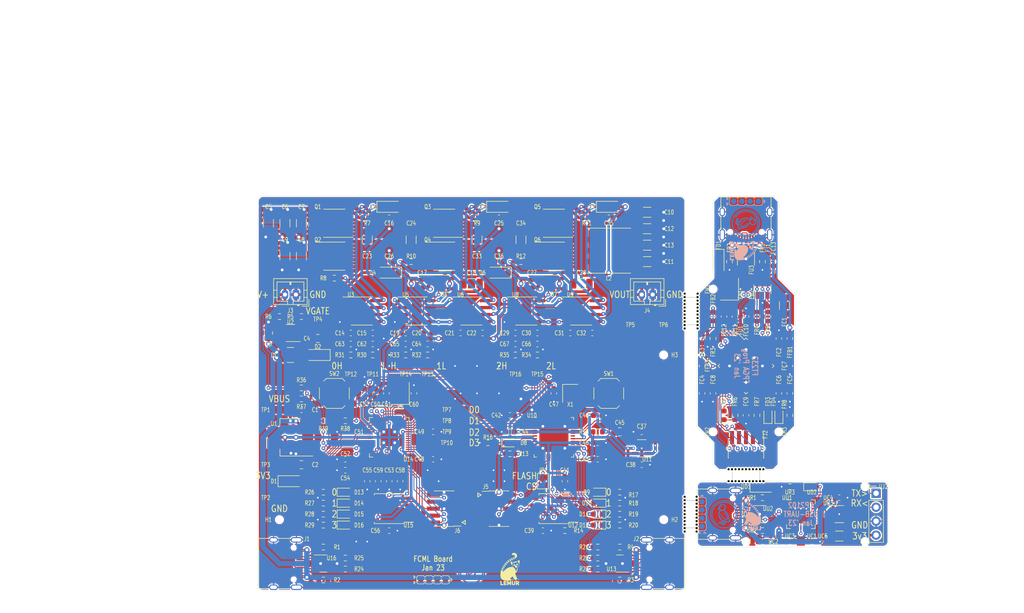
<source format=kicad_pcb>
(kicad_pcb (version 20211014) (generator pcbnew)
  (layers (0 "F.Cu" signal "Front") (31 "B.Cu" signal "Back") (34 "B.Paste" user) (35 "F.Paste" user) (36 "B.SilkS" user "B.Silkscreen") (37 "F.SilkS" user "F.Silkscreen") (38 "B.Mask" user) (39 "F.Mask" user) (44 "Edge.Cuts" user))
  (net 0 "")
  (net 1 "gnd")
  (net 2 "vgate")
  (net 3 "vusb")
  (net 4 "v3v3")
  (net 5 "reg_vgate.fb.output")
  (net 6 "conv.sw[0].low_gate_res.a")
  (net 7 "conv.sw[2].low_out")
  (net 8 "conv.sw[2].low_in")
  (net 9 "conv.sw[0].low_gate_res.b")
  (net 10 "conv.sw[1].low_in")
  (net 11 "conv.sw[0].high_gate_res.a")
  (net 12 "conv.sw[1].high_in")
  (net 13 "conv.sw[2].high_in")
  (net 14 "conv.sw[0].high_gate_res.b")
  (net 15 "conv.sw[1].low_gate_res.a")
  (net 16 "conv.sw[1].low_gate_res.b")
  (net 17 "reg_vgate.power_path.switch")
  (net 18 "conv.sw[2].low_boot_out")
  (net 19 "conv.sw[2].iso.pwr_b")
  (net 20 "conv.sw[2].low_boot_in")
  (net 21 "conv.sw[1].iso.pwr_b")
  (net 22 "conv.sw[2].driver.high_in")
  (net 23 "conv.sw[2].driver.low_in")
  (net 24 "conv.sw[0].high_boot_cap.pos")
  (net 25 "conv.sw[2].high_boot_out")
  (net 26 "conv.sw[1].driver.high_in")
  (net 27 "conv.sw[1].driver.low_in")
  (net 28 "conv.sw[1].high_boot_out")
  (net 29 "mcu.crystal.crystal.a")
  (net 30 "mcu.crystal.crystal.b")
  (net 31 "mcu.swd.swd.reset")
  (net 32 "mcu.swd.swd.swdio")
  (net 33 "mcu.swd.swd.swclk")
  (net 34 "conv.pwr_out")
  (net 35 "mcu.swd.tdi")
  (net 36 "conv.pwr_in")
  (net 37 "conv.sw[1].high_gate_res.a")
  (net 38 "conv.sw[1].high_gate_res.b")
  (net 39 "conv.sw[2].high_gate_res.a")
  (net 40 "conv.sw[2].high_gate_res.b")
  (net 41 "conv.sw[2].low_gate_res.a")
  (net 42 "conv.sw[2].low_gate_res.b")
  (net 43 "tp_fpga[3].io")
  (net 44 "tp_fpga[0].io")
  (net 45 "tp_fpga[2].io")
  (net 46 "tp_fpga[1].io")
  (net 47 "tp_pwm.output.2H")
  (net 48 "tp_pwm.output.1H")
  (net 49 "cdone.res.a")
  (net 50 "usb_mcu.conn.A5")
  (net 51 "usb_mcu.conn.B5")
  (net 52 "fpga_led.led[3].res.a")
  (net 53 "usb_fpga.conn.A5")
  (net 54 "usb_fpga.conn.B5")
  (net 55 "fpga_led.led[2].res.a")
  (net 56 "fpga.gpio.pwm_2H")
  (net 57 "mcu_leds.led[1].res.a")
  (net 58 "fpga.gpio.pwm_2L")
  (net 59 "fpga.gpio.pwm_1H")
  (net 60 "fpga.gpio.pwm_1L")
  (net 61 "fpga.gpio.pwm_0H")
  (net 62 "fpga.gpio.pwm_0L")
  (net 63 "mcu_leds.led[3].res.a")
  (net 64 "fpga_led.led[1].res.a")
  (net 65 "mcu_leds.led[2].res.a")
  (net 66 "fpga_led.led[0].res.a")
  (net 67 "fpga.vcc_reg.pwr_out")
  (net 68 "fpga.pll_res.pwr_out")
  (net 69 "mcu_leds.led[0].res.a")
  (net 70 "fpga.ic.spi_config_cs")
  (net 71 "fpga.ic.creset_b")
  (net 72 "usb_mcu_chain_0.d_N")
  (net 73 "usb_mcu_chain_0.d_P")
  (net 74 "usb_fpga_bitbang.dm")
  (net 75 "usb_fpga_chain_0.d_N")
  (net 76 "usb_fpga_bitbang.dp")
  (net 77 "usb_fpga_chain_0.d_P")
  (net 78 "usb_fpga_bitbang.dp_pull")
  (net 79 "mcu.ic.qspi_cs")
  (net 80 "mcu.ic.qspi.miso")
  (net 81 "mcu.ic.qspi.mosi")
  (net 82 "mcu.ic.qspi.sck")
  (net 83 "fpga.ic.spi_config.miso")
  (net 84 "fpga.ic.spi_config.mosi")
  (net 85 "fpga.ic.spi_config.sck")
  (net 86 "mcu_sw.out")
  (net 87 "mcu.gpio.led_0")
  (net 88 "mcu.gpio.led_1")
  (net 89 "mcu.gpio.led_2")
  (net 90 "mcu.gpio.led_3")
  (net 91 "mcu.ic.vreg_vout")
  (net 92 "fpga.gpio.led_1")
  (net 93 "fpga.gpio.led_3")
  (net 94 "fpga.gpio.led_2")
  (net 95 "fpga.cdone")
  (net 96 "fpga.gpio.led_0")
  (net 97 "fpga_sw.out")
  (net 98 "mcu.usb_chain_0.d_N")
  (net 99 "mcu.usb_chain_0.d_P")
  (net 100 "fpga.cs_jmp.output")
  (net 101 "mcu.swd.swo")
  (net 102 "tp_pwm.output.1L")
  (net 103 "tp_pwm.output.0H")
  (net 104 "tp_pwm.output.0L")
  (net 105 "tp_pwm.output.2L")
  (net 106 "conv_out_sense.output")
  (net 107 "conv_in_sense.output")
  (net 108 "fpga_osc.out")
  (footprint "Capacitor_SMD:C_0603_1608Metric" (layer "F.Cu") (at 47 128)
    (fp_text reference "C62")
    (fp_text value "")
  )
  (footprint "Capacitor_SMD:C_0603_1608Metric" (layer "F.Cu") (at 63 126 180)
    (fp_text reference "C21")
    (fp_text value "")
  )
  (footprint "Diode_SMD:D_SOD-123" (layer "F.Cu") (at 90 103)
    (fp_text reference "D7")
    (fp_text value "B5819W SL (Changjiang Electronics Tech (CJ)) - 40V 600mV@1A 1A SOD-123 Schottky Barrier Diodes (SBD) ROHS")
  )
  (footprint "Resistor_SMD:R_0603_1608Metric" (layer "F.Cu") (at 34 136)
    (fp_text reference "R36")
    (fp_text value "")
  )
  (footprint "Capacitor_SMD:C_0603_1608Metric" (layer "F.Cu") (at 90 105)
    (fp_text reference "C35")
    (fp_text value "")
  )
  (footprint "Capacitor_SMD:C_1206_3216Metric" (layer "F.Cu") (at 54 109 -90)
    (fp_text reference "C24")
    (fp_text value "")
  )
  (footprint "Capacitor_SMD:C_1206_3216Metric" (layer "F.Cu") (at 31 112 -90)
    (fp_text reference "C9")
    (fp_text value "")
  )
  (footprint "Capacitor_SMD:C_0603_1608Metric" (layer "F.Cu") (at 121 137 -90)
    (fp_text reference "FC6")
    (fp_text value "")
  )
  (footprint "Resistor_SMD:R_0603_1608Metric" (layer "F.Cu") (at 72 148)
    (fp_text reference "R13")
    (fp_text value "")
  )
  (footprint "Capacitor_SMD:C_0603_1608Metric" (layer "F.Cu") (at 73 126 180)
    (fp_text reference "C29")
    (fp_text value "")
  )
  (footprint "Diode_SMD:D_SOD-123" (layer "F.Cu") (at 70 103)
    (fp_text reference "D5")
    (fp_text value "B5819W SL (Changjiang Electronics Tech (CJ)) - 40V 600mV@1A 1A SOD-123 Schottky Barrier Diodes (SBD) ROHS")
  )
  (footprint "Capacitor_SMD:C_0603_1608Metric" (layer "F.Cu") (at 50 105)
    (fp_text reference "C16")
    (fp_text value "")
  )
  (footprint "Resistor_SMD:R_0603_1608Metric" (layer "F.Cu") (at 92 161)
    (fp_text reference "R20")
    (fp_text value "")
  )
  (footprint "edg:HalfMouseBites_Recessed" (layer "F.Cu") (at 115 152)
    (fp_text reference "REF**" hide)
    (fp_text value "MouseBites")
    (fp_line (start 2.5 -1) (end 2.5 0) (layer "Edge.Cuts") (width 0.12))
    (fp_line (start -3 -1) (end -2.5 -1) (layer "Edge.Cuts") (width 0.12))
    (fp_line (start -2.5 0) (end -2.5 -1) (layer "Edge.Cuts") (width 0.12))
    (fp_line (start 2.5 -1) (end 3 -1) (layer "Edge.Cuts") (width 0.12))
  )
  (footprint "Capacitor_SMD:C_0603_1608Metric" (layer "F.Cu") (at 45.5 137 90)
    (fp_text reference "C57")
    (fp_text value "")
  )
  (footprint "Resistor_SMD:R_0603_1608Metric" (layer "F.Cu") (at 66 105 180)
    (fp_text reference "R9")
    (fp_text value "")
  )
  (footprint "edg:TestPoint_TE_RCT_0805" (layer "F.Cu") (at 63 146)
    (fp_text reference "TP10")
    (fp_text value "5015 (Keystone) - _mcu_gpio_fpga3_link")
  )
  (footprint "Resistor_SMD:R_0603_1608Metric" (layer "F.Cu") (at 123 141 90)
    (fp_text reference "FR8")
    (fp_text value "")
  )
  (footprint "Inductor_SMD:L_0603_1608Metric" (layer "F.Cu") (at 107 132 -90)
    (fp_text reference "FFB3")
    (fp_text value "")
  )
  (footprint "Resistor_SMD:R_0603_1608Metric" (layer "F.Cu") (at 38 157 180)
    (fp_text reference "R27")
    (fp_text value "")
  )
  (footprint "edg:HalfMouseBites_Recessed" (layer "F.Cu") (at 105 122 90)
    (fp_text reference "REF**" hide)
    (fp_text value "MouseBites")
    (fp_line (start -3 -1) (end -2.5 -1) (layer "Edge.Cuts") (width 0.12))
    (fp_line (start 2.5 -1) (end 2.5 0) (layer "Edge.Cuts") (width 0.12))
    (fp_line (start -2.5 0) (end -2.5 -1) (layer "Edge.Cuts") (width 0.12))
    (fp_line (start 2.5 -1) (end 3 -1) (layer "Edge.Cuts") (width 0.12))
  )
  (footprint "Resistor_SMD:R_0603_1608Metric" (layer "F.Cu") (at 42 167 180)
    (fp_text reference "R25")
    (fp_text value "")
  )
  (footprint "LED_SMD:LED_0603_1608Metric" (layer "F.Cu") (at 42 159)
    (fp_text reference "D15")
    (fp_text value "KT-0603R (Hubei KENTO Elec) - Red 615~630nm 1.9~2.2V 0603 Light Emitting Diodes (LED) RoHS")
  )
  (footprint "LED_SMD:LED_0603_1608Metric" (layer "F.Cu") (at 42 161)
    (fp_text reference "D16")
    (fp_text value "KT-0603R (Hubei KENTO Elec) - Red 615~630nm 1.9~2.2V 0603 Light Emitting Diodes (LED) RoHS")
  )
  (footprint "Capacitor_SMD:C_0603_1608Metric" (layer "F.Cu") (at 47 126)
    (fp_text reference "C15")
    (fp_text value "")
  )
  (footprint "Package_SO:SOIC-8_3.9x4.9mm_P1.27mm" (layer "F.Cu") (at 64.98 122)
    (fp_text reference "U6")
    (fp_text value "IR2301 (Infineon Technologies)")
  )
  (footprint "Capacitor_SMD:C_0603_1608Metric" (layer "F.Cu") (at 70 105)
    (fp_text reference "C25")
    (fp_text value "")
  )
  (footprint "Package_TO_SOT_SMD:SOT-23-5" (layer "F.Cu") (at 32 126 180)
    (fp_text reference "U2")
    (fp_text value "AP3012K (Diodes Incorporated)")
  )
  (footprint "LED_SMD:LED_0603_1608Metric" (layer "F.Cu") (at 88 159 180)
    (fp_text reference "D11")
    (fp_text value "KT-0603R (Hubei KENTO Elec) - Red 615~630nm 1.9~2.2V 0603 Light Emitting Diodes (LED) RoHS")
  )
  (footprint "Button_Switch_SMD:SW_SPST_SKQG_WithoutStem" (layer "F.Cu") (at 90 137)
    (fp_text reference "SW1")
    (fp_text value "5.1mm switch")
  )
  (footprint "Package_TO_SOT_SMD:SOT-23-5" (layer "F.Cu") (at 132 159)
    (fp_text reference "UU3")
    (fp_text value "AP2204K-3.3 (Diodes Incorporated)")
  )
  (footprint "Capacitor_SMD:C_0603_1608Metric" (layer "F.Cu") (at 120 113 90)
    (fp_text reference "FC13")
    (fp_text value "")
  )
  (footprint "Capacitor_SMD:C_1206_3216Metric" (layer "F.Cu") (at 122 121 90)
    (fp_text reference "FC1")
    (fp_text value "")
  )
  (footprint "Package_SO:SOIC-8_3.9x4.9mm_P1.27mm" (layer "F.Cu") (at 60 106 180)
    (fp_text reference "Q3")
    (fp_text value "HSM4410 (HUASHUO) - 30V 12A 2.5W 9.5m?@10V,12A 2.5V@250?A N Channel SOP-8 MOSFETs ROHS")
  )
  (footprint "Capacitor_SMD:C_1206_3216Metric" (layer "F.Cu") (at 97 110)
    (fp_text reference "C13")
    (fp_text value "")
  )
  (footprint "Capacitor_SMD:C_1206_3216Metric" (layer "F.Cu") (at 74 109 -90)
    (fp_text reference "C34")
    (fp_text value "")
  )
  (footprint "Capacitor_SMD:C_0603_1608Metric" (layer "F.Cu") (at 127 164 180)
    (fp_text reference "UC1")
    (fp_text value "")
  )
  (footprint "Capacitor_SMD:C_0603_1608Metric" (layer "F.Cu") (at 77 126)
    (fp_text reference "C30")
    (fp_text value "")
  )
  (footprint "Capacitor_SMD:C_0603_1608Metric" (layer "F.Cu") (at 56 117 -90)
    (fp_text reference "C17")
    (fp_text value "")
  )
  (footprint "edg:TestPoint_TE_RCT_0805" (layer "F.Cu") (at 94 123)
    (fp_text reference "TP5")
    (fp_text value "5015 (Keystone) - _conv_pwr_out_link")
  )
  (footprint "Resistor_SMD:R_0603_1608Metric" (layer "F.Cu") (at 40 116 180)
    (fp_text reference "R8")
    (fp_text value "")
  )
  (footprint "Resistor_SMD:R_0603_1608Metric" (layer "F.Cu") (at 43 130 180)
    (fp_text reference "R31")
    (fp_text value "")
  )
  (footprint "Resistor_SMD:R_0603_1608Metric" (layer "F.Cu") (at 34 138 180)
    (fp_text reference "R37")
    (fp_text value "")
  )
  (footprint "Capacitor_SMD:C_1206_3216Metric" (layer "F.Cu") (at 31 106 -90)
    (fp_text reference "C6")
    (fp_text value "")
  )
  (footprint "Package_TO_SOT_SMD:SOT-23-6" (layer "F.Cu") (at 118 118 90)
    (fp_text reference "FU2")
    (fp_text value "93LC56B (Microchip Technology)")
  )
  (footprint "Capacitor_SMD:C_0603_1608Metric" (layer "F.Cu") (at 57 128)
    (fp_text reference "C64")
    (fp_text value "")
  )
  (footprint "Package_TO_SOT_SMD:SOT-23" (layer "F.Cu") (at 92 168 180)
    (fp_text reference "U13")
    (fp_text value "PGB102ST23 (Littelfuse)")
  )
  (footprint "Capacitor_SMD:C_1206_3216Metric" (layer "F.Cu") (at 66 109 -90)
    (fp_text reference "C33")
    (fp_text value "")
  )
  (footprint "Jumper:SolderJumper-2_P1.3mm_Open_TrianglePad1.0x1.5mm" (layer "F.Cu") (at 78 153 -90)
    (fp_text reference "JP1")
    (fp_text value "")
  )
  (footprint "Capacitor_SMD:C_0603_1608Metric" (layer "F.Cu") (at 82 153 -90)
    (fp_text reference "C41")
    (fp_text value "")
  )
  (footprint "Package_SO:SOIC-8_3.9x4.9mm_P1.27mm" (layer "F.Cu") (at 74.98 122)
    (fp_text reference "U8")
    (fp_text value "CBMuD1200L (Corebai)")
  )
  (footprint "edg:JlcToolingHole_1.152mm" (layer "F.Cu") (at 136.707107 154)
    (fp_text reference "UH3")
    (fp_text value "")
  )
  (footprint "Crystal:Crystal_SMD_2520-4Pin_2.5x2.0mm" (layer "F.Cu") (at 83 137 -90)
    (fp_text reference "X1")
    (fp_text value "")
  )
  (footprint "Resistor_SMD:R_0603_1608Metric" (layer "F.Cu") (at 92 165)
    (fp_text reference "R4")
    (fp_text value "")
  )
  (footprint "Crystal:Crystal_SMD_3225-4Pin_3.2x2.5mm" (layer "F.Cu") (at 112 118 90)
    (fp_text reference "FX1")
    (fp_text value "")
  )
  (footprint "Capacitor_SMD:C_0603_1608Metric" (layer "F.Cu") (at 115 141 -90)
    (fp_text reference "FC9")
    (fp_text value "")
  )
  (footprint "edg:TestPoint_TE_RCT_0805" (layer "F.Cu") (at 53 132)
    (fp_text reference "TP14")
    (fp_text value "5015 (Keystone) - _fpga_gpio_pwm_link.1H")
  )
  (footprint "Capacitor_SMD:C_0603_1608Metric" (layer "F.Cu") (at 88 146)
    (fp_text reference "C46")
    (fp_text value "")
  )
  (footprint "Capacitor_SMD:C_0603_1608Metric" (layer "F.Cu") (at 123 137 -90)
    (fp_text reference "FC5")
    (fp_text value "")
  )
  (footprint "Capacitor_SMD:C_0603_1608Metric" (layer "F.Cu") (at 43 128)
    (fp_text reference "C63")
    (fp_text value "")
  )
  (footprint "edg:JlcToolingHole_1.152mm" (layer "F.Cu") (at 136.707107 164)
    (fp_text reference "UH1")
    (fp_text value "")
  )
  (footprint "Capacitor_SMD:C_0603_1608Metric" (layer "F.Cu") (at 67 126)
    (fp_text reference "C22")
    (fp_text value "")
  )
  (footprint "Resistor_SMD:R_0603_1608Metric" (layer "F.Cu") (at 88 169)
    (fp_text reference "R23")
    (fp_text value "")
  )
  (footprint "Inductor_SMD:L_1210_3225Metric" (layer "F.Cu") (at 32 130)
    (fp_text reference "L1")
    (fp_text value "")
  )
  (footprint "Capacitor_SMD:C_0603_1608Metric" (layer "F.Cu") (at 118 164 180)
    (fp_text reference "UC2")
    (fp_text value "")
  )
  (footprint "Resistor_SMD:R_0603_1608Metric" (layer "F.Cu") (at 54 113)
    (fp_text reference "R10")
    (fp_text value "")
  )
  (footprint "Capacitor_SMD:C_0603_1608Metric" (layer "F.Cu") (at 123 132 -90)
    (fp_text reference "FC7")
    (fp_text value "")
  )
  (footprint "Capacitor_SMD:C_0603_1608Metric" (layer "F.Cu") (at 43 126 180)
    (fp_text reference "C14")
    (fp_text value "")
  )
  (footprint "Resistor_SMD:R_0603_1608Metric" (layer "F.Cu") (at 74 113)
    (fp_text reference "R12")
    (fp_text value "")
  )
  (footprint "Package_TO_SOT_SMD:SOT-23" (layer "F.Cu") (at 115 113 -90)
    (fp_text reference "FU3")
    (fp_text value "PGB102ST23 (Littelfuse)")
  )
  (footprint "edg:Indicator_IdDots_4" (layer "F.Cu") (at 58 170.957228)
    (fp_text reference "U19" hide)
    (fp_text value "IdDots4")
  )
  (footprint "Capacitor_SMD:C_0603_1608Metric" (layer "F.Cu") (at 88 141)
    (fp_text reference "C40")
    (fp_text value "")
  )
  (footprint "Capacitor_SMD:C_0603_1608Metric" (layer "F.Cu") (at 96 144 180)
    (fp_text reference "C37")
    (fp_text value "")
  )
  (footprint "Capacitor_SMD:C_0603_1608Metric" (layer "F.Cu") (at 48 153 -90)
    (fp_text reference "C59")
    (fp_text value "")
  )
  (footprint "Capacitor_SMD:C_0603_1608Metric" (layer "F.Cu") (at 80 137 -90)
    (fp_text reference "C47")
    (fp_text value "")
  )
  (footprint "Package_TO_SOT_SMD:SOT-23" (layer "F.Cu") (at 38 168)
    (fp_text reference "U16")
    (fp_text value "PGB102ST23 (Littelfuse)")
  )
  (footprint "edg:JlcToolingHole_1.152mm" (layer "F.Cu") (at 109 144 -90)
    (fp_text reference "FH2")
    (fp_text value "")
  )
  (footprint "Capacitor_SMD:C_0603_1608Metric" (layer "F.Cu") (at 53 128)
    (fp_text reference "C65")
    (fp_text value "")
  )
  (footprint "Resistor_SMD:R_0603_1608Metric" (layer "F.Cu") (at 38 161 180)
    (fp_text reference "R29")
    (fp_text value "")
  )
  (footprint "Diode_SMD:D_SOD-123" (layer "F.Cu") (at 50 103)
    (fp_text reference "D3")
    (fp_text value "B5819W SL (Changjiang Electronics Tech (CJ)) - 40V 600mV@1A 1A SOD-123 Schottky Barrier Diodes (SBD) ROHS")
  )
  (footprint "Capacitor_SMD:C_1206_3216Metric" (layer "F.Cu") (at 34 106 -90)
    (fp_text reference "C7")
    (fp_text value "")
  )
  (footprint "Capacitor_SMD:C_0603_1608Metric" (layer "F.Cu") (at 50 162)
    (fp_text reference "C56")
    (fp_text value "")
  )
  (footprint "edg:TestPoint_TE_RCT_0805" (layer "F.Cu") (at 30 156)
    (fp_text reference "TP2")
    (fp_text value "5015 (Keystone) - gnd")
  )
  (footprint "Resistor_SMD:R_0603_1608Metric" (layer "F.Cu") (at 109 127 -90)
    (fp_text reference "FR3")
    (fp_text value "")
  )
  (footprint "Capacitor_SMD:C_1206_3216Metric" (layer "F.Cu") (at 97 113)
    (fp_text reference "C11")
    (fp_text value "")
  )
  (footprint "Resistor_SMD:R_0603_1608Metric" (layer "F.Cu") (at 92 171)
    (fp_text reference "R3")
    (fp_text value "")
  )
  (footprint "Capacitor_SMD:C_0603_1608Metric" (layer "F.Cu") (at 107 137 -90)
    (fp_text reference "FC4")
    (fp_text value "")
  )
  (footprint "Capacitor_SMD:C_0603_1608Metric" (layer "F.Cu") (at 72 144 180)
    (fp_text reference "C44")
    (fp_text value "")
  )
  (footprint "Diode_SMD:D_SOD-123" (layer "F.Cu") (at 37 130 180)
    (fp_text reference "D2")
    (fp_text value "B0520W (Shikues) - 20V 390mV@500mA 500mA SOD-123 Schottky Barrier Diodes (SBD) ROHS")
  )
  (footprint "Capacitor_SMD:C_0603_1608Metric" (layer "F.Cu") (at 77 128)
    (fp_text reference "C66")
    (fp_text value "")
  )
  (footprint "Capacitor_SMD:C_0603_1608Metric" (layer "F.Cu") (at 113 123 -90)
    (fp_text reference "FC11")
    (fp_text value "")
  )
  (footprint "Resistor_SMD:R_0603_1608Metric" (layer "F.Cu") (at 86 105 180)
    (fp_text reference "R11")
    (fp_text value "")
  )
  (footprint "Capacitor_SMD:C_0603_1608Metric" (layer "F.Cu") (at 70 113 180)
    (fp_text reference "C36")
    (fp_text value "")
  )
  (footprint "Diode_SMD:D_SOD-123" (layer "F.Cu") (at 70 115 180)
    (fp_text reference "D6")
    (fp_text value "B5819W SL (Changjiang Electronics Tech (CJ)) - 40V 600mV@1A 1A SOD-123 Schottky Barrier Diodes (SBD) ROHS")
  )
  (footprint "Package_SO:SOIC-8_3.9x4.9mm_P1.27mm" (layer "F.Cu") (at 54.98 122)
    (fp_text reference "U5")
    (fp_text value "CBMuD1200L (Corebai)")
  )
  (footprint "LED_SMD:LED_0603_1608Metric" (layer "F.Cu") (at 42 155)
    (fp_text reference "D13")
    (fp_text value "KT-0603R (Hubei KENTO Elec) - Red 615~630nm 1.9~2.2V 0603 Light Emitting Diodes (LED) RoHS")
  )
  (footprint "Package_TO_SOT_SMD:SOT-223-3_TabPin2" (layer "F.Cu") (at 32 145 180)
    (fp_text reference "U1")
    (fp_text value "LD1117S33TR (STMicroelectronics)")
  )
  (footprint "Capacitor_SMD:C_0603_1608Metric" (layer "F.Cu") (at 111 123 -90)
    (fp_text reference "FC12")
    (fp_text value "")
  )
  (footprint "Resistor_SMD:R_0603_1608Metric" (layer "F.Cu") (at 118 162 180)
    (fp_text reference "UR2")
    (fp_text value "")
  )
  (footprint "Capacitor_SMD:C_0603_1608Metric" (layer "F.Cu") (at 54.5 137 90)
    (fp_text reference "C60")
    (fp_text value "")
  )
  (footprint "Capacitor_SMD:C_1206_3216Metric" (layer "F.Cu") (at 65 117)
    (fp_text reference "C18")
    (fp_text value "")
  )
  (footprint "edg:TestPoint_TE_RCT_0805" (layer "F.Cu") (at 37 125)
    (fp_text reference "TP4")
    (fp_text value "5015 (Keystone) - vgate")
  )
  (footprint "Package_TO_SOT_SMD:SOT-23-5" (layer "F.Cu") (at 96 147 180)
    (fp_text reference "U11")
    (fp_text value "LP5907MFX-1.2/NOPB (Texas Instruments)")
  )
  (footprint "Capacitor_SMD:C_0603_1608Metric" (layer "F.Cu") (at 49.5 137 -90)
    (fp_text reference "C61")
    (fp_text value "")
  )
  (footprint "Resistor_SMD:R_0603_1608Metric" (layer "F.Cu") (at 92 159)
    (fp_text reference "R19")
    (fp_text value "")
  )
  (footprint "Capacitor_SMD:C_0603_1608Metric" (layer "F.Cu") (at 87 126)
    (fp_text reference "C32")
    (fp_text value "")
  )
  (footprint "LED_SMD:LED_0603_1608Metric" (layer "F.Cu") (at 127 154)
    (fp_text reference "UD2")
    (fp_text value "C2290 (Hubei KENTO Elec) - White 0603 Light Emitting Diodes (LED) RoHS")
  )
  (footprint "edg:TestPoint_TE_RCT_0805" (layer "F.Cu") (at 63 144)
    (fp_text reference "TP9")
    (fp_text value "5015 (Keystone) - _mcu_gpio_fpga2_link")
  )
  (footprint "Resistor_SMD:R_0603_1608Metric" (layer "F.Cu") (at 92 157)
    (fp_text reference "R18")
    (fp_text value "")
  )
  (footprint "Resistor_SMD:R_0603_1608Metric" (layer "F.Cu") (at 118 156 180)
    (fp_text reference "UR1")
    (fp_text value "")
  )
  (footprint "Package_SO:SOIC-8_3.9x4.9mm_P1.27mm" (layer "F.Cu") (at 40 112)
    (fp_text reference "Q2")
    (fp_text value "HSM4410 (HUASHUO) - 30V 12A 2.5W 9.5m?@10V,12A 2.5V@250?A N Channel SOP-8 MOSFETs ROHS")
  )
  (footprint "Connector_USB:USB_C_Receptacle_XKB_U262-16XN-4BVC11" (layer "F.Cu") (at 100 168 90)
    (fp_text reference "J2")
    (fp_text value "COM-15111 (Sparkfun)")
  )
  (footprint "LED_SMD:LED_0603_1608Metric" (layer "F.Cu") (at 88 157 180)
    (fp_text reference "D10")
    (fp_text value "KT-0603R (Hubei KENTO Elec) - Red 615~630nm 1.9~2.2V 0603 Light Emitting Diodes (LED) RoHS")
  )
  (footprint "Resistor_SMD:R_0603_1608Metric" (layer "F.Cu") (at 92 155)
    (fp_text reference "R17")
    (fp_text value "")
  )
  (footprint "edg:TestPoint_TE_RCT_0805" (layer "F.Cu") (at 100 123)
    (fp_text reference "TP6")
    (fp_text value "5015 (Keystone) - gnd")
  )
  (footprint "Resistor_SMD:R_0603_1608Metric" (layer "F.Cu") (at 38 159 180)
    (fp_text reference "R28")
    (fp_text value "")
  )
  (footprint "Capacitor_SMD:C_0603_1608Metric" (layer "F.Cu") (at 73 128)
    (fp_text reference "C67")
    (fp_text value "")
  )
  (footprint "Diode_SMD:D_SOD-123" (layer "F.Cu") (at 32 153)
    (fp_text reference "D1")
    (fp_text value "BZT52C3V6 (SMC(Sangdest Microelectronicstronic (Nanjing))) - 5?A@1V 90? Single 3.6V~3.8V 350mW 3.4V SOD-123 Zener Diodes ROHS")
  )
  (footprint "Resistor_SMD:R_0603_1608Metric" (layer "F.Cu") (at 68 146 180)
    (fp_text reference "R16")
    (fp_text value "")
  )
  (footprint "edg:TestPoint_TE_RCT_0805" (layer "F.Cu") (at 63 142)
    (fp_text reference "TP8")
    (fp_text value "5015 (Keystone) - _mcu_gpio_fpga1_link")
  )
  (footprint "Package_SO:SOIC-8_5.23x5.23mm_P1.27mm" (layer "F.Cu") (at 80 158 180)
    (fp_text reference "U12")
    (fp_text value "W25Q128JVSIQ (Winbond Electronics)")
  )
  (footprint "Capacitor_SMD:C_0603_1608Metric" (layer "F.Cu") (at 78 162)
    (fp_text reference "C39")
    (fp_text value "")
  )
  (footprint "edg:Symbol_Duckling" (layer "F.Cu") (at 65 169)
    (fp_text reference "U17" hide)
    (fp_text value "Duck" hide)
  )
  (footprint "Package_TO_SOT_SMD:SOT-23" (layer "F.Cu") (at 118 159)
    (fp_text reference "UU2")
    (fp_text value "PGB102ST23 (Littelfuse)")
  )
  (footprint "Capacitor_SMD:C_0805_2012Metric" (layer "F.Cu") (at 92 144)
    (fp_text reference "C45")
    (fp_text value "")
  )
  (footprint "edg:TestPoint_TE_RCT_0805" (layer "F.Cu") (at 30 140)
    (fp_text reference "TP1")
    (fp_text value "5015 (Keystone) - vusb")
  )
  (footprint "LED_SMD:LED_0603_1608Metric" (layer "F.Cu") (at 72 146)
    (fp_text reference "D8")
    (fp_text value "KT-0603R (Hubei KENTO Elec) - Red 615~630nm 1.9~2.2V 0603 Light Emitting Diodes (LED) RoHS")
  )
  (footprint "Connector_JST:JST_PH_B2B-PH-K_1x02_P2.00mm_Vertical" (layer "F.Cu") (at 33 119 180)
    (fp_text reference "J3")
    (fp_text value "B2B-PH-K (JST)")
  )
  (footprint "Resistor_SMD:R_0603_1608Metric" (layer "F.Cu") (at 57 130 180)
    (fp_text reference "R32")
    (fp_text value "")
  )
  (footprint "edg:TestPoint_TE_RCT_0805" (layer "F.Cu") (at 57 132)
    (fp_text reference "TP13")
    (fp_text value "5015 (Keystone) - _fpga_gpio_pwm_link.1L")
  )
  (footprint "LED_SMD:LED_0603_1608Metric" (layer "F.Cu") (at 111 141 90)
    (fp_text reference "FD2")
    (fp_text value "C2290 (Hubei KENTO Elec) - White 0603 Light Emitting Diodes (LED) RoHS")
  )
  (footprint "edg:HalfMouseBites_Recessed" (layer "F.Cu") (at 105 159 90)
    (fp_text reference "REF**" hide)
    (fp_text value "MouseBites")
    (fp_line (start -3 -1) (end -2.5 -1) (layer "Edge.Cuts") (width 0.12))
    (fp_line (start 2.5 -1) (end 3 -1) (layer "Edge.Cuts") (width 0.12))
    (fp_line (start 2.5 -1) (end 2.5 0) (layer "Edge.Cuts") (width 0.12))
    (fp_line (start -2.5 0) (end -2.5 -1) (layer "Edge.Cuts") (width 0.12))
  )
  (footprint "Resistor_SMD:R_0603_1608Metric" (layer "F.Cu") (at 88 144 180)
    (fp_text reference "R15")
    (fp_text value "")
  )
  (footprint "Resistor_SMD:R_0603_1608Metric" (layer "F.Cu") (at 38 165 180)
    (fp_text reference "R1")
    (fp_text value "")
  )
  (footprint "Capacitor_SMD:C_0603_1608Metric" (layer "F.Cu") (at 109 137 -90)
    (fp_text reference "FC8")
    (fp_text value "")
  )
  (footprint "Connector_PinHeader_1.27mm:PinHeader_2x05_P1.27mm_Vertical_SMD" (layer "F.Cu") (at 60 158 180)
    (fp_text reference "J6")
    (fp_text value "PinHeader1.27 Shrouded 2x5 (Generic)")
  )
  (footprint "Resistor_SMD:R_0603_1608Metric" (layer "F.Cu") (at 34 123 180)
    (fp_text reference "R5")
    (fp_text value "")
  )
  (footprint "Capacitor_SMD:C_0603_1608Metric" (layer "F.Cu") (at 132 156)
    (fp_text reference "UC4")
    (fp_text value "")
  )
  (footprint "Package_SO:SOIC-8_3.9x4.9mm_P1.27mm" (layer "F.Cu") (at 45 122)
    (fp_text reference "U3")
    (fp_text value "IR2301 (Infineon Technologies)")
  )
  (footprint "Package_SO:SOIC-8_3.9x4.9mm_P1.27mm" (layer "F.Cu") (at 80 106 180)
    (fp_text reference "Q5")
    (fp_text value "HSM4410 (HUASHUO) - 30V 12A 2.5W 9.5m?@10V,12A 2.5V@250?A N Channel SOP-8 MOSFETs ROHS")
  )
  (footprint "LED_SMD:LED_0603_1608Metric" (layer "F.Cu") (at 42 157)
    (fp_text reference "D14")
    (fp_text value "KT-0603R (Hubei KENTO Elec) - Red 615~630nm 1.9~2.2V 0603 Light Emitting Diodes (LED) RoHS")
  )
  (footprint "edg:JlcToolingHole_1.152mm" (layer "F.Cu") (at 115 164)
    (fp_text reference "UH2")
    (fp_text value "")
  )
  (footprint "edg:TestPoint_TE_RCT_0805" (layer "F.Cu") (at 43 132)
    (fp_text reference "TP12")
    (fp_text value "5015 (Keystone) - _fpga_gpio_pwm_link.0H")
  )
  (footprint "edg:HalfMouseBites" (layer "F.Cu") (at 115 152 180)
    (fp_text reference "REF**" hide)
    (fp_text value "MouseBites")
    (fp_line (start 2.5 -1) (end 3 -1) (layer "Edge.Cuts") (width 0.12))
    (fp_line (start -2.5 0) (end -2.5 -1) (layer "Edge.Cuts") (width 0.12))
    (fp_line (start -3 -1) (end -2.5 -1) (layer "Edge.Cuts") (width 0.12))
    (fp_line (start 2.5 -1) (end 2.5 0) (layer "Edge.Cuts") (width 0.12))
  )
  (footprint "Capacitor_SMD:C_1206_3216Metric" (layer "F.Cu") (at 28 106 -90)
    (fp_text reference "C5")
    (fp_text value "")
  )
  (footprint "Connector_PinHeader_1.27mm:PinHeader_2x05_P1.27mm_Vertical_SMD" (layer "F.Cu") (at 115 147 -90)
    (fp_text reference "FJ2")
    (fp_text value "PinHeader1.27 Shrouded 2x5 (Generic)")
  )
  (footprint "edg:TestPoint_TE_RCT_0805" (layer "F.Cu") (at 73 132)
    (fp_text reference "TP16")
    (fp_text value "5015 (Keystone) - _fpga_gpio_pwm_link.2H")
  )
  (footprint "Capacitor_SMD:C_0603_1608Metric" (layer "F.Cu") (at 88 149)
    (fp_text reference "C43")
    (fp_text value "")
  )
  (footprint "Capacitor_SMD:C_0603_1608Metric" (layer "F.Cu") (at 47.5 137 90)
    (fp_text reference "C50")
    (fp_text value "")
  )
  (footprint "Resistor_SMD:R_0603_1608Metric" (layer "F.Cu") (at 38 155 180)
    (fp_text reference "R26")
    (fp_text value "")
  )
  (footprint "edg:JlcToolingHole_1.152mm" (layer "F.Cu") (at 100.025 160)
    (fp_text reference "H2")
    (fp_text value "")
  )
  (footprint "Capacitor_SMD:C_0603_1608Metric" (layer "F.Cu") (at 72 141 180)
    (fp_text reference "C42")
    (fp_text value "")
  )
  (footprint "Capacitor_SMD:C_0805_2012Metric" (layer "F.Cu") (at 34 150)
    (fp_text reference "C2")
    (fp_text value "")
  )
  (footprint "Package_DFN_QFN:QFN-28-1EP_5x5mm_P0.5mm_EP3.35x3.35mm" (layer "F.Cu") (at 125 159)
    (fp_text reference "UU1")
    (fp_text value "CP2102 (Silicon Labs)")
  )
  (footprint "Capacitor_SMD:C_1206_3216Metric" (layer "F.Cu") (at 132 163 180)
    (fp_text reference "UC5")
    (fp_text value "")
  )
  (footprint "edg:TestPoint_TE_RCT_0805" (layer "F.Cu") (at 63 140)
    (fp_text reference "TP7")
    (fp_text value "5015 (Keystone) - _mcu_gpio_fpga0_link")
  )
  (footprint "Resistor_SMD:R_0603_1608Metric" (layer "F.Cu") (at 119 123 -90)
    (fp_text reference "FR5")
    (fp_text value "")
  )
  (footprint "Resistor_SMD:R_0603_1608Metric" (layer "F.Cu") (at 47 130 180)
    (fp_text reference "R30")
    (fp_text value "")
  )
  (footprint "Capacitor_SMD:C_1206_3216Metric" (layer "F.Cu") (at 85 117)
    (fp_text reference "C28")
    (fp_text value "")
  )
  (footprint "Resistor_SMD:R_0603_1608Metric" (layer "F.Cu") (at 38 142 180)
    (fp_text reference "R39")
    (fp_text value "")
  )
  (footprint "Button_Switch_SMD:SW_SPST_SKQG_WithoutStem" (layer "F.Cu") (at 40 137)
    (fp_text reference "SW2")
    (fp_text value "5.1mm switch")
  )
  (footprint "Inductor_SMD:L_0603_1608Metric" (layer "F.Cu") (at 123 127 -90)
    (fp_text reference "FFB1")
    (fp_text value "")
  )
  (footprint "edg:Symbol_LemurSmall" (layer "F.Cu") (at 72 169)
    (fp_text reference "U18" hide)
    (fp_text value "Lemur" hide)
  )
  (footprint "Resistor_SMD:R_0603_1608Metric" (layer "F.Cu") (at 112 113 90)
    (fp_text reference "FR2")
    (fp_text value "")
  )
  (footprint "Resistor_SMD:R_0603_1608Metric" (layer "F.Cu") (at 82 162)
    (fp_text reference "R14")
    (fp_text value "")
  )
  (footprint "Connector_USB:USB_C_Receptacle_XKB_U262-16XN-4BVC11" (layer "F.Cu") (at 115 105 180)
    (fp_text reference "FJ1")
    (fp_text value "COM-15111 (Sparkfun)")
  )
  (footprint "edg:HalfMouseBites_Recessed" (layer "F.Cu") (at 105 122 -90)
    (fp_text reference "REF**" hide)
    (fp_text value "MouseBites")
    (fp_line (start -3 -1) (end -2.5 -1) (layer "Edge.Cuts") (width 0.12))
    (fp_line (start 2.5 -1) (end 2.5 0) (layer "Edge.Cuts") (width 0.12))
    (fp_line (start 2.5 -1) (end 3 -1) (layer "Edge.Cuts") (width 0.12))
    (fp_line (start -2.5 0) (end -2.5 -1) (layer "Edge.Cuts") (width 0.12))
  )
  (footprint "Crystal:Crystal_SMD_3225-4Pin_3.2x2.5mm" (layer "F.Cu") (at 52 137 90)
    (fp_text reference "X2")
    (fp_text value "")
  )
  (footprint "Inductor_SMD:L_Taiyo-Yuden_NR-80xx" (layer "F.Cu") (at 90 111)
    (fp_text reference "L2")
    (fp_text value "")
  )
  (footprint "Capacitor_SMD:C_0603_1608Metric" (layer "F.Cu") (at 42 151 180)
    (fp_text reference "C54")
    (fp_text value "")
  )
  (footprint "Capacitor_SMD:C_1206_3216Metric" (layer "F.Cu") (at 46 109 -90)
    (fp_text reference "C23")
    (fp_text value "")
  )
  (footprint "Capacitor_SMD:C_0603_1608Metric" (layer "F.Cu") (at 58 144)
    (fp_text reference "C49")
    (fp_text value "")
  )
  (footprint "Resistor_SMD:R_0603_1608Metric" (layer "F.Cu") (at 88 167)
    (fp_text reference "R22")
    (fp_text value "")
  )
  (footprint "Capacitor_SMD:C_0603_1608Metric" (layer "F.Cu") (at 53 126 180)
    (fp_text reference "C19")
    (fp_text value "")
  )
  (footprint "Package_SO:SOIC-8_5.23x5.23mm_P1.27mm" (layer "F.Cu") (at 50 158 180)
    (fp_text reference "U15")
    (fp_text value "W25Q128JVSIQ (Winbond Electronics)")
  )
  (footprint "Connector_USB:USB_C_Receptacle_XKB_U262-16XN-4BVC11" (layer "F.Cu") (at 30 168 -90)
    (fp_text reference "J1")
    (fp_text value "COM-15111 (Sparkfun)")
  )
  (footprint "Package_TO_SOT_SMD:SOT-23-5" (layer "F.Cu") (at 80 117)
    (fp_text reference "U7")
    (fp_text value "AP2204K-3.3 (Diodes Incorporated)")
  )
  (footprint "edg:HalfMouseBites" (layer "F.Cu") (at 105 159 -90)
    (fp_text reference "REF**" hide)
    (fp_text value "MouseBites")
    (fp_line (start 2.5 -1) (end 3 -1) (layer "Edge.Cuts") (width 0.12))
    (fp_line (start -2.5 0) (end -2.5 -1) (layer "Edge.Cuts") (width 0.12))
    (fp_line (start -3 -1) (end -2.5 -1) (layer "Edge.Cuts") (width 0.12))
    (fp_line (start 2.5 -1) (end 2.5 0) (layer "Edge.Cuts") (width 0.12))
  )
  (footprint "Capacitor_SMD:C_0805_2012Metric" (layer "F.Cu") (at 37 127 180)
    (fp_text reference "C4")
    (fp_text value "")
  )
  (footprint "Capacitor_SMD:C_0603_1608Metric" (layer "F.Cu") (at 96 150)
    (fp_text reference "C38")
    (fp_text value "")
  )
  (footprint "edg:JlcToolingHole_1.152mm" (layer "F.Cu") (at 30 160)
    (fp_text reference "H1")
    (fp_text value "")
  )
  (footprint "Capacitor_SMD:C_1206_3216Metric" (layer "F.Cu") (at 97 104)
    (fp_text reference "C10")
    (fp_text value "")
  )
  (footprint "Capacitor_SMD:C_0603_1608Metric" (layer "F.Cu") (at 42 144 180)
    (fp_text reference "C51")
    (fp_text value "")
  )
  (footprint "Connector_PinHeader_2.54mm:PinHeader_1x04_P2.54mm_Vertical" (layer "F.Cu") (at 138.707107 155.2)
    (fp_text reference "UJ2")
    (fp_text value "PinHeader2.54 1x4 (Generic)")
  )
  (footprint "Package_SO:SOIC-8_3.9x4.9mm_P1.27mm" (layer "F.Cu") (at 40 106 180)
    (fp_text reference "Q1")
    (fp_text value "HSM4410 (HUASHUO) - 30V 12A 2.5W 9.5m?@10V,12A 2.5V@250?A N Channel SOP-8 MOSFETs ROHS")
  )
  (footprint "LED_SMD:LED_0603_1608Metric" (layer "F.Cu") (at 121 141 90)
    (fp_text reference "FD4")
    (fp_text value "")
  )
  (footprint "Package_QFP:LQFP-48_7x7mm_P0.5mm" (layer "F.Cu") (at 115 132 -45)
    (fp_text reference "FU1")
    (fp_text value "FT232HL (FTDI, Future Technology Devices International Ltd)")
  )
  (footprint "Capacitor_SMD:C_0603_1608Metric" (layer "F.Cu") (at 107 127 -90)
    (fp_text reference "FC3")
    (fp_text value "")
  )
  (footprint "Capacitor_SMD:C_0603_1608Metric" (layer "F.Cu") (at 50 153 -90)
    (fp_text reference "C53")
    (fp_text value "")
  )
  (footprint "Capacitor_SMD:C_0805_2012Metric" (layer "F.Cu") (at 28 126 90)
    (fp_text reference "C3")
    (fp_text value "")
  )
  (footprint "Diode_SMD:D_SOD-123" (layer "F.Cu") (at 50 115 180)
    (fp_text reference "D4")
    (fp_text value "B5819W SL (Changjiang Electronics Tech (CJ)) - 40V 600mV@1A 1A SOD-123 Schottky Barrier Diodes (SBD) ROHS")
  )
  (footprint "LED_SMD:LED_0603_1608Metric" (layer "F.Cu") (at 88 161 180)
    (fp_text reference "D12")
    (fp_text value "KT-0603R (Hubei KENTO Elec) - Red 615~630nm 1.9~2.2V 0603 Light Emitting Diodes (LED) RoHS")
  )
  (footprint "Package_DFN_QFN:QFN-48-1EP_7x7mm_P0.5mm_EP5.3x5.3mm" (layer "F.Cu") (at 80 145)
    (fp_text reference "U10")
    (fp_text value "ICE40UP5K-SG48 (Lattice Semiconductor Corporation)")
  )
  (footprint "Connector_USB:USB_C_Receptacle_XKB_U262-16XN-4BVC11" (layer "F.Cu") (at 110 159 -90)
    (fp_text reference "UJ1")
    (fp_text value "COM-15111 (Sparkfun)")
  )
  (footprint "Resistor_SMD:R_0603_1608Metric" (layer "F.Cu") (at 88 165)
    (fp_text reference "R21")
    (fp_text value "")
  )
  (footprint "Capacitor_SMD:C_0603_1608Metric" (layer "F.Cu") (at 58 149)
    (fp_text reference "C48")
    (fp_text value "")
  )
  (footprint "Resistor_SMD:R_0603_1608Metric" (layer "F.Cu") (at 77 130 180)
    (fp_text reference "R34")
    (fp_text value "")
  )
  (footprint "LED_SMD:LED_0603_1608Metric" (layer "F.Cu") (at 88 155 180)
    (fp_text reference "D9")
    (fp_text value "KT-0603R (Hubei KENTO Elec) - Red 615~630nm 1.9~2.2V 0603 Light Emitting Diodes (LED) RoHS")
  )
  (footprint "Package_TO_SOT_SMD:SOT-23-5" (layer "F.Cu") (at 60 117)
    (fp_text reference "U4")
    (fp_text value "AP2204K-3.3 (Diodes Incorporated)")
  )
  (footprint "edg:TestPoint_TE_RCT_0805" (layer "F.Cu") (at 47 132)
    (fp_text reference "TP11")
    (fp_text value "5015 (Keystone) - _fpga_gpio_pwm_link.0L")
  )
  (footprint "edg:JlcToolingHole_1.152mm" (layer "F.Cu") (at 109 118 -90)
    (fp_text reference "FH1")
    (fp_text value "")
  )
  (footprint "Package_SO:SOIC-8_3.9x4.9mm_P1.27mm" (layer "F.Cu") (at 60 112)
    (fp_text reference "Q4")
    (fp_text value "HSM4410 (HUASHUO) - 30V 12A 2.5W 9.5m?@10V,12A 2.5V@250?A N Channel SOP-8 MOSFETs ROHS")
  )
  (footprint "Capacitor_SMD:C_0603_1608Metric" (layer "F.Cu") (at 34 140)
    (fp_text reference "C1")
    (fp_text value "")
  )
  (footprint "Resistor_SMD:R_0603_1608Metric" (layer "F.Cu") (at 42 169 180)
    (fp_text reference "R24")
    (fp_text value "")
  )
  (footprint "Capacitor_SMD:C_0603_1608Metric" (layer "F.Cu") (at 46 153 -90)
    (fp_text reference "C55")
    (fp_text value "")
  )
  (footprint "Capacitor_SMD:C_0603_1608Metric" (layer "F.Cu") (at 83 126 180)
    (fp_text reference "C31")
    (fp_text value "")
  )
  (footprint "Resistor_SMD:R_0603_1608Metric" (layer "F.Cu") (at 38 171 180)
    (fp_text reference "R2")
    (fp_text value "")
  )
  (footprint "Resistor_SMD:R_0603_1608Metric" (layer "F.Cu") (at 30 123 180)
    (fp_text reference "R6")
    (fp_text value "")
  )
  (footprint "Inductor_SMD:L_0603_1608Metric" (layer "F.Cu") (at 109 123 -90)
    (fp_text reference "FFB2")
    (fp_text value "")
  )
  (footprint "Package_SO:SOIC-8_3.9x4.9mm_P1.27mm" (layer "F.Cu") (at 84.98 122)
    (fp_text reference "U9")
    (fp_text value "IR2301 (Infineon Technologies)")
  )
  (footprint "Package_DFN_QFN:QFN-56-1EP_7x7mm_P0.4mm_EP3.2x3.2mm" (layer "F.Cu") (at 50 145 180)
    (fp_text reference "U14")
    (fp_text value "RP2040 (Raspberry Pi)")
  )
  (footprint "Resistor_SMD:R_0603_1608Metric" (layer "F.Cu") (at 46 105 180)
    (fp_text reference "R7")
    (fp_text value "")
  )
  (footprint "edg:JlcToolingHole_1.152mm" (layer "F.Cu") (at 100 130)
    (fp_text reference "H3")
    (fp_text value "")
  )
  (footprint "Capacitor_SMD:C_0603_1608Metric" (layer "F.Cu") (at 76 117 -90)
    (fp_text reference "C27")
    (fp_text value "")
  )
  (footprint "Capacitor_SMD:C_0603_1608Metric" (layer "F.Cu") (at 52 153 -90)
    (fp_text reference "C58")
    (fp_text value "")
  )
  (footprint "Connector_PinHeader_1.27mm:PinHeader_2x05_P1.27mm_Vertical_SMD" (layer "F.Cu") (at 70 158)
    (fp_text reference "J5")
    (fp_text value "PinHeader1.27 Shrouded 2x5 (Generic)")
  )
  (footprint "edg:JlcToolingHole_1.152mm" (layer "F.Cu") (at 121 144 -90)
    (fp_text reference "FH3")
    (fp_text value "")
  )
  (footprint "Capacitor_SMD:C_0603_1608Metric" (layer "F.Cu") (at 121 127 90)
    (fp_text reference "FC2")
    (fp_text value "")
  )
  (footprint "edg:TestPoint_TE_RCT_0805" (layer "F.Cu") (at 77 132)
    (fp_text reference "TP15")
    (fp_text value "5015 (Keystone) - _fpga_gpio_pwm_link.2L")
  )
  (footprint "Connector_JST:JST_PH_B2B-PH-K_1x02_P2.00mm_Vertical" (layer "F.Cu") (at 98 119 180)
    (fp_text reference "J4")
    (fp_text value "B2B-PH-K (JST)")
  )
  (footprint "Resistor_SMD:R_0603_1608Metric" (layer "F.Cu") (at 53 130 180)
    (fp_text reference "R33")
    (fp_text value "")
  )
  (footprint "Resistor_SMD:R_0603_1608Metric" (layer "F.Cu") (at 123 154 180)
    (fp_text reference "UR3")
    (fp_text value "")
  )
  (footprint "Package_SO:SOIC-8_3.9x4.9mm_P1.27mm" (layer "F.Cu") (at 80 112)
    (fp_text reference "Q6")
    (fp_text value "HSM4410 (HUASHUO) - 30V 12A 2.5W 9.5m?@10V,12A 2.5V@250?A N Channel SOP-8 MOSFETs ROHS")
  )
  (footprint "Resistor_SMD:R_0603_1608Metric" (layer "F.Cu") (at 113 141 90)
    (fp_text reference "FR6")
    (fp_text value "")
  )
  (footprint "LED_SMD:LED_0603_1608Metric" (layer "F.Cu") (at 119 141 90)
    (fp_text reference "FD3")
    (fp_text value "")
  )
  (footprint "Capacitor_SMD:C_0603_1608Metric" (layer "F.Cu") (at 57 126)
    (fp_text reference "C20")
    (fp_text value "")
  )
  (footprint "Capacitor_SMD:C_0603_1608Metric" (layer "F.Cu") (at 123 164)
    (fp_text reference "UC3")
    (fp_text value "")
  )
  (footprint "Resistor_SMD:R_0603_1608Metric" (layer "F.Cu") (at 118 113 90)
    (fp_text reference "FR1")
    (fp_text value "")
  )
  (footprint "Resistor_SMD:R_0603_1608Metric" (layer "F.Cu") (at 42 142 180)
    (fp_text reference "R38")
    (fp_text value "")
  )
  (footprint "Capacitor_SMD:C_1206_3216Metric" (layer "F.Cu") (at 34 112 -90)
    (fp_text reference "C8")
    (fp_text value "")
  )
  (footprint "Resistor_SMD:R_0603_1608Metric" (layer "F.Cu") (at 117 141 90)
    (fp_text reference "FR7")
    (fp_text value "")
  )
  (footprint "Diode_SMD:D_SOD-123" (layer "F.Cu") (at 110 113 -90)
    (fp_text reference "FD1")
    (fp_text value "MMSZ5232A_R1_00001 (PANJIT International) - 5?A@3V 11? Single 5.49V~5.71V 500mW 5.6V SOD-123 Zener Diodes ROHS")
  )
  (footprint "Capacitor_SMD:C_1206_3216Metric" (layer "F.Cu") (at 97 107)
    (fp_text reference "C12")
    (fp_text value "")
  )
  (footprint "Diode_SMD:D_SOD-123" (layer "F.Cu") (at 118 154)
    (fp_text reference "UD1")
    (fp_text value "MMSZ5232A_R1_00001 (PANJIT International) - 5?A@3V 11? Single 5.49V~5.71V 500mW 5.6V SOD-123 Zener Diodes ROHS")
  )
  (footprint "Capacitor_SMD:C_0603_1608Metric" (layer "F.Cu") (at 50 113 180)
    (fp_text reference "C26")
    (fp_text value "")
  )
  (footprint "Capacitor_SMD:C_0603_1608Metric" (layer "F.Cu") (at 42 149 180)
    (fp_text reference "C52")
    (fp_text value "")
  )
  (footprint "Resistor_SMD:R_0603_1608Metric" (layer "F.Cu") (at 73 130 180)
    (fp_text reference "R35")
    (fp_text value "")
  )
  (footprint "Resistor_SMD:R_0603_1608Metric" (layer "F.Cu") (at 117 123 90)
    (fp_text reference "FR4")
    (fp_text value "")
  )
  (footprint "edg:TestPoint_TE_RCT_0805" (layer "F.Cu") (at 30 150)
    (fp_text reference "TP3")
    (fp_text value "5015 (Keystone) - v3v3")
  )
  (footprint "Capacitor_SMD:C_0603_1608Metric" (layer "F.Cu") (at 115 123 90)
    (fp_text reference "FC10")
    (fp_text value "")
  )
  (footprint "edg:Symbol_LemurSmall" (layer "B.Cu") (at 116 159 180)
    (fp_text reference "UU5" hide)
    (fp_text value "Lemur" hide)
  )
  (footprint "edg:Indicator_IdDots_4" (layer "B.Cu") (at 115 102)
    (fp_text reference "FU6" hide)
    (fp_text value "IdDots4")
  )
  (footprint "edg:Symbol_Duckling" (layer "B.Cu") (at 115 106 90)
    (fp_text reference "FU4" hide)
    (fp_text value "Duck" hide)
  )
  (footprint "edg:Indicator_IdDots_4" (layer "B.Cu") (at 107 159 90)
    (fp_text reference "UU6" hide)
    (fp_text value "IdDots4")
  )
  (footprint "edg:Symbol_Duckling" (layer "B.Cu") (at 111 159 180)
    (fp_text reference "UU4" hide)
    (fp_text value "Duck" hide)
  )
  (footprint "edg:Symbol_LemurSmall" (layer "B.Cu") (at 115 111 90)
    (fp_text reference "FU5" hide)
    (fp_text value "Lemur" hide)
  )
  (gr_line (start 109 116) (end 106 119) (layer "Edge.Cuts") (width 0.0381))
  (gr_arc (start 103 101) (mid 103.707107 101.292893) (end 104 102) (layer "Edge.Cuts") (width 0.0381))
  (gr_line (start 141 164) (end 141 154) (layer "Edge.Cuts") (width 0.0381))
  (gr_arc (start 106 154) (mid 106.292893 153.292893) (end 107 153) (layer "Edge.Cuts") (width 0.0381))
  (gr_line (start 118 151) (end 120 151) (layer "Edge.Cuts") (width 0.0381))
  (gr_line (start 121 146) (end 121 150) (layer "Edge.Cuts") (width 0.0381))
  (gr_line (start 118 153) (end 140 153) (layer "Edge.Cuts") (width 0.0381))
  (gr_line (start 107 165) (end 140 165) (layer "Edge.Cuts") (width 0.0381))
  (gr_line (start 110 151) (end 109 150) (layer "Edge.Cuts") (width 0.0381))
  (gr_line (start 124 143) (end 121 146) (layer "Edge.Cuts") (width 0.0381))
  (gr_line (start 121 116) (end 124 119) (layer "Edge.Cuts") (width 0.0381))
  (gr_line (start 120 101) (end 110 101) (layer "Edge.Cuts") (width 0.0381))
  (gr_line (start 110 151) (end 112 151) (layer "Edge.Cuts") (width 0.0381))
  (gr_arc (start 141 164) (mid 140.707107 164.707107) (end 140 165) (layer "Edge.Cuts") (width 0.0381))
  (gr_arc (start 140 153) (mid 140.707107 153.292893) (end 141 154) (layer "Edge.Cuts") (width 0.0381))
  (gr_line (start 109 150) (end 109 146) (layer "Edge.Cuts") (width 0.0381))
  (gr_arc (start 27 173) (mid 26.292893 172.707107) (end 26 172) (layer "Edge.Cuts") (width 0.0381))
  (gr_line (start 107 153) (end 112 153) (layer "Edge.Cuts") (width 0.0381))
  (gr_arc (start 104 172) (mid 103.707107 172.707107) (end 103 173) (layer "Edge.Cuts") (width 0.0381))
  (gr_line (start 26 102) (end 26 172) (layer "Edge.Cuts") (width 0.0381))
  (gr_line (start 106 125) (end 106 143) (layer "Edge.Cuts") (width 0.0381))
  (gr_arc (start 107 165) (mid 106.292893 164.707107) (end 106 164) (layer "Edge.Cuts") (width 0.0381))
  (gr_line (start 110 101) (end 109 102) (layer "Edge.Cuts") (width 0.0381))
  (gr_line (start 106 162) (end 106 164) (layer "Edge.Cuts") (width 0.0381))
  (gr_line (start 121 102) (end 121 116) (layer "Edge.Cuts") (width 0.0381))
  (gr_line (start 104 172) (end 104 162) (layer "Edge.Cuts") (width 0.0381))
  (gr_line (start 109 146) (end 106 143) (layer "Edge.Cuts") (width 0.0381))
  (gr_line (start 27 173) (end 103 173) (layer "Edge.Cuts") (width 0.0381))
  (gr_line (start 103 101) (end 27 101) (layer "Edge.Cuts") (width 0.0381))
  (gr_line (start 124 119) (end 124 143) (layer "Edge.Cuts") (width 0.0381))
  (gr_line (start 106 156) (end 106 154) (layer "Edge.Cuts") (width 0.0381))
  (gr_arc (start 26 102) (mid 26.292893 101.292893) (end 27 101) (layer "Edge.Cuts") (width 0.0381))
  (gr_line (start 121 150) (end 120 151) (layer "Edge.Cuts") (width 0.0381))
  (gr_line (start 120 101) (end 121 102) (layer "Edge.Cuts") (width 0.0381))
  (gr_line (start 104 156) (end 104 125) (layer "Edge.Cuts") (width 0.0381))
  (gr_line (start 109 102) (end 109 116) (layer "Edge.Cuts") (width 0.0381))
  (gr_line (start 104 119) (end 104 102) (layer "Edge.Cuts") (width 0.0381))
  (gr_text "FT232\nFPGA Prog\nJan '23" (at 115 132 270) (layer "B.SilkS") (effects (font (size 1 0.8)) (justify mirror)))
  (gr_text "CP2102\nUSB-UART\nJan '23" (at 125 159) (layer "B.SilkS") (effects (font (size 1 0.8)) (justify mirror)))
  (gr_text "RX<" (at 135.707107 157) (layer "F.SilkS") (effects (font (size 1.2 1))))
  (gr_text "VOUT" (at 92 119) (layer "F.SilkS") (effects (font (size 1.2 1))))
  (gr_text "0" (at 40 155) (layer "F.SilkS") (effects (font (size 1.2 1))))
  (gr_text "2L" (at 79.5 132) (layer "F.SilkS") (effects (font (size 1.2 1))))
  (gr_text "△" (at 63.5 160.5 90) (layer "F.SilkS") (effects (font (size 0.8 0.8))))
  (gr_text "D2" (at 65.5 144.098694) (layer "F.SilkS") (effects (font (size 1.2 1))))
  (gr_text "3" (at 90 161) (layer "F.SilkS") (effects (font (size 1.2 1))))
  (gr_text "D3" (at 65.5 146) (layer "F.SilkS") (effects (font (size 1.2 1))))
  (gr_text "2H" (at 70.5 132) (layer "F.SilkS") (effects (font (size 1.2 1))))
  (gr_text "3" (at 40 161) (layer "F.SilkS") (effects (font (size 1.2 1))))
  (gr_text "GND" (at 135.707107 161) (layer "F.SilkS") (effects (font (size 1.2 1))))
  (gr_text "1" (at 40 157) (layer "F.SilkS") (effects (font (size 1.2 1))))
  (gr_text "FCML Board\nJan 23" (at 58 167.957228) (layer "F.SilkS") (effects (font (size 1 0.8))))
  (gr_text "GND" (at 102 119) (layer "F.SilkS") (effects (font (size 1.2 1))))
  (gr_text "0H" (at 40.5 132) (layer "F.SilkS") (effects (font (size 1.2 1))))
  (gr_text "VGATE" (at 37 122) (layer "F.SilkS") (effects (font (size 1.2 1))))
  (gr_text "L H" (at 50 132) (layer "F.SilkS") (effects (font (size 1.2 1))))
  (gr_text "GND" (at 30 158) (layer "F.SilkS") (effects (font (size 1.2 1))))
  (gr_text "FLASH\nCS" (at 77 153) (layer "F.SilkS") (effects (font (size 1.2 1)) (justify right)))
  (gr_text "VBUS" (at 30 138) (layer "F.SilkS") (effects (font (size 1.2 1))))
  (gr_text "1" (at 90 157) (layer "F.SilkS") (effects (font (size 1.2 1))))
  (gr_text "2" (at 40 159) (layer "F.SilkS") (effects (font (size 1.2 1))))
  (gr_text "V+" (at 27 119) (layer "F.SilkS") (effects (font (size 1.2 1))))
  (gr_text "1L" (at 59.5 132) (layer "F.SilkS") (effects (font (size 1.2 1))))
  (gr_text "D0" (at 65.5 140) (layer "F.SilkS") (effects (font (size 1.2 1))))
  (gr_text "0" (at 90 155) (layer "F.SilkS") (effects (font (size 1.2 1))))
  (gr_text "3V3" (at 27 152) (layer "F.SilkS") (effects (font (size 1.2 1))))
  (gr_text "GND" (at 37 119) (layer "F.SilkS") (effects (font (size 1.2 1))))
  (gr_text "TX>" (at 135.707107 155.2) (layer "F.SilkS") (effects (font (size 1.2 1))))
  (gr_text "D1" (at 65.5 142) (layer "F.SilkS") (effects (font (size 1.2 1))))
  (gr_text "2" (at 90 159) (layer "F.SilkS") (effects (font (size 1.2 1))))
  (gr_text "△" (at 66.5 155.5 270) (layer "F.SilkS") (effects (font (size 0.8 0.8))))
  (gr_text "3v3" (at 135.707107 163) (layer "F.SilkS") (effects (font (size 1.2 1))))
  (segment (start 109 125.75) (end 109 126.175) (width 0.16) (layer "F.Cu") (net 0))
  (segment (start 112 138.4205) (end 111.25 137.6705) (width 0.16) (layer "F.Cu") (net 0))
  (segment (start 120 163) (end 121 164) (width 0.2) (layer "F.Cu") (net 0))
  (segment (start 115 136) (end 116 135) (width 0.2) (layer "F.Cu") (net 0))
  (segment (start 118.45 159.95) (end 117.0625 159.95) (width 0.16) (layer "F.Cu") (net 0))
  (segment (start 113.67 157.75) (end 114.75 157.75) (width 0.16) (layer "F.Cu") (net 0))
  (segment (start 112.75 159.5) (end 112.75 159) (width 0.16) (layer "F.Cu") (net 0))
  (segment (start 116 135) (end 116 133) (width 0.2) (layer "F.Cu") (net 0))
  (segment (start 120.5 129) (end 121 128.5) (width 0.2) (layer "F.Cu") (net 0))
  (segment (start 123 163) (end 120 163) (width 0.16) (layer "F.Cu") (net 0))
  (segment (start 118.474874 133) (end 116 133) (width 0.2) (layer "F.Cu") (net 0))
  (segment (start 111.0375 141.825) (end 111 141.7875) (width 0.16) (layer "F.Cu") (net 0))
  (segment (start 124.5 156.55) (end 124.5 155.5) (width 0.16) (layer "F.Cu") (net 0))
  (segment (start 120 127.5) (end 120 125) (width 0.16) (layer "F.Cu") (net 0))
  (segment (start 111.725 122.225) (end 111.75 122.25) (width 0.16) (layer "F.Cu") (net 0))
  (segment (start 115.928001 112.084499) (end 115.95 112.106498) (width 0.15) (layer "F.Cu") (net 0))
  (segment (start 109 123.825) (end 109 125) (width 0.2) (layer "F.Cu") (net 0))
  (segment (start 114.95 158.05) (end 117.0625 158.05) (width 0.2) (layer "F.Cu") (net 0))
  (segment (start 122.55 159) (end 121.5 159) (width 0.16) (layer "F.Cu") (net 0))
  (segment (start 125.5 155.5) (end 125 156) (width 0.16) (layer "F.Cu") (net 0))
  (segment (start 110.25 142.25) (end 110.25 135.75) (width 0.16) (layer "F.Cu") (net 0))
  (segment (start 121 139.767766) (end 119.866117 138.633883) (width 0.16) (layer "F.Cu") (net 0))
  (segment (start 112.586998 128.526338) (end 112 127.93934) (width 0.16) (layer "F.Cu") (net 0))
  (segment (start 118.95 117.9255) (end 119 117.9755) (width 0.16) (layer "F.Cu") (net 0))
  (segment (start 110.5 125.5) (end 109.25 125.5) (width 0.16) (layer "F.Cu") (net 0))
  (segment (start 111.526338 129.586998) (end 110.93934 129) (width 0.2) (layer "F.Cu") (net 0))
  (segment (start 111 143) (end 111.5 143) (width 0.16) (layer "F.Cu") (net 0))
  (segment (start 115.95 112.106498) (end 115.95 115) (width 0.15) (layer "F.Cu") (net 0))
  (segment (start 117.05 117.9255) (end 117 117.9755) (width 0.2) (layer "F.Cu") (net 0))
  (segment (start 113 159.75) (end 112.75 159.5) (width 0.16) (layer "F.Cu") (net 0))
  (segment (start 114.889088 136) (end 115 136) (width 0.2) (layer "F.Cu") (net 0))
  (segment (start 114 133) (end 115 132) (width 0.2) (layer "F.Cu") (net 0))
  (segment (start 117.0375 141.7875) (end 117 141.825) (width 0.16) (layer "F.Cu") (net 0))
  (segment (start 121 128.5) (end 121 127.775) (width 0.2) (layer "F.Cu") (net 0))
  (segment (start 134 154) (end 135.2 155.2) (width 0.16) (layer "F.Cu") (net 0))
  (segment (start 123 141.7875) (end 121.0375 141.7875) (width 0.16) (layer "F.Cu") (net 0))
  (segment (start 116 128.525126) (end 116 129.5) (width 0.2) (layer "F.Cu") (net 0))
  (segment (start 109 125) (end 110.474874 125) (width 0.2) (layer "F.Cu") (net 0))
  (segment (start 117 116) (end 117 116.8125) (width 0.2) (layer "F.Cu") (net 0))
  (segment (start 111.25 137.6705) (end 111.25 135.75) (width 0.16) (layer "F.Cu") (net 0))
  (segment (start 117.5 126.5) (end 117 126) (width 0.2) (layer "F.Cu") (net 0))
  (segment (start 122 127.75) (end 121.975 127.775) (width 0.2) (layer "F.Cu") (net 0))
  (segment (start 117.54 147.46) (end 118 147) (width 0.16) (layer "F.Cu") (net 0))
  (segment (start 117 116.8125) (end 117.05 116.8625) (width 0.2) (layer "F.Cu") (net 0))
  (segment (start 111.75 137.319538) (end 111.75 136.31066) (width 0.16) (layer "F.Cu") (net 0))
  (segment (start 110.25 142.25) (end 111 143) (width 0.16) (layer "F.Cu") (net 0))
  (segment (start 115 132) (end 116 133) (width 0.2) (layer "F.Cu") (net 0))
  (segment (start 110.75 138.25) (end 110.75 135.75) (width 0.16) (layer "F.Cu") (net 0))
  (segment (start 115.055 107.75) (end 114.375 107.75) (width 0.15) (layer "F.Cu") (net 0))
  (segment (start 116 129.5) (end 115 130.5) (width 0.2) (layer "F.Cu") (net 0))
  (segment (start 121 159.5) (end 122.55 159.5) (width 0.16) (layer "F.Cu") (net 0))
  (segment (start 121.5 159) (end 121 158.5) (width 0.16) (layer "F.Cu") (net 0))
  (segment (start 110.112124 131.001212) (end 111 131.889088) (width 0.2) (layer "F.Cu") (net 0))
  (segment (start 112 117.75) (end 111.15 116.9) (width 0.16) (layer "F.Cu") (net 0))
  (segment (start 115.95 112.0625) (end 115.928001 112.084499) (width 0.15) (layer "F.Cu") (net 0))
  (segment (start 112.85 119.9) (end 112.85 119.1) (width 0.16) (layer "F.Cu") (net 0))
  (segment (start 117 126) (end 117 125) (width 0.2) (layer "F.Cu") (net 0))
  (segment (start 112 120.01) (end 112 117.75) (width 0.16) (layer "F.Cu") (net 0))
  (segment (start 117 125) (end 117 124.5) (width 0.2) (layer "F.Cu") (net 0))
  (segment (start 133.5 154.5) (end 136.74 157.74) (width 0.16) (layer "F.Cu") (net 0))
  (segment (start 112.25 136.517766) (end 112.25 136.999294) (width 0.16) (layer "F.Cu") (net 0))
  (segment (start 115.25 160.75) (end 116.5 162) (width 0.16) (layer "F.Cu") (net 0))
  (segment (start 118 127.232234) (end 117.059449 128.172785) (width 0.16) (layer "F.Cu") (net 0))
  (segment (start 114.905 109.5) (end 115.595 109.5) (width 0.15) (layer "F.Cu") (net 0))
  (segment (start 116.27 147.23) (end 116.5 147) (width 0.16) (layer "F.Cu") (net 0))
  (segment (start 112.275 122.225) (end 112.25 122.25) (width 0.16) (layer "F.Cu") (net 0))
  (segment (start 111.5 139) (end 111 139.5) (width 0.16) (layer "F.Cu") (net 0))
  (segment (start 112.75 159) (end 113 158.75) (width 0.16) (layer "F.Cu") (net 0))
  (segment (start 110.93934 129) (end 110 129) (width 0.2) (layer "F.Cu") (net 0))
  (segment (start 114.849999 115.799999) (end 114.849999 118.725001) (width 0.15) (layer "F.Cu") (net 0))
  (segment (start 107 134.5) (end 107 132.825) (width 0.2) (layer "F.Cu") (net 0))
  (segment (start 124.5 155.5) (end 125 155) (width 0.16) (layer "F.Cu") (net 0))
  (segment (start 117.5 115.5) (end 117 116) (width 0.2) (layer "F.Cu") (net 0))
  (segment (start 114.25 108.67) (end 114.25 109.75) (width 0.15) (layer "F.Cu") (net 0))
  (segment (start 120 161) (end 120 163) (width 0.2) (layer "F.Cu") (net 0))
  (segment (start 114.001212 136.887876) (end 114.889088 136) (width 0.2) (layer "F.Cu") (net 0))
  (segment (start 111 139.5) (end 111 140.2125) (width 0.16) (layer "F.Cu") (net 0))
  (segment (start 111 134.93934) (end 111.526338 134.413002) (width 0.16) (layer "F.Cu") (net 0))
  (segment (start 115 130.5) (end 115 132) (width 0.2) (layer "F.Cu") (net 0))
  (segment (start 109 122.175) (end 109 121.5) (width 0.2) (layer "F.Cu") (net 0))
  (segment (start 116.705895 127.819231) (end 117.5 127.025126) (width 0.2) (layer "F.Cu") (net 0))
  (segment (start 114.375 107.75) (end 114.25 107.875) (width 0.15) (layer "F.Cu") (net 0))
  (segment (start 115.150001 118.725001) (end 115.425 119) (width 0.15) (layer "F.Cu") (net 0))
  (segment (start 115.75 108.67) (end 115.75 109.75) (width 0.15) (layer "F.Cu") (net 0))
  (segment (start 111.969811 137.539349) (end 111.75 137.319538) (width 0.16) (layer "F.Cu") (net 0))
  (segment (start 119.5 125) (end 119 124.5) (width 0.16) (layer "F.Cu") (net 0))
  (segment (start 123 136.225) (end 123 136) (width 0.2) (layer "F.Cu") (net 0))
  (segment (start 115 139.5) (end 115 137.886664) (width 0.2) (layer "F.Cu") (net 0))
  (segment (start 117.05 119.1375) (end 117.05 120.95) (width 0.16) (layer "F.Cu") (net 0))
  (segment (start 115.95 112.0625) (end 115.95 109.95) (width 0.15) (layer "F.Cu") (net 0))
  (segment (start 109.25 133.860912) (end 110.112124 132.998788) (width 0.16) (layer "F.Cu") (net 0))
  (segment (start 116.25 108.67) (end 116.25 109.818664) (width 0.16) (layer "F.Cu") (net 0))
  (segment (start 122.95 127.775) (end 123 127.825) (width 0.2) (layer "F.Cu") (net 0))
  (segment (start 112 133) (end 114 133) (width 0.2) (layer "F.Cu") (net 0))
  (segment (start 111 132) (end 111.5 132.5) (width 0.2) (layer "F.Cu") (net 0))
  (segment (start 119 141.7875) (end 117.0375 141.7875) (width 0.16) (layer "F.Cu") (net 0))
  (segment (start 112.46 147.46) (end 112 147) (width 0.16) (layer "F.Cu") (net 0))
  (segment (start 114.5 158.25) (end 114.75 158.25) (width 0.16) (layer "F.Cu") (net 0))
  (segment (start 119.5 125) (end 120 125) (width 0.16) (layer "F.Cu") (net 0))
  (segment (start 111 122.225) (end 111.725 122.225) (width 0.16) (layer "F.Cu") (net 0))
  (segment (start 111 138.5) (end 110.75 138.25) (width 0.16) (layer "F.Cu") (net 0))
  (segment (start 117 123.825) (end 117 124.5) (width 0.2) (layer "F.Cu") (net 0))
  (segment (start 118 111.5) (end 118 112.175) (width 0.16) (layer "F.Cu") (net 0))
  (segment (start 117 121) (end 117 122.175) (width 0.16) (layer "F.Cu") (net 0))
  (segment (start 117.54 148.95) (end 117.54 147.46) (width 0.16) (layer "F.Cu") (net 0))
  (segment (start 114.071999 112.084499) (end 114.05 112.106498) (width 0.15) (layer "F.Cu") (net 0))
  (segment (start 130 154.5) (end 129 155.5) (width 0.16) (layer "F.Cu") (net 0))
  (segment (start 111.75 120.26) (end 112 120.01) (width 0.16) (layer "F.Cu") (net 0))
  (segment (start 120 114) (end 120 115) (width 0.2) (layer "F.Cu") (net 0))
  (segment (start 111 135.5) (end 111 134.93934) (width 0.16) (layer "F.Cu") (net 0))
  (segment (start 114.05 109.95) (end 114.25 109.75) (width 0.15) (layer "F.Cu") (net 0))
  (segment (start 113.67 159.75) (end 114.75 159.75) (width 0.2) (layer "F.Cu") (net 0))
  (segment (start 115.5 125) (end 117 125) (width 0.2) (layer "F.Cu") (net 0))
  (segment (start 129 155.5) (end 125.5 155.5) (width 0.16) (layer "F.Cu") (net 0))
  (segment (start 115.150001 115.799999) (end 115.150001 118.725001) (width 0.15) (layer "F.Cu") (net 0))
  (segment (start 129.75 154) (end 134 154) (width 0.16) (layer "F.Cu") (net 0))
  (segment (start 116.255 110.755) (end 116.5 111) (width 0.16) (layer "F.Cu") (net 0))
  (segment (start 114.95 159.95) (end 117.0625 159.95) (width 0.2) (layer "F.Cu") (net 0))
  (segment (start 111.75 125.56802) (end 111.75 122.25) (width 0.16) (layer "F.Cu") (net 0))
  (segment (start 110.25 135.25) (end 110.25 134.275126) (width 0.16) (layer "F.Cu") (net 0))
  (segment (start 109 132) (end 111 132) (width 0.2) (layer "F.Cu") (net 0))
  (segment (start 115.95 115) (end 115.150001 115.799999) (width 0.15) (layer "F.Cu") (net 0))
  (segment (start 109 135.5) (end 109 136.225) (width 0.2) (layer "F.Cu") (net 0))
  (segment (start 114.75 109.345) (end 114.905 109.5) (width 0.15) (layer "F.Cu") (net 0))
  (segment (start 121 127.775) (end 121.975 127.775) (width 0.2) (layer "F.Cu") (net 0))
  (segment (start 107 126.225) (end 107 125.5) (width 0.2) (layer "F.Cu") (net 0))
  (segment (start 112.5 143) (end 111.75 143.75) (width 0.16) (layer "F.Cu") (net 0))
  (segment (start 117.0625 158.05) (end 119.55 158.05) (width 0.16) (layer "F.Cu") (net 0))
  (segment (start 124 161.45) (end 124 162) (width 0.16) (layer "F.Cu") (net 0))
  (segment (start 119.180769 133.705895) (end 118.474874 133) (width 0.2) (layer "F.Cu") (net 0))
  (segment (start 116.5 156) (end 117.175 156) (width 0.16) (layer "F.Cu") (net 0))
  (segment (start 114.25 107.875) (end 114.25 108.67) (width 0.15) (layer "F.Cu") (net 0))
  (segment (start 113 141.825) (end 111.0375 141.825) (width 0.16) (layer "F.Cu") (net 0))
  (segment (start 112.46 148.95) (end 112.46 147.46) (width 0.16) (layer "F.Cu") (net 0))
  (segment (start 116.705895 127.819231) (end 116 128.525126) (width 0.2) (layer "F.Cu") (net 0))
  (segment (start 112 111.5) (end 112 112.175) (width 0.16) (layer "F.Cu") (net 0))
  (segment (start 115.595 109.5) (end 115.75 109.345) (width 0.15) (layer "F.Cu") (net 0))
  (segment (start 121 132.113336) (end 119.887876 131.001212) (width 0.2) (layer "F.Cu") (net 0))
  (segment (start 136.74 157.74) (end 138.707107 157.74) (width 0.16) (layer "F.Cu") (net 0))
  (segment (start 114.75 157.75) (end 116.5 156) (width 0.16) (layer "F.Cu") (net 0))
  (segment (start 110.474874 125) (end 113.294105 127.819231) (width 0.2) (layer "F.Cu") (net 0))
  (segment (start 114.5 159) (end 114.5 158.25) (width 0.16) (layer "F.Cu") (net 0))
  (segment (start 112.5 139) (end 111.5 139) (width 0.16) (layer "F.Cu") (net 0))
  (segment (start 113.67 159.25) (end 114.25 159.25) (width 0.16) (layer "F.Cu") (net 0))
  (segment (start 113.67 158.25) (end 114.75 158.25) (width 0.2) (layer "F.Cu") (net 0))
  (segment (start 118 116.8625) (end 118 117.9755) (width 0.16) (layer "F.Cu") (net 0))
  (segment (start 117.05 116.8625) (end 117.05 117.9255) (width 0.2) (layer "F.Cu") (net 0))
  (segment (start 118 126) (end 118 127.232234) (width 0.16) (layer "F.Cu") (net 0))
  (segment (start 125 161.45) (end 125 162.5) (width 0.16) (layer "F.Cu") (net 0))
  (segment (start 108 131) (end 108 134) (width 0.2) (layer "F.Cu") (net 0))
  (segment (start 112.25 125.360912) (end 112.25 122.25) (width 0.16) (layer "F.Cu") (net 0))
  (segment (start 109.75 134.06802) (end 110.465678 133.352342) (width 0.16) (layer "F.Cu") (net 0))
  (segment (start 122 135) (end 122 131) (width 0.2) (layer "F.Cu") (net 0))
  (segment (start 121 160) (end 120 161) (width 0.2) (layer "F.Cu") (net 0))
  (segment (start 112.940551 135.827215) (end 112.25 136.517766) (width 0.16) (layer "F.Cu") (net 0))
  (segment (start 111.25 127.5) (end 111.25 127.896446) (width 0.16) (layer "F.Cu") (net 0))
  (segment (start 119.5 128) (end 120 127.5) (width 0.16) (layer "F.Cu") (net 0))
  (segment (start 115 140.225) (end 115 139.5) (width 0.2) (layer "F.Cu") (net 0))
  (segment (start 107.5 125) (end 109 125) (width 0.2) (layer "F.Cu") (net 0))
  (segment (start 125 156) (end 125 156.55) (width 0.16) (layer "F.Cu") (net 0))
  (segment (start 111.25 135.75) (end 111 135.5) (width 0.16) (layer "F.Cu") (net 0))
  (segment (start 109.75 135.75) (end 109.25 135.25) (width 0.16) (layer "F.Cu") (net 0))
  (segment (start 108.5 132.5) (end 108.5 135) (width 0.2) (layer "F.Cu") (net 0))
  (segment (start 109.25 125.5) (end 109 125.75) (width 0.16) (layer "F.Cu") (net 0))
  (segment (start 121.0375 141.7875) (end 121 141.825) (width 0.16) (layer "F.Cu") (net 0))
  (segment (start 127.7875 154) (end 128.5 154) (width 0.16) (layer "F.Cu") (net 0))
  (segment (start 113 122.225) (end 112.275 122.225) (width 0.16) (layer "F.Cu") (net 0))
  (segment (start 114.05 115) (end 114.849999 115.799999) (width 0.15) (layer "F.Cu") (net 0))
  (segment (start 119 124.5) (end 119 123.825) (width 0.16) (layer "F.Cu") (net 0))
  (segment (start 113.67 158.25) (end 114.5 158.25) (width 0.16) (layer "F.Cu") (net 0))
  (segment (start 117.05 120.95) (end 117 121) (width 0.16) (layer "F.Cu") (net 0))
  (segment (start 116.705895 136.180769) (end 119 138.474874) (width 0.16) (layer "F.Cu") (net 0))
  (segment (start 114.75 158.25) (end 114.95 158.05) (width 0.2) (layer "F.Cu") (net 0))
  (segment (start 119.974874 129.5) (end 119.180769 130.294105) (width 0.2) (layer "F.Cu") (net 0))
  (segment (start 111.25 143.75) (end 109.75 142.25) (width 0.16) (layer "F.Cu") (net 0))
  (segment (start 109.75 135.25) (end 109.75 134.06802) (width 0.16) (layer "F.Cu") (net 0))
  (segment (start 119.55 158.05) (end 121 159.5) (width 0.16) (layer "F.Cu") (net 0))
  (segment (start 112.75 138.75) (end 112.5 139) (width 0.16) (layer "F.Cu") (net 0))
  (segment (start 111.75 143.75) (end 111.25 143.75) (width 0.16) (layer "F.Cu") (net 0))
  (segment (start 118.827215 129.940551) (end 119.767766 129) (width 0.2) (layer "F.Cu") (net 0))
  (segment (start 107 136.225) (end 107 134.5) (width 0.2) (layer "F.Cu") (net 0))
  (segment (start 112.25 120.5) (end 112.85 119.9) (width 0.16) (layer "F.Cu") (net 0))
  (segment (start 116.5 111) (end 117.5 111) (width 0.16) (layer "F.Cu") (net 0))
  (segment (start 121.975 127.775) (end 122.95 127.775) (width 0.2) (layer "F.Cu") (net 0))
  (segment (start 120 121) (end 120 125) (width 0.16) (layer "F.Cu") (net 0))
  (segment (start 121 164) (end 122.225 164) (width 0.2) (layer "F.Cu") (net 0))
  (segment (start 107.5 134.5) (end 107 134.5) (width 0.2) (layer "F.Cu") (net 0))
  (segment (start 120 115) (end 119.5 115.5) (width 0.2) (layer "F.Cu") (net 0))
  (segment (start 111.75 122.25) (end 111.75 120.26) (width 0.16) (layer "F.Cu") (net 0))
  (segment (start 115 137.886664) (end 115 136) (width 0.2) (layer "F.Cu") (net 0))
  (segment (start 116.27 148.95) (end 116.27 147.23) (width 0.16) (layer "F.Cu") (net 0))
  (segment (start 119 126.93934) (end 119 126) (width 0.16) (layer "F.Cu") (net 0))
  (segment (start 115 148.95) (end 115 147) (width 0.16) (layer "F.Cu") (net 0))
  (segment (start 118.95 116.8625) (end 118.95 117.9255) (width 0.16) (layer "F.Cu") (net 0))
  (segment (start 114.05 112.0625) (end 114.05 109.95) (width 0.15) (layer "F.Cu") (net 0))
  (segment (start 117.766555 128.879891) (end 118.646446 128) (width 0.16) (layer "F.Cu") (net 0))
  (segment (start 119.767766 129) (end 120.5 129) (width 0.2) (layer "F.Cu") (net 0))
  (segment (start 121 140.2125) (end 121 139.767766) (width 0.16) (layer "F.Cu") (net 0))
  (segment (start 115.95 109.95) (end 115.75 109.75) (width 0.15) (layer "F.Cu") (net 0))
  (segment (start 116.25 109.818664) (end 116.255 109.823665) (width 0.16) (layer "F.Cu") (net 0))
  (segment (start 123.825 154) (end 126.2125 154) (width 0.16) (layer "F.Cu") (net 0))
  (segment (start 109 132) (end 108.5 132.5) (width 0.2) (layer "F.Cu") (net 0))
  (segment (start 111.25 127.896446) (end 112.233445 128.879891) (width 0.16) (layer "F.Cu") (net 0))
  (segment (start 122 131) (end 121 130) (width 0.2) (layer "F.Cu") (net 0))
  (segment (start 115.75 109.345) (end 115.75 108.67) (width 0.15) (layer "F.Cu") (net 0))
  (segment (start 114.75 108.67) (end 114.75 109.345) (width 0.15) (layer "F.Cu") (net 0))
  (segment (start 113.67 159.75) (end 113 159.75) (width 0.16) (layer "F.Cu") (net 0))
  (segment (start 118.95 119.95) (end 120 121) (width 0.16) (layer "F.Cu") (net 0))
  (segment (start 115 123.775) (end 115 124.5) (width 0.2) (layer "F.Cu") (net 0))
  (segment (start 128.75 155) (end 129.75 154) (width 0.16) (layer "F.Cu") (net 0))
  (segment (start 114.5 159) (end 114.25 159.25) (width 0.16) (layer "F.Cu") (net 0))
  (segment (start 107 125.5) (end 107.5 125) (width 0.2) (layer "F.Cu") (net 0))
  (segment (start 125 155) (end 128.75 155) (width 0.16) (layer "F.Cu") (net 0))
  (segment (start 112 127.93934) (end 112 127) (width 0.16) (layer "F.Cu") (net 0))
  (segment (start 118.5 160) (end 118.45 159.95) (width 0.16) (layer "F.Cu") (net 0))
  (segment (start 114.05 112.106498) (end 114.05 115) (width 0.15) (layer "F.Cu") (net 0))
  (segment (start 118.474874 131) (end 117 131) (width 0.2) (layer "F.Cu") (net 0))
  (segment (start 110.75 135.75) (end 110.25 135.25) (width 0.16) (layer "F.Cu") (net 0))
  (segment (start 111.5 132.5) (end 112 133) (width 0.2) (layer "F.Cu") (net 0))
  (segment (start 122.55 160) (end 121 160) (width 0.2) (layer "F.Cu") (net 0))
  (segment (start 115 124.5) (end 115.5 125) (width 0.2) (layer "F.Cu") (net 0))
  (segment (start 113 111) (end 112.5 111) (width 0.16) (layer "F.Cu") (net 0))
  (segment (start 112.25 122.25) (end 112.25 120.5) (width 0.16) (layer "F.Cu") (net 0))
  (segment (start 114.849999 118.725001) (end 114.575 119) (width 0.15) (layer "F.Cu") (net 0))
  (segment (start 112.5 111) (end 112 111.5) (width 0.16) (layer "F.Cu") (net 0))
  (segment (start 108 134) (end 107.5 134.5) (width 0.2) (layer "F.Cu") (net 0))
  (segment (start 122 122.475) (end 122 127.75) (width 0.2) (layer "F.Cu") (net 0))
  (segment (start 111 131.889088) (end 111 132) (width 0.2) (layer "F.Cu") (net 0))
  (segment (start 113.73 148.95) (end 113.73 147.23) (width 0.16) (layer "F.Cu") (net 0))
  (segment (start 116 132) (end 115 132) (width 0.2) (layer "F.Cu") (net 0))
  (segment (start 114.05 112.0625) (end 114.071999 112.084499) (width 0.15) (layer "F.Cu") (net 0))
  (segment (start 119 138.474874) (end 119 140.2125) (width 0.16) (layer "F.Cu") (net 0))
  (segment (start 135.2 155.2) (end 138.707107 155.2) (width 0.16) (layer "F.Cu") (net 0))
  (segment (start 113.25 108.67) (end 113.25 110.75) (width 0.16) (layer "F.Cu") (net 0))
  (segment (start 110.5 128.25) (end 110.896446 128.25) (width 0.16) (layer "F.Cu") (net 0))
  (segment (start 123 136) (end 122 135) (width 0.2) (layer "F.Cu") (net 0))
  (segment (start 116.255 109.823665) (end 116.255 110.755) (width 0.16) (layer "F.Cu") (net 0))
  (segment (start 121 130) (end 120.18198 130) (width 0.2) (layer "F.Cu") (net 0))
  (segment (start 117.059449 135.827215) (end 119.866117 138.633883) (width 0.16) (layer "F.Cu") (net 0))
  (segment (start 119 122.175) (end 117 122.175) (width 0.16) (layer "F.Cu") (net 0))
  (segment (start 116.5 162) (end 117.175 162) (width 0.16) (layer "F.Cu") (net 0))
  (segment (start 113.25 110.75) (end 113 111) (width 0.16) (layer "F.Cu") (net 0))
  (segment (start 121 136.225) (end 121 132.113336) (width 0.2) (layer "F.Cu") (net 0))
  (segment (start 111.75 136.31066) (end 112.586998 135.473662) (width 0.16) (layer "F.Cu") (net 0))
  (segment (start 113.67 158.75) (end 113 158.75) (width 0.16) (layer "F.Cu") (net 0))
  (segment (start 119.180769 130.294105) (end 118.474874 131) (width 0.2) (layer "F.Cu") (net 0))
  (segment (start 122 129.5) (end 119.974874 129.5) (width 0.2) (layer "F.Cu") (net 0))
  (segment (start 117.5 127.025126) (end 117.5 126.5) (width 0.2) (layer "F.Cu") (net 0))
  (segment (start 110.896446 128.25) (end 111.879891 129.233445) (width 0.16) (layer "F.Cu") (net 0))
  (segment (start 112 127) (end 110.5 125.5) (width 0.16) (layer "F.Cu") (net 0))
  (segment (start 117 131) (end 116 132) (width 0.2) (layer "F.Cu") (net 0))
  (segment (start 120.18198 130) (end 119.534322 130.647658) (width 0.2) (layer "F.Cu") (net 0))
  (segment (start 118.646446 128) (end 119.5 128) (width 0.16) (layer "F.Cu") (net 0))
  (segment (start 109.75 142.25) (end 109.75 135.75) (width 0.16) (layer "F.Cu") (net 0))
  (segment (start 112.75 137.499294) (end 112.75 138.75) (width 0.16) (layer "F.Cu") (net 0))
  (segment (start 117.5 111) (end 118 111.5) (width 0.16) (layer "F.Cu") (net 0))
  (segment (start 123 130.5) (end 122 129.5) (width 0.2) (layer "F.Cu") (net 0))
  (segment (start 119.5 115.5) (end 117.5 115.5) (width 0.2) (layer "F.Cu") (net 0))
  (segment (start 124 162) (end 123 163) (width 0.16) (layer "F.Cu") (net 0))
  (segment (start 118.95 119.1375) (end 118.95 119.95) (width 0.16) (layer "F.Cu") (net 0))
  (segment (start 117.413002 128.526338) (end 119 126.93934) (width 0.16) (layer "F.Cu") (net 0))
  (segment (start 130 154.5) (end 133.5 154.5) (width 0.16) (layer "F.Cu") (net 0))
  (segment (start 114.75 159.75) (end 114.95 159.95) (width 0.2) (layer "F.Cu") (net 0))
  (segment (start 115.25 107.945) (end 115.055 107.75) (width 0.15) (layer "F.Cu") (net 0))
  (segment (start 107 131.175) (end 107 130) (width 0.2) (layer "F.Cu") (net 0))
  (segment (start 114.001212 127.112124) (end 112.25 125.360912) (width 0.16) (layer "F.Cu") (net 0))
  (segment (start 112.25 136.999294) (end 112.75 137.499294) (width 0.16) (layer "F.Cu") (net 0))
  (segment (start 110.25 134.275126) (end 110.819231 133.705895) (width 0.16) (layer "F.Cu") (net 0))
  (segment (start 108.5 135) (end 109 135.5) (width 0.2) (layer "F.Cu") (net 0))
  (segment (start 113.647658 127.465678) (end 111.75 125.56802) (width 0.16) (layer "F.Cu") (net 0))
  (segment (start 113.67 160.75) (end 115.25 160.75) (width 0.16) (layer "F.Cu") (net 0))
  (segment (start 109.25 135.25) (end 109.25 133.860912) (width 0.16) (layer "F.Cu") (net 0))
  (segment (start 110.25 135.75) (end 109.75 135.25) (width 0.16) (layer "F.Cu") (net 0))
  (segment (start 120 113.775) (end 120 115) (width 0.2) (layer "F.Cu") (net 0))
  (segment (start 110 129) (end 108 131) (width 0.2) (layer "F.Cu") (net 0))
  (segment (start 115.25 108.67) (end 115.25 107.945) (width 0.15) (layer "F.Cu") (net 0))
  (segment (start 113.73 147.23) (end 113.5 147) (width 0.16) (layer "F.Cu") (net 0))
  (segment (start 123 131.225) (end 123 130.5) (width 0.2) (layer "F.Cu") (net 0))
  (via (at 116.5 147) (size 0.7) (drill 0.3) (layers "F.Cu" "B.Cu") (net 0))
  (via (at 107 130) (size 0.7) (drill 0.3) (layers "F.Cu" "B.Cu") (net 0))
  (via (at 125 162.5) (size 0.6) (drill 0.3) (layers "F.Cu" "B.Cu") (net 0))
  (via (at 112 147) (size 0.7) (drill 0.3) (layers "F.Cu" "B.Cu") (net 0))
  (via (at 121 158.5) (size 0.7) (drill 0.3) (layers "F.Cu" "B.Cu") (net 0))
  (via (at 128.5 154) (size 0.6) (drill 0.3) (layers "F.Cu" "B.Cu") (net 0))
  (via (at 118.5 160) (size 0.7) (drill 0.3) (layers "F.Cu" "B.Cu") (net 0))
  (via (at 119 117.9755) (size 0.7) (drill 0.3) (layers "F.Cu" "B.Cu") (net 0))
  (via (at 117 124.5) (size 0.7) (drill 0.3) (layers "F.Cu" "B.Cu") (net 0))
  (via (at 115.425 119) (size 0.7) (drill 0.3) (layers "F.Cu" "B.Cu") (net 0))
  (via (at 118 126) (size 0.7) (drill 0.3) (layers "F.Cu" "B.Cu") (net 0))
  (via (at 118 147) (size 0.7) (drill 0.3) (layers "F.Cu" "B.Cu") (net 0))
  (via (at 110.5 128.25) (size 0.7) (drill 0.3) (layers "F.Cu" "B.Cu") (net 0))
  (via (at 118 117.9755) (size 0.7) (drill 0.3) (layers "F.Cu" "B.Cu") (net 0))
  (via (at 111.969811 137.539349) (size 0.7) (drill 0.3) (layers "F.Cu" "B.Cu") (net 0))
  (via (at 109 121.5) (size 0.7) (drill 0.3) (layers "F.Cu" "B.Cu") (net 0))
  (via (at 115 147) (size 0.7) (drill 0.3) (layers "F.Cu" "B.Cu") (net 0))
  (via (at 109 132) (size 0.7) (drill 0.3) (layers "F.Cu" "B.Cu") (net 0))
  (via (at 111 138.5) (size 0.7) (drill 0.3) (layers "F.Cu" "B.Cu") (net 0))
  (via (at 119 126) (size 0.7) (drill 0.3) (layers "F.Cu" "B.Cu") (net 0))
  (via (at 112 138.4205) (size 0.7) (drill 0.3) (layers "F.Cu" "B.Cu") (net 0))
  (via (at 111.5 143) (size 0.6) (drill 0.3) (layers "F.Cu" "B.Cu") (net 0))
  (via (at 112.5 143) (size 0.6) (drill 0.3) (layers "F.Cu" "B.Cu") (net 0))
  (via (at 113.5 147) (size 0.7) (drill 0.3) (layers "F.Cu" "B.Cu") (net 0))
  (via (at 117 117.9755) (size 0.7) (drill 0.3) (layers "F.Cu" "B.Cu") (net 0))
  (via (at 111.25 127.5) (size 0.7) (drill 0.3) (layers "F.Cu" "B.Cu") (net 0))
  (via (at 114.575 119) (size 0.7) (drill 0.3) (layers "F.Cu" "B.Cu") (net 0))
  (segment (start 111.062134 126.15) (end 110.800001 126.412133) (width 0.15) (layer "B.Cu") (net 0))
  (segment (start 107 130) (end 109 132) (width 0.2) (layer "B.Cu") (net 0))
  (segment (start 114.849999 119.274999) (end 114.849999 119.937867) (width 0.15) (layer "B.Cu") (net 0))
  (segment (start 125 160.5) (end 127 158.5) (width 0.16) (layer "B.Cu") (net 0))
  (segment (start 118.58 125.42) (end 118.58 118.5555) (width 0.16) (layer "B.Cu") (net 0))
  (segment (start 109 125) (end 109 121.5) (width 0.2) (layer "B.Cu") (net 0))
  (segment (start 119.5 160) (end 118.5 160) (width 0.16) (layer "B.Cu") (net 0))
  (segment (start 114.15 123.35) (end 114.15 125.062134) (width 0.15) (layer "B.Cu") (net 0))
  (segment (start 110 145) (end 110 138) (width 0.16) (layer "B.Cu") (net 0))
  (segment (start 107 130) (end 107 127) (width 0.2) (layer "B.Cu") (net 0))
  (segment (start 112.5 143) (end 116.5 147) (width 0.16) (layer "B.Cu") (net 0))
  (segment (start 110.937866 125.85) (end 110.5 126.287866) (width 0.15) (layer "B.Cu") (net 0))
  (segment (start 114.689327 122.689326) (end 114.689327 122.75) (width 0.15) (layer "B.Cu") (net 0))
  (segment (start 112 138.4205) (end 112 141) (width 0.16) (layer "B.Cu") (net 0))
  (segment (start 110.800001 126.412133) (end 110.800001 127.050001) (width 0.15) (layer "B.Cu") (net 0))
  (segment (start 121 158.5) (end 119.5 160) (width 0.16) (layer "B.Cu") (net 0))
  (segment (start 117 117.9755) (end 117 124.5) (width 0.2) (layer "B.Cu") (net 0))
  (segment (start 114.419663 122.419663) (end 114.419664 122.419663) (width 0.15) (layer "B.Cu") (net 0))
  (segment (start 112.937866 125.85) (end 110.937866 125.85) (width 0.15) (layer "B.Cu") (net 0))
  (segment (start 110.5 144) (end 110.5 139) (width 0.16) (layer "B.Cu") (net 0))
  (segment (start 114.849999 119.937867) (end 113.85 120.937866) (width 0.15) (layer "B.Cu") (net 0))
  (segment (start 118 126) (end 118.58 125.42) (width 0.16) (layer "B.Cu") (net 0))
  (segment (start 125 162.5) (end 125 160.5) (width 0.16) (layer "B.Cu") (net 0))
  (segment (start 111.5 143.5) (end 115 147) (width 0.16) (layer "B.Cu") (net 0))
  (segment (start 115.150001 120.062133) (end 114.15 121.062134) (width 0.15) (layer "B.Cu") (net 0))
  (segment (start 110.5 137.5) (end 111.930462 137.5) (width 0.16) (layer "B.Cu") (net 0))
  (segment (start 113.5 147) (end 110.5 144) (width 0.16) (layer "B.Cu") (net 0))
  (segment (start 110.800001 127.050001) (end 111.25 127.5) (width 0.15) (layer "B.Cu") (net 0))
  (segment (start 112 141) (end 118 147) (width 0.16) (layer "B.Cu") (net 0))
  (segment (start 128.5 155.5) (end 128.5 154) (width 0.16) (layer "B.Cu") (net 0))
  (segment (start 114.15 123.289326) (end 114.15 123.35) (width 0.15) (layer "B.Cu") (net 0))
  (segment (start 127 158.5) (end 127 157) (width 0.16) (layer "B.Cu") (net 0))
  (segment (start 113.85 124.937866) (end 112.937866 125.85) (width 0.15) (layer "B.Cu") (net 0))
  (segment (start 119 126) (end 119 117.9755) (width 0.16) (layer "B.Cu") (net 0))
  (segment (start 118.58 118.5555) (end 118 117.9755) (width 0.16) (layer "B.Cu") (net 0))
  (segment (start 115.425 119) (end 115.150001 119.274999) (width 0.15) (layer "B.Cu") (net 0))
  (segment (start 114.419664 123.019663) (end 114.419663 123.019663) (width 0.15) (layer "B.Cu") (net 0))
  (segment (start 114.575 119) (end 114.849999 119.274999) (width 0.15) (layer "B.Cu") (net 0))
  (segment (start 110.5 126.287866) (end 110.5 128.25) (width 0.15) (layer "B.Cu") (net 0))
  (segment (start 107 127) (end 109 125) (width 0.2) (layer "B.Cu") (net 0))
  (segment (start 110.5 139) (end 111 138.5) (width 0.16) (layer "B.Cu") (net 0))
  (segment (start 111.5 143) (end 111.5 143.5) (width 0.16) (layer "B.Cu") (net 0))
  (segment (start 114.15 121.062134) (end 114.15 122.15) (width 0.15) (layer "B.Cu") (net 0))
  (segment (start 110 138) (end 110.5 137.5) (width 0.16) (layer "B.Cu") (net 0))
  (segment (start 127 157) (end 128.5 155.5) (width 0.16) (layer "B.Cu") (net 0))
  (segment (start 112 147) (end 110 145) (width 0.16) (layer "B.Cu") (net 0))
  (segment (start 114.15 125.062134) (end 113.062134 126.15) (width 0.15) (layer "B.Cu") (net 0))
  (segment (start 115.150001 119.274999) (end 115.150001 120.062133) (width 0.15) (layer "B.Cu") (net 0))
  (segment (start 113.85 120.937866) (end 113.85 124.937866) (width 0.15) (layer "B.Cu") (net 0))
  (segment (start 111.930462 137.5) (end 111.969811 137.539349) (width 0.16) (layer "B.Cu") (net 0))
  (segment (start 113.062134 126.15) (end 111.062134 126.15) (width 0.15) (layer "B.Cu") (net 0))
  (arc (start 114.689327 122.75) (mid 114.610345 122.940681) (end 114.419664 123.019663) (width 0.15) (layer "B.Cu") (net 0))
  (arc (start 114.15 122.15) (mid 114.228982 122.340681) (end 114.419663 122.419663) (width 0.15) (layer "B.Cu") (net 0))
  (arc (start 114.419663 123.019663) (mid 114.228982 123.098645) (end 114.15 123.289326) (width 0.15) (layer "B.Cu") (net 0))
  (arc (start 114.419664 122.419663) (mid 114.610345 122.498645) (end 114.689327 122.689326) (width 0.15) (layer "B.Cu") (net 0))
  (segment (start 113.5 130.5) (end 113.5 128.732234) (width 0.2) (layer "F.Cu") (net 1))
  (segment (start 37.175 155) (end 37.175 155.825) (width 0.16) (layer "F.Cu") (net 1))
  (segment (start 33.1375 126) (end 34 126) (width 0.5) (layer "F.Cu") (net 1))
  (segment (start 33 148) (end 32.201376 148) (width 0.5) (layer "F.Cu") (net 1))
  (segment (start 71.225 144) (end 70.5 144) (width 0.15) (layer "F.Cu") (net 1))
  (segment (start 91.0625 168) (end 89.5 168) (width 0.2) (layer "F.Cu") (net 1))
  (segment (start 121 126.225) (end 121 125.5) (width 0.2) (layer "F.Cu") (net 1))
  (segment (start 42.405 125) (end 42.225 125.18) (width 0.2) (layer "F.Cu") (net 1))
  (segment (start 52 153.775) (end 52 154.5) (width 0.15) (layer "F.Cu") (net 1))
  (segment (start 132.775 156) (end 133.5 156) (width 0.2) (layer "F.Cu") (net 1))
  (segment (start 73.775 128) (end 73.775 128.775) (width 0.2) (layer "F.Cu") (net 1))
  (segment (start 123 140.175) (end 123 139.5) (width 0.16) (layer "F.Cu") (net 1))
  (segment (start 35 127) (end 36.05 127) (width 0.5) (layer "F.Cu") (net 1))
  (segment (start 58.775 149) (end 59.5 149) (width 0.15) (layer "F.Cu") (net 1))
  (segment (start 38.9375 168) (end 37.5 168) (width 0.2) (layer "F.Cu") (net 1))
  (segment (start 88.775 149) (end 89.5 149) (width 0.15) (layer "F.Cu") (net 1))
  (segment (start 50 153.775) (end 50 154.5) (width 0.2) (layer "F.Cu") (net 1))
  (segment (start 115 135) (end 115 135.18198) (width 0.2) (layer "F.Cu") (net 1))
  (segment (start 112 132) (end 112 131.474874) (width 0.2) (layer "F.Cu") (net 1))
  (segment (start 32.201376 148) (end 32.100688 147.899312) (width 0.5) (layer "F.Cu") (net 1))
  (segment (start 113 123.775) (end 113 124.5) (width 0.2) (layer "F.Cu") (net 1))
  (segment (start 130.8625 159) (end 132 159) (width 0.16) (layer "F.Cu") (net 1))
  (segment (start 118.755 108.67) (end 119.32 108.105) (width 0.2) (layer "F.Cu") (net 1))
  (segment (start 72.405 125) (end 72.225 125.18) (width 0.2) (layer "F.Cu") (net 1))
  (segment (start 72.405 123.905) (end 71.095 123.905) (width 0.2) (layer "F.Cu") (net 1))
  (segment (start 107 137.775) (end 107 138.5) (width 0.2) (layer "F.Cu") (net 1))
  (segment (start 34 126) (end 35 127) (width 0.5) (layer "F.Cu") (net 1))
  (segment (start 88.775 146) (end 89.5 146) (width 0.2) (layer "F.Cu") (net 1))
  (segment (start 54.5 136.225) (end 54.5 135.5) (width 0.15) (layer "F.Cu") (net 1))
  (segment (start 107 127.775) (end 107 128.25) (width 0.2) (layer "F.Cu") (net 1))
  (segment (start 46 153.775) (end 46 154.5) (width 0.2) (layer "F.Cu") (net 1))
  (segment (start 113.67 155.65) (end 113.67 155.245) (width 0.2) (layer "F.Cu") (net 1))
  (segment (start 69.54 160.54) (end 70 161) (width 0.2) (layer "F.Cu") (net 1))
  (segment (start 51 141.5625) (end 51 144) (width 0.2) (layer "F.Cu") (net 1))
  (segment (start 82 153.775) (end 82 154.5) (width 0.2) (layer "F.Cu") (net 1))
  (segment (start 96.775 150) (end 97.5 150) (width 0.15) (layer "F.Cu") (net 1))
  (segment (start 47.5 136.225) (end 47.5 135.5) (width 0.2) (layer "F.Cu") (net 1))
  (segment (start 118 113.825) (end 118 114.5) (width 0.2) (layer "F.Cu") (net 1))
  (segment (start 115 128.110912) (end 115.998788 127.112124) (width 0.2) (layer "F.Cu") (net 1))
  (segment (start 32.25 126) (end 33.1375 126) (width 0.5) (layer "F.Cu") (net 1))
  (segment (start 115 129) (end 115 128.110912) (width 0.2) (layer "F.Cu") (net 1))
  (segment (start 115 135.18198) (end 113.647658 136.534322) (width 0.2) (layer "F.Cu") (net 1))
  (segment (start 113.67 162.755) (end 113.105 163.32) (width 0.2) (layer "F.Cu") (net 1))
  (segment (start 52.405 125) (end 52.225 125.18) (width 0.2) (layer "F.Cu") (net 1))
  (segment (start 113.5 130.5) (end 111.732234 130.5) (width 0.2) (layer "F.Cu") (net 1))
  (segment (start 49.5 137.775) (end 49.5 138.5) (width 0.15) (layer "F.Cu") (net 1))
  (segment (start 37.175 155) (end 37.175 161) (width 0.16) (layer "F.Cu") (net 1))
  (segment (start 37.175 161) (end 37.175 160.175) (width 0.16) (layer "F.Cu") (net 1))
  (segment (start 115 141.775) (end 115 142.5) (width 0.2) (layer "F.Cu") (net 1))
  (segment (start 112 132) (end 111.81802 132) (width 0.2) (layer "F.Cu") (net 1))
  (segment (start 92.825 155.825) (end 93 156) (width 0.16) (layer "F.Cu") (net 1))
  (segment (start 122.55 158.5) (end 124.5 158.5) (width 0.15) (layer "F.Cu") (net 1))
  (segment (start 118 132) (end 118.18198 132) (width 0.2) (layer "F.Cu") (net 1))
  (segment (start 92.825 161) (end 92.825 155) (width 0.16) (layer "F.Cu") (net 1))
  (segment (start 50 145) (end 51 146) (width 0.15) (layer "F.Cu") (net 1))
  (segment (start 51.115 123.905) (end 51.02 124) (width 0.2) (layer "F.Cu") (net 1))
  (segment (start 43.775 128.775) (end 44 129) (width 0.2) (layer "F.Cu") (net 1))
  (segment (start 113.67 162.35) (end 113.67 162.755) (width 0.2) (layer "F.Cu") (net 1))
  (segment (start 109 137.775) (end 109 138.5) (width 0.2) (layer "F.Cu") (net 1))
  (segment (start 57.775 128) (end 57.775 128.775) (width 0.2) (layer "F.Cu") (net 1))
  (segment (start 28 124) (end 31.75 124) (width 0.5) (layer "F.Cu") (net 1))
  (segment (start 50 145) (end 51 144) (width 0.15) (layer "F.Cu") (net 1))
  (segment (start 42.405 123.905) (end 41.095 123.905) (width 0.2) (layer "F.Cu") (net 1))
  (segment (start 52.225 125.18) (end 52.225 126) (width 0.2) (layer "F.Cu") (net 1))
  (segment (start 80 137.775) (end 80 138.5) (width 0.15) (layer "F.Cu") (net 1))
  (segment (start 31.75 124) (end 32.075 124.325) (width 0.5) (layer "F.Cu") (net 1))
  (segment (start 32.075 125.825) (end 32.25 126) (width 0.5) (layer "F.Cu") (net 1))
  (segment (start 48 153.775) (end 48 154.5) (width 0.2) (layer "F.Cu") (net 1))
  (segment (start 42.225 125.18) (end 42.225 126) (width 0.2) (layer "F.Cu") (net 1))
  (segment (start 114.474874 135) (end 113.294105 136.180769) (width 0.2) (layer "F.Cu") (net 1))
  (segment (start 118.9375 159) (end 117.5 159) (width 0.2) (layer "F.Cu") (net 1))
  (segment (start 60.46 155.46) (end 60 155) (width 0.2) (layer "F.Cu") (net 1))
  (segment (start 50.775 162) (end 51.5 162) (width 0.16) (layer "F.Cu") (net 1))
  (segment (start 92.825 159.825) (end 93 160) (width 0.16) (layer "F.Cu") (net 1))
  (segment (start 91.0625 168) (end 92.5 168) (width 0.2) (layer "F.Cu") (net 1))
  (segment (start 28.5 123) (end 28 123.5) (width 0.5) (layer "F.Cu") (net 1))
  (segment (start 121 137.775) (end 121 138.5) (width 0.2) (layer "F.Cu") (net 1))
  (segment (start 54.5 136.225) (end 53.175 136.225) (width 0.16) (layer "F.Cu") (net 1))
  (segment (start 107 128.25) (end 107.25 128.5) (width 0.2) (layer "F.Cu") (net 1))
  (segment (start 97.1375 147) (end 96 147) (width 0.5) (layer "F.Cu") (net 1))
  (segment (start 118 132) (end 118.889088 132) (width 0.2) (layer "F.Cu") (net 1))
  (segment (start 118.18198 132) (end 119.534322 133.352342) (width 0.2) (layer "F.Cu") (net 1))
  (segment (start 115 129) (end 115 128.81802) (width 0.2) (layer "F.Cu") (net 1))
  (segment (start 118.35 108.67) (end 118.755 108.67) (width 0.2) (layer "F.Cu") (net 1))
  (segment (start 78.775 162) (end 79.5 162) (width 0.2) (layer "F.Cu") (net 1))
  (segment (start 95.225 144) (end 94.5 144) (width 0.15) (layer "F.Cu") (net 1))
  (segment (start 107.25 128.5) (end 108 128.5) (width 0.2) (layer "F.Cu") (net 1))
  (segment (start 118.9375 159) (end 117.5 159) (width 0.2) (layer "F.Cu") (net 1))
  (segment (start 123 132.775) (end 123 133.5) (width 0.2) (layer "F.Cu") (net 1))
  (segment (start 52.405 123.905) (end 52.405 125) (width 0.2) (layer "F.Cu") (net 1))
  (segment (start 123 137.775) (end 123 138.5) (width 0.2) (layer "F.Cu") (net 1))
  (segment (start 52.405 123.905) (end 51.095 123.905) (width 0.2) (layer "F.Cu") (net 1))
  (segment (start 42.405 123.905) (end 42.405 125) (width 0.2) (layer "F.Cu") (net 1))
  (segment (start 112 113.825) (end 112 114.5) (width 0.2) (layer "F.Cu") (net 1))
  (segment (start 50 145) (end 49 146) (width 0.15) (layer "F.Cu") (net 1))
  (segment (start 57.775 128.775) (end 58 129) (width 0.2) (layer "F.Cu") (net 1))
  (segment (start 38.9375 168) (end 40.5 168) (width 0.2) (layer "F.Cu") (net 1))
  (segment (start 67.175 146) (end 66.5 146) (width 0.2) (layer "F.Cu") (net 1))
  (segment (start 92.825 159) (end 92.825 159.825) (width 0.16) (layer "F.Cu") (net 1))
  (segment (start 53.775 128) (end 53.775 128.775) (width 0.2) (layer "F.Cu") (net 1))
  (segment (start 29.175 123) (end 28.5 123) (width 0.5) (layer "F.Cu") (net 1))
  (segment (start 115 113.9375) (end 115 112.5) (width 0.2) (layer "F.Cu") (net 1))
  (segment (start 111.732234 130.5) (end 111.172785 129.940551) (width 0.2) (layer "F.Cu") (net 1))
  (segment (start 53.775 128.775) (end 54 129) (width 0.2) (layer "F.Cu") (net 1))
  (segment (start 47.775 128) (end 47.775 128.775) (width 0.2) (layer "F.Cu") (net 1))
  (segment (start 115 128.81802) (end 116.352342 127.465678) (width 0.2) (layer "F.Cu") (net 1))
  (segment (start 43.775 128) (end 43.775 128.775) (width 0.2) (layer "F.Cu") (net 1))
  (segment (start 61.95 155.46) (end 60.46 155.46) (width 0.2) (layer "F.Cu") (net 1))
  (segment (start 115 135) (end 114.474874 135) (width 0.2) (layer "F.Cu") (net 1))
  (segment (start 72.225 125.18) (end 72.225 126) (width 0.2) (layer "F.Cu") (net 1))
  (segment (start 50 145) (end 49 144) (width 0.15) (layer "F.Cu") (net 1))
  (segment (start 41.225 151) (end 40.5 151) (width 0.2) (layer "F.Cu") (net 1))
  (segment (start 71.095 123.905) (end 71 124) (width 0.2) (layer "F.Cu") (net 1))
  (segment (start 130.525 163) (end 129.5 163) (width 0.2) (layer "F.Cu") (net 1))
  (segment (start 122.175 154) (end 121.5 154) (width 0.16) (layer "F.Cu") (net 1))
  (segment (start 92.825 155) (end 92.825 155.825) (width 0.16) (layer "F.Cu") (net 1))
  (segment (start 32.075 124.325) (end 32.075 125.825) (width 0.5) (layer "F.Cu") (net 1))
  (segment (start 113.5 128.732234) (end 112.940551 128.172785) (width 0.2) (layer "F.Cu") (net 1))
  (segment (start 77.775 128.775) (end 78 129) (width 0.2) (layer "F.Cu") (net 1))
  (segment (start 111 123.775) (end 111 124.5) (width 0.2) (layer "F.Cu") (net 1))
  (segment (start 52.405 156.095) (end 53.6 156.095) (width 0.2) (layer "F.Cu") (net 1))
  (segment (start 53.175 136.225) (end 52.85 135.9) (width 0.16) (layer "F.Cu") (net 1))
  (segment (start 77.775 128) (end 77.775 128.775) (width 0.2) (layer "F.Cu") (net 1))
  (segment (start 47.775 128.775) (end 48 129) (width 0.2) (layer "F.Cu") (net 1))
  (segment (start 124.5 158.5) (end 125 159) (width 0.15) (layer "F.Cu") (net 1))
  (segment (start 37.175 160.175) (end 37 160) (width 0.16) (layer "F.Cu") (net 1))
  (segment (start 118 119.1375) (end 118 120.5) (width 0.2) (layer "F.Cu") (net 1))
  (segment (start 111.245 108.67) (end 110.68 108.105) (width 0.2) (layer "F.Cu") (net 1))
  (segment (start 112 131.474874) (end 110.819231 130.294105) (width 0.2) (layer "F.Cu") (net 1))
  (segment (start 52 156.5) (end 52.405 156.095) (width 0.2) (layer "F.Cu") (net 1))
  (segment (start 118.889088 132) (end 119.887876 132.998788) (width 0.2) (layer "F.Cu") (net 1))
  (segment (start 68.05 160.54) (end 69.54 160.54) (width 0.2) (layer "F.Cu") (net 1))
  (segment (start 41.095 123.905) (end 41 124) (width 0.2) (layer "F.Cu") (net 1))
  (segment (start 28 123.5) (end 28 124) (width 0.5) (layer "F.Cu") (net 1))
  (segment (start 118.473662 129.586998) (end 117.56066 130.5) (width 0.2) (layer "F.Cu") (net 1))
  (segment (start 71.225 141) (end 70.5 141) (width 0.15) (layer "F.Cu") (net 1))
  (segment (start 115 122.225) (end 115 121.5) (width 0.15) (layer "F.Cu") (net 1))
  (segment (start 50.825 137.775) (end 51.15 138.1) (width 0.16) (layer "F.Cu") (net 1))
  (segment (start 41.225 149) (end 40.5 149) (width 0.15) (layer "F.Cu") (net 1))
  (segment (start 73.775 128.775) (end 74 129) (width 0.2) (layer "F.Cu") (net 1))
  (segment (start 45.5 136.225) (end 45.5 135.5) (width 0.15) (layer "F.Cu") (net 1))
  (segment (start 68.05 158) (end 70 158) (width 0.5) (layer "F.Cu") (net 1))
  (segment (start 108.95 127.825) (end 109 127.775) (width 0.2) (layer "F.Cu") (net 1))
  (segment (start 61.95 158) (end 60 158) (width 0.5) (layer "F.Cu") (net 1))
  (segment (start 49.5 137.775) (end 50.825 137.775) (width 0.16) (layer "F.Cu") (net 1))
  (segment (start 111.65 108.67) (end 111.245 108.67) (width 0.2) (layer "F.Cu") (net 1))
  (segment (start 72.405 123.905) (end 72.405 125) (width 0.2) (layer "F.Cu") (net 1))
  (segment (start 37.175 155.825) (end 37 156) (width 0.16) (layer "F.Cu") (net 1))
  (segment (start 83.6 156.095) (end 82.405 156.095) (width 0.2) (layer "F.Cu") (net 1))
  (segment (start 33 148) (end 33.7 147.3) (width 0.5) (layer "F.Cu") (net 1))
  (segment (start 33.7 147.3) (end 35.15 147.3) (width 0.5) (layer "F.Cu") (net 1))
  (segment (start 58.775 144) (end 59.5 144) (width 0.15) (layer "F.Cu") (net 1))
  (segment (start 82.405 156.095) (end 82 156.5) (width 0.2) (layer "F.Cu") (net 1))
  (segment (start 28 125.05) (end 28 124) (width 0.5) (layer "F.Cu") (net 1))
  (segment (start 109 127.825) (end 109 128.5) (width 0.16) (layer "F.Cu") (net 1))
  (segment (start 88.775 141) (end 89.5 141) (width 0.2) (layer "F.Cu") (net 1))
  (segment (start 41.225 144) (end 40.5 144) (width 0.15) (layer "F.Cu") (net 1))
  (segment (start 117.56066 130.5) (end 116.5 130.5) (width 0.2) (layer "F.Cu") (net 1))
  (segment (start 111.81802 132) (end 110.465678 130.647658) (width 0.2) (layer "F.Cu") (net 1))
  (segment (start 113.67 155.245) (end 113.105 154.68) (width 0.2) (layer "F.Cu") (net 1))
  (via (at 121 125.5) (size 0.7) (drill 0.3) (layers "F.Cu" "B.Cu") (net 1))
  (via (at 82 143) (size 0.9) (drill 0.5) (layers "F.Cu" "B.Cu") (net 1))
  (via (at 30.5 114.5) (size 0.9) (drill 0.5) (layers "F.Cu" "B.Cu") (net 1))
  (via (at 82 147) (size 0.9) (drill 0.5) (layers "F.Cu" "B.Cu") (net 1))
  (via (at 37 156) (size 0.7) (drill 0.3) (layers "F.Cu" "B.Cu") (net 1))
  (via (at 40.5 149) (size 0.7) (drill 0.3) (layers "F.Cu" "B.Cu") (net 1))
  (via (at 49 127) (size 0.7) (drill 0.3) (layers "F.Cu" "B.Cu") (net 1))
  (via (at 70 137) (size 0.6) (drill 0.3) (layers "F.Cu" "B.Cu") (net 1))
  (via (at 108 128.5) (size 0.7) (drill 0.3) (layers "F.Cu" "B.Cu") (net 1))
  (via (at 71 153) (size 0.6) (drill 0.3) (layers "F.Cu" "B.Cu") (net 1))
  (via (at 57 151) (size 0.6) (drill 0.3) (layers "F.Cu" "B.Cu") (net 1))
  (via (at 100 107) (size 0.9) (drill 0.5) (layers "F.Cu" "B.Cu") (net 1))
  (via (at 121.5 154) (size 0.6) (drill 0.3) (layers "F.Cu" "B.Cu") (net 1))
  (via (at 30.5 108.5) (size 0.9) (drill 0.5) (layers "F.Cu" "B.Cu") (net 1))
  (via (at 70.5 141) (size 0.7) (drill 0.3) (layers "F.Cu" "B.Cu") (net 1))
  (via (at 52 156.5) (size 0.7) (drill 0.3) (layers "F.Cu" "B.Cu") (net 1))
  (via (at 27.5 108.5) (size 0.9) (drill 0.5) (layers "F.Cu" "B.Cu") (net 1))
  (via (at 70 161) (size 0.9) (drill 0.5) (layers "F.Cu" "B.Cu") (net 1))
  (via (at 76 140) (size 0.9) (drill 0.5) (layers "F.Cu" "B.Cu") (net 1))
  (via (at 63 137) (size 0.6) (drill 0.3) (layers "F.Cu" "B.Cu") (net 1))
  (via (at 115 129) (size 0.9) (drill 0.5) (layers "F.Cu" "B.Cu") (net 1))
  (via (at 74 129) (size 0.7) (drill 0.3) (layers "F.Cu" "B.Cu") (net 1))
  (via (at 113 124.5) (size 0.7) (drill 0.3) (layers "F.Cu" "B.Cu") (net 1))
  (via (at 50 132) (size 0.7) (drill 0.3) (layers "F.Cu" "B.Cu") (net 1))
  (via (at 59.5 144) (size 0.7) (drill 0.3) (layers "F.Cu" "B.Cu") (net 1))
  (via (at 54 129) (size 0.7) (drill 0.3) (layers "F.Cu" "B.Cu") (net 1))
  (via (at 47.5 135.5) (size 0.7) (drill 0.3) (layers "F.Cu" "B.Cu") (net 1))
  (via (at 111 124.5) (size 0.7) (drill 0.3) (layers "F.Cu" "B.Cu") (net 1))
  (via (at 60 155) (size 0.9) (drill 0.5) (layers "F.Cu" "B.Cu") (net 1))
  (via (at 45.5 135.5) (size 0.7) (drill 0.3) (layers "F.Cu" "B.Cu") (net 1))
  (via (at 93 160) (size 0.7) (drill 0.3) (layers "F.Cu" "B.Cu") (net 1))
  (via (at 97.5 150) (size 0.6) (drill 0.3) (layers "F.Cu" "B.Cu") (net 1))
  (via (at 28 124) (size 0.9) (drill 0.5) (layers "F.Cu" "B.Cu") (net 1))
  (via (at 49 144) (size 0.9) (drill 0.5) (layers "F.Cu" "B.Cu") (net 1))
  (via (at 123 138.5) (size 0.7) (drill 0.3) (layers "F.Cu" "B.Cu") (net 1))
  (via (at 51 146) (size 0.9) (drill 0.5) (layers "F.Cu" "B.Cu") (net 1))
  (via (at 115 142.5) (size 0.7) (drill 0.3) (layers "F.Cu" "B.Cu") (net 1))
  (via (at 78 143) (size 0.9) (drill 0.5) (layers "F.Cu" "B.Cu") (net 1))
  (via (at 109 138.5) (size 0.7) (drill 0.3) (layers "F.Cu" "B.Cu") (net 1))
  (via (at 100 110) (size 0.9) (drill 0.5) (layers "F.Cu" "B.Cu") (net 1))
  (via (at 118 114.5) (size 0.7) (drill 0.3) (layers "F.Cu" "B.Cu") (net 1))
  (via (at 125 158) (size 0.6) (drill 0.3) (layers "F.Cu" "B.Cu") (net 1))
  (via (at 121 138.5) (size 0.7) (drill 0.3) (layers "F.Cu" "B.Cu") (net 1))
  (via (at 123 133.5) (size 0.7) (drill 0.3) (layers "F.Cu" "B.Cu") (net 1))
  (via (at 51.02 124) (size 0.7) (drill 0.3) (layers "F.Cu" "B.Cu") (net 1))
  (via (at 33.5 108.5) (size 0.9) (drill 0.5) (layers "F.Cu" "B.Cu") (net 1))
  (via (at 107 138.5) (size 0.7) (drill 0.3) (layers "F.Cu" "B.Cu") (net 1))
  (via (at 124 158) (size 0.6) (drill 0.3) (layers "F.Cu" "B.Cu") (net 1))
  (via (at 44 164) (size 0.6) (drill 0.3) (layers "F.Cu" "B.Cu") (net 1))
  (via (at 59.5 149) (size 0.7) (drill 0.3) (layers "F.Cu" "B.Cu") (net 1))
  (via (at 51 144) (size 0.9) (drill 0.5) (layers "F.Cu" "B.Cu") (net 1))
  (via (at 118 132) (size 0.9) (drill 0.5) (layers "F.Cu" "B.Cu") (net 1))
  (via (at 51.5 162) (size 0.7) (drill 0.3) (layers "F.Cu" "B.Cu") (net 1))
  (via (at 66.5 146) (size 0.7) (drill 0.3) (layers "F.Cu" "B.Cu") (net 1))
  (via (at 45.5 134) (size 0.7) (drill 0.3) (layers "F.Cu" "B.Cu") (net 1))
  (via (at 66 132) (size 0.6) (drill 0.3) (layers "F.Cu" "B.Cu") (net 1))
  (via (at 96 147) (size 0.6) (drill 0.3) (layers "F.Cu" "B.Cu") (net 1))
  (via (at 74 138) (size 0.9) (drill 0.5) (layers "F.Cu" "B.Cu") (net 1))
  (via (at 100 108.5) (size 0.9) (drill 0.5) (layers "F.Cu" "B.Cu") (net 1))
  (via (at 89.5 149) (size 0.7) (drill 0.3) (layers "F.Cu" "B.Cu") (net 1))
  (via (at 37.5 168) (size 0.9) (drill 0.5) (layers "F.Cu" "B.Cu") (net 1))
  (via (at 41 124) (size 0.7) (drill 0.3) (layers "F.Cu" "B.Cu") (net 1))
  (via (at 71 124) (size 0.7) (drill 0.3) (layers "F.Cu" "B.Cu") (net 1))
  (via (at 50 154.5) (size 0.7) (drill 0.3) (layers "F.Cu" "B.Cu") (net 1))
  (via (at 46 154.5) (size 0.7) (drill 0.3) (layers "F.Cu" "B.Cu") (net 1))
  (via (at 118 120.5) (size 0.7) (drill 0.3) (layers "F.Cu" "B.Cu") (net 1))
  (via (at 50 130) (size 0.7) (drill 0.3) (layers "F.Cu" "B.Cu") (net 1))
  (via (at 59 153) (size 0.6) (drill 0.3) (layers "F.Cu" "B.Cu") (net 1))
  (via (at 126 163) (size 0.6) (drill 0.3) (layers "F.Cu" "B.Cu") (net 1))
  (via (at 82 154.5) (size 0.7) (drill 0.3) (layers "F.Cu" "B.Cu") (net 1))
  (via (at 94.5 144) (size 0.6) (drill 0.3) (layers "F.Cu" "B.Cu") (net 1))
  (via (at 82 156.5) (size 0.7) (drill 0.3) (layers "F.Cu" "B.Cu") (net 1))
  (via (at 32.100688 147.899312) (size 0.9) (drill 0.5) (layers "F.Cu" "B.Cu") (net 1))
  (via (at 118 163) (size 0.6) (drill 0.3) (layers "F.Cu" "B.Cu") (net 1))
  (via (at 49.5 138.5) (size 0.7) (drill 0.3) (layers "F.Cu" "B.Cu") (net 1))
  (via (at 54.5 135.5) (size 0.7) (drill 0.3) (layers "F.Cu" "B.Cu") (net 1))
  (via (at 123 139.5) (size 0.7) (drill 0.3) (layers "F.Cu" "B.Cu") (net 1))
  (via (at 62 138) (size 0.6) (drill 0.3) (layers "F.Cu" "B.Cu") (net 1))
  (via (at 112 114.5) (size 0.7) (drill 0.3) (layers "F.Cu" "B.Cu") (net 1))
  (via (at 40.5 168) (size 0.9) (drill 0.5) (layers "F.Cu" "B.Cu") (net 1))
  (via (at 129.5 163) (size 0.7) (drill 0.3) (layers "F.Cu" "B.Cu") (net 1))
  (via (at 69 153) (size 0.6) (drill 0.3) (layers "F.Cu" "B.Cu") (net 1))
  (via (at 58 129) (size 0.7) (drill 0.3) (layers "F.Cu" "B.Cu") (net 1))
  (via (at 52 154.5) (size 0.7) (drill 0.3) (layers "F.Cu" "B.Cu") (net 1))
  (via (at 100 104) (size 0.9) (drill 0.5) (layers "F.Cu" "B.Cu") (net 1))
  (via (at 46 164) (size 0.6) (drill 0.3) (layers "F.Cu" "B.Cu") (net 1))
  (via (at 78 129) (size 0.7) (drill 0.3) (layers "F.Cu" "B.Cu") (net 1))
  (via (at 62 132) (size 0.6) (drill 0.3) (layers "F.Cu" "B.Cu") (net 1))
  (via (at 60 158) (size 0.9) (drill 0.5) (layers "F.Cu" "B.Cu") (net 1))
  (via (at 79.5 162) (size 0.7) (drill 0.3) (layers "F.Cu" "B.Cu") (net 1))
  (via (at 109 128.5) (size 0.7) (drill 0.3) (layers "F.Cu" "B.Cu") (net 1))
  (via (at 100 105.5) (size 0.9) (drill 0.5) (layers "F.Cu" "B.Cu") (net 1))
  (via (at 78 147) (size 0.9) (drill 0.5) (layers "F.Cu" "B.Cu") (net 1))
  (via (at 44 129) (size 0.7) (drill 0.3) (layers "F.Cu" "B.Cu") (net 1))
  (via (at 126 158) (size 0.6) (drill 0.3) (layers "F.Cu" "B.Cu") (net 1))
  (via (at 100 111.5) (size 0.9) (drill 0.5) (layers "F.Cu" "B.Cu") (net 1))
  (via (at 33.5 114.5) (size 0.9) (drill 0.5) (layers "F.Cu" "B.Cu") (net 1))
  (via (at 89.5 146) (size 0.7) (drill 0.3) (layers "F.Cu" "B.Cu") (net 1))
  (via (at 89.5 141) (size 0.7) (drill 0.3) (layers "F.Cu" "B.Cu") (net 1))
  (via (at 33 148) (size 0.9) (drill 0.5) (layers "F.Cu" "B.Cu") (net 1))
  (via (at 71 151) (size 0.6) (drill 0.3) (layers "F.Cu" "B.Cu") (net 1))
  (via (at 115 135) (size 0.9) (drill 0.5) (layers "F.Cu" "B.Cu") (net 1))
  (via (at 114 118) (size 0.7) (drill 0.3) (layers "F.Cu" "B.Cu") (net 1))
  (via (at 113.5 130.5) (size 0.9) (drill 0.5) (layers "F.Cu" "B.Cu") (net 1))
  (via (at 112 132) (size 0.9) (drill 0.5) (layers "F.Cu" "B.Cu") (net 1))
  (via (at 37 160) (size 0.7) (drill 0.3) (layers "F.Cu" "B.Cu") (net 1))
  (via (at 115 121.5) (size 0.6) (drill 0.3) (layers "F.Cu" "B.Cu") (net 1))
  (via (at 124 163) (size 0.6) (drill 0.3) (layers "F.Cu" "B.Cu") (net 1))
  (via (at 115 112.5) (size 0.9) (drill 0.5) (layers "F.Cu" "B.Cu") (net 1))
  (via (at 100 113) (size 0.9) (drill 0.5) (layers "F.Cu" "B.Cu") (net 1))
  (via (at 49 146) (size 0.9) (drill 0.5) (layers "F.Cu" "B.Cu") (net 1))
  (via (at 48 129) (size 0.7) (drill 0.3) (layers "F.Cu" "B.Cu") (net 1))
  (via (at 40.5 151) (size 0.7) (drill 0.3) (layers "F.Cu" "B.Cu") (net 1))
  (via (at 116 118) (size 0.7) (drill 0.3) (layers "F.Cu" "B.Cu") (net 1))
  (via (at 92.5 168) (size 0.9) (drill 0.5) (layers "F.Cu" "B.Cu") (net 1))
  (via (at 70 132) (size 0.6) (drill 0.3) (layers "F.Cu" "B.Cu") (net 1))
  (via (at 132 159) (size 0.7) (drill 0.3) (layers "F.Cu" "B.Cu") (net 1))
  (via (at 70.5 144) (size 0.7) (drill 0.3) (layers "F.Cu" "B.Cu") (net 1))
  (via (at 89.5 168) (size 0.9) (drill 0.5) (layers "F.Cu" "B.Cu") (net 1))
  (via (at 117.5 159) (size 0.9) (drill 0.5) (layers "F.Cu" "B.Cu") (net 1))
  (via (at 48 154.5) (size 0.7) (drill 0.3) (layers "F.Cu" "B.Cu") (net 1))
  (via (at 69 151) (size 0.6) (drill 0.3) (layers "F.Cu" "B.Cu") (net 1))
  (via (at 40.5 144) (size 0.7) (drill 0.3) (layers "F.Cu" "B.Cu") (net 1))
  (via (at 70 158) (size 0.9) (drill 0.5) (layers "F.Cu" "B.Cu") (net 1))
  (via (at 80 138.5) (size 0.6) (drill 0.3) (layers "F.Cu" "B.Cu") (net 1))
  (via (at 133.5 156) (size 0.7) (drill 0.3) (layers "F.Cu" "B.Cu") (net 1))
  (via (at 116.5 130.5) (size 0.9) (drill 0.5) (layers "F.Cu" "B.Cu") (net 1))
  (via (at 93 156) (size 0.7) (drill 0.3) (layers "F.Cu" "B.Cu") (net 1))
  (via (at 66 137) (size 0.6) (drill 0.3) (layers "F.Cu" "B.Cu") (net 1))
  (segment (start 40 120) (end 40.5 119.5) (width 0.5) (layer "F.Cu") (net 2))
  (segment (start 37.95 125.95) (end 37.95 125.05) (width 0.5) (layer "F.Cu") (net 2))
  (segment (start 34.825 123) (end 35.5 123) (width 0.2) (layer "F.Cu") (net 2))
  (segment (start 42.405 120.095) (end 43.37 120.095) (width 0.2) (layer "F.Cu") (net 2))
  (segment (start 48.35 115) (end 45 115) (width 0.5) (layer "F.Cu") (net 2))
  (segment (start 43.37 120.095) (end 43.775 120.5) (width 0.2) (layer "F.Cu") (net 2))
  (segment (start 37.95 128) (end 37.95 127) (width 0.5) (layer "F.Cu") (net 2))
  (segment (start 42.405 120.095) (end 41.095 120.095) (width 0.2) (layer "F.Cu") (net 2))
  (segment (start 35.5 123) (end 36 123.5) (width 0.2) (layer "F.Cu") (net 2))
  (segment (start 45 115) (end 40.5 119.5) (width 0.5) (layer "F.Cu") (net 2))
  (segment (start 43.775 120.5) (end 43.775 126) (width 0.2) (layer "F.Cu") (net 2))
  (segment (start 36 123.5) (end 36 125) (width 0.2) (layer "F.Cu") (net 2))
  (segment (start 37.95 122.05) (end 40 120) (width 0.5) (layer "F.Cu") (net 2))
  (segment (start 38.65 130) (end 38.65 128.7) (width 0.5) (layer "F.Cu") (net 2))
  (segment (start 37.95 127) (end 37.95 125.95) (width 0.5) (layer "F.Cu") (net 2))
  (segment (start 41.095 120.095) (end 41 120) (width 0.2) (layer "F.Cu") (net 2))
  (segment (start 38.65 128.7) (end 37.95 128) (width 0.5) (layer "F.Cu") (net 2))
  (segment (start 37.95 125.95) (end 37.95 122.05) (width 0.5) (layer "F.Cu") (net 2))
  (segment (start 41 120) (end 40.5 119.5) (width 0.2) (layer "F.Cu") (net 2))
  (segment (start 33.67 165.45) (end 34.95 165.45) (width 0.2) (layer "F.Cu") (net 3))
  (segment (start 117.5 110) (end 117.55 109.95) (width 0.2) (layer "F.Cu") (net 3))
  (segment (start 30 140) (end 32 140) (width 0.5) (layer "F.Cu") (net 3))
  (segment (start 95.05 170.55) (end 95 170.5) (width 0.2) (layer "F.Cu") (net 3))
  (segment (start 121.5 162.5) (end 123 162.5) (width 0.2) (layer "F.Cu") (net 3))
  (segment (start 117.25 109.75) (end 117.25 108.67) (width 0.2) (layer "F.Cu") (net 3))
  (segment (start 112.5 110) (end 112.75 109.75) (width 0.2) (layer "F.Cu") (net 3))
  (segment (start 113.67 161.55) (end 114.95 161.55) (width 0.2) (layer "F.Cu") (net 3))
  (segment (start 32 140) (end 32 142) (width 0.5) (layer "F.Cu") (net 3))
  (segment (start 113.67 161.25) (end 114.75 161.25) (width 0.2) (layer "F.Cu") (net 3))
  (segment (start 121 162) (end 121.5 162.5) (width 0.2) (layer "F.Cu") (net 3))
  (segment (start 30.8625 126.95) (end 28 126.95) (width 0.5) (layer "F.Cu") (net 3))
  (segment (start 34.95 170.55) (end 35 170.5) (width 0.2) (layer "F.Cu") (net 3))
  (segment (start 33.67 170.25) (end 34.75 170.25) (width 0.2) (layer "F.Cu") (net 3))
  (segment (start 121 161) (end 121 162) (width 0.2) (layer "F.Cu") (net 3))
  (segment (start 112.5 110) (end 110.5 110) (width 0.5) (layer "F.Cu") (net 3))
  (segment (start 128.5 164) (end 127.775 164) (width 0.2) (layer "F.Cu") (net 3))
  (segment (start 96.33 165.45) (end 95.05 165.45) (width 0.2) (layer "F.Cu") (net 3))
  (segment (start 34.75 165.75) (end 35 165.5) (width 0.2) (layer "F.Cu") (net 3))
  (segment (start 96.33 170.25) (end 95.25 170.25) (width 0.2) (layer "F.Cu") (net 3))
  (segment (start 95.25 165.75) (end 95 165.5) (width 0.2) (layer "F.Cu") (net 3))
  (segment (start 115.5 154) (end 116.25 154) (width 0.5) (layer "F.Cu") (net 3))
  (segment (start 114.75 161.25) (end 115 161.5) (width 0.2) (layer "F.Cu") (net 3))
  (segment (start 112.5 110) (end 112.45 109.95) (width 0.2) (layer "F.Cu") (net 3))
  (segment (start 130.8625 157.1375) (end 130.8625 158.05) (width 0.5) (layer "F.Cu") (net 3))
  (segment (start 33.7 142.7) (end 35.15 142.7) (width 0.5) (layer "F.Cu") (net 3))
  (segment (start 29.5 129.5) (end 30.5 129.5) (width 0.5) (layer "F.Cu") (net 3))
  (segment (start 115 154.5) (end 115.5 154) (width 0.5) (layer "F.Cu") (net 3))
  (segment (start 34.75 170.25) (end 35 170.5) (width 0.2) (layer "F.Cu") (net 3))
  (segment (start 122.55 160.5) (end 121.5 160.5) (width 0.2) (layer "F.Cu") (net 3))
  (segment (start 112.45 109.95) (end 112.45 108.67) (width 0.2) (layer "F.Cu") (net 3))
  (segment (start 95.25 170.25) (end 95 170.5) (width 0.2) (layer "F.Cu") (net 3))
  (segment (start 28 126.95) (end 28 128) (width 0.5) (layer "F.Cu") (net 3))
  (segment (start 30.8625 128.1375) (end 30.6 128.4) (width 0.5) (layer "F.Cu") (net 3))
  (segment (start 129.5 157.5) (end 129.5 159.5) (width 0.16) (layer "F.Cu") (net 3))
  (segment (start 114.75 156.75) (end 115 156.5) (width 0.2) (layer "F.Cu") (net 3))
  (segment (start 29.5 130.5) (end 30.5 130.5) (width 0.5) (layer "F.Cu") (net 3))
  (segment (start 129.95 159.95) (end 129.5 159.5) (width 0.16) (layer "F.Cu") (net 3))
  (segment (start 123 126.175) (end 123 125) (width 0.5) (layer "F.Cu") (net 3))
  (segment (start 121.5 160.5) (end 121 161) (width 0.2) (layer "F.Cu") (net 3))
  (segment (start 112.75 109.75) (end 112.75 108.67) (width 0.2) (layer "F.Cu") (net 3))
  (segment (start 33 142) (end 32 142) (width 0.5) (layer "F.Cu") (net 3))
  (segment (start 30.8625 125.05) (end 30.8625 126.95) (width 0.2) (layer "F.Cu") (net 3))
  (segment (start 110.5 110) (end 110 110.5) (width 0.5) (layer "F.Cu") (net 3))
  (segment (start 130.8625 159.95) (end 129.95 159.95) (width 0.16) (layer "F.Cu") (net 3))
  (segment (start 30.8625 126.95) (end 30.8625 128.1375) (width 0.5) (layer "F.Cu") (net 3))
  (segment (start 32 140) (end 33.225 140) (width 0.5) (layer "F.Cu") (net 3))
  (segment (start 118.775 164) (end 119.5 164) (width 0.2) (layer "F.Cu") (net 3))
  (segment (start 113.67 156.45) (end 114.95 156.45) (width 0.2) (layer "F.Cu") (net 3))
  (segment (start 113.67 156.75) (end 114.75 156.75) (width 0.2) (layer "F.Cu") (net 3))
  (segment (start 33.67 170.55) (end 34.95 170.55) (width 0.2) (layer "F.Cu") (net 3))
  (segment (start 114.95 156.45) (end 115 156.5) (width 0.2) (layer "F.Cu") (net 3))
  (segment (start 123 162.5) (end 123.5 162) (width 0.2) (layer "F.Cu") (net 3))
  (segment (start 117.55 109.95) (end 117.55 108.67) (width 0.2) (layer "F.Cu") (net 3))
  (segment (start 115 156.5) (end 115 154.5) (width 0.5) (layer "F.Cu") (net 3))
  (segment (start 34.95 165.45) (end 35 165.5) (width 0.2) (layer "F.Cu") (net 3))
  (segment (start 30.6 128.4) (end 30.6 130) (width 0.5) (layer "F.Cu") (net 3))
  (segment (start 96.33 165.75) (end 95.25 165.75) (width 0.2) (layer "F.Cu") (net 3))
  (segment (start 117.5 110) (end 117.25 109.75) (width 0.2) (layer "F.Cu") (net 3))
  (segment (start 33.67 165.75) (end 34.75 165.75) (width 0.2) (layer "F.Cu") (net 3))
  (segment (start 33 142) (end 33.7 142.7) (width 0.5) (layer "F.Cu") (net 3))
  (segment (start 114.95 161.55) (end 115 161.5) (width 0.2) (layer "F.Cu") (net 3))
  (segment (start 130 157) (end 129.5 157.5) (width 0.16) (layer "F.Cu") (net 3))
  (segment (start 123.5 162) (end 123.5 161.45) (width 0.2) (layer "F.Cu") (net 3))
  (segment (start 96.33 170.55) (end 95.05 170.55) (width 0.2) (layer "F.Cu") (net 3))
  (segment (start 131.225 156) (end 131.225 156.775) (width 0.5) (layer "F.Cu") (net 3))
  (segment (start 95.05 165.45) (end 95 165.5) (width 0.2) (layer "F.Cu") (net 3))
  (segment (start 131 157) (end 130.8625 157.1375) (width 0.5) (layer "F.Cu") (net 3))
  (segment (start 130.725 157) (end 130 157) (width 0.5) (layer "F.Cu") (net 3))
  (segment (start 130.8625 157.1375) (end 130.725 157) (width 0.5) (layer "F.Cu") (net 3))
  (segment (start 131.225 156.775) (end 131 157) (width 0.5) (layer "F.Cu") (net 3))
  (segment (start 110 110.5) (end 110 111.25) (width 0.5) (layer "F.Cu") (net 3))
  (via (at 33 142) (size 0.9) (drill 0.5) (layers "F.Cu" "B.Cu") (net 3))
  (via (at 95 165.5) (size 0.9) (drill 0.5) (layers "F.Cu" "B.Cu") (net 3))
  (via (at 119.5 164) (size 0.7) (drill 0.3) (layers "F.Cu" "B.Cu") (net 3))
  (via (at 35 165.5) (size 0.9) (drill 0.5) (layers "F.Cu" "B.Cu") (net 3))
  (via (at 128.5 164) (size 0.7) (drill 0.3) (layers "F.Cu" "B.Cu") (net 3))
  (via (at 131 157) (size 0.7) (drill 0.3) (layers "F.Cu" "B.Cu") (net 3))
  (via (at 29.5 130.5) (size 0.9) (drill 0.5) (layers "F.Cu" "B.Cu") (net 3))
  (via (at 32 142) (size 0.9) (drill 0.5) (layers "F.Cu" "B.Cu") (net 3))
  (via (at 121 162) (size 0.7) (drill 0.3) (layers "F.Cu" "B.Cu") (net 3))
  (via (at 115 156.5) (size 0.9) (drill 0.5) (layers "F.Cu" "B.Cu") (net 3))
  (via (at 130 157) (size 0.7) (drill 0.3) (layers "F.Cu" "B.Cu") (net 3))
  (via (at 123 125) (size 0.9) (drill 0.5) (layers "F.Cu" "B.Cu") (net 3))
  (via (at 117.5 110) (size 0.9) (drill 0.5) (layers "F.Cu" "B.Cu") (net 3))
  (via (at 112.5 110) (size 0.9) (drill 0.5) (layers "F.Cu" "B.Cu") (net 3))
  (via (at 35 170.5) (size 0.9) (drill 0.5) (layers "F.Cu" "B.Cu") (net 3))
  (via (at 29.5 129.5) (size 0.9) (drill 0.5) (layers "F.Cu" "B.Cu") (net 3))
  (via (at 115 161.5) (size 0.9) (drill 0.5) (layers "F.Cu" "B.Cu") (net 3))
  (via (at 28 128) (size 0.9) (drill 0.5) (layers "F.Cu" "B.Cu") (net 3))
  (via (at 95 170.5) (size 0.9) (drill 0.5) (layers "F.Cu" "B.Cu") (net 3))
  (segment (start 128.5 158.5) (end 130 157) (width 1) (layer "B.Cu") (net 3))
  (segment (start 128.5 164) (end 128 164) (width 1) (layer "B.Cu") (net 3))
  (segment (start 35 168) (end 35 170.5) (width 1) (layer "B.Cu") (net 3))
  (segment (start 115 156.5) (end 115 159) (width 1) (layer "B.Cu") (net 3))
  (segment (start 119.5 164) (end 120 164) (width 0.2) (layer "B.Cu") (net 3))
  (segment (start 120 112) (end 120 116) (width 0.5) (layer "B.Cu") (net 3))
  (segment (start 115 159) (end 115 161.5) (width 1) (layer "B.Cu") (net 3))
  (segment (start 120 164) (end 128 164) (width 1) (layer "B.Cu") (net 3))
  (segment (start 30 142) (end 33 142) (width 1) (layer "B.Cu") (net 3))
  (segment (start 30 142) (end 30 131) (width 1) (layer "B.Cu") (net 3))
  (segment (start 27 165) (end 27 145) (width 1) (layer "B.Cu") (net 3))
  (segment (start 131 157) (end 130 157) (width 1) (layer "B.Cu") (net 3))
  (segment (start 95 170.5) (end 95 165.5) (width 1) (layer "B.Cu") (net 3))
  (segment (start 29.5 129.5) (end 29.5 130.5) (width 1) (layer "B.Cu") (net 3))
  (segment (start 115 161.5) (end 117.5 164) (width 1) (layer "B.Cu") (net 3))
  (segment (start 117.5 110) (end 118 110) (width 0.5) (layer "B.Cu") (net 3))
  (segment (start 120 164) (end 121 164) (width 0.2) (layer "B.Cu") (net 3))
  (segment (start 121 164) (end 128 164) (width 0.2) (layer "B.Cu") (net 3))
  (segment (start 29.5 130.5) (end 30 131) (width 1) (layer "B.Cu") (net 3))
  (segment (start 123 119) (end 123 125) (width 0.5) (layer "B.Cu") (net 3))
  (segment (start 121 162) (end 121 164) (width 1) (layer "B.Cu") (net 3))
  (segment (start 128.5 164) (end 128.5 158.5) (width 1) (layer "B.Cu") (net 3))
  (segment (start 27 145) (end 30 142) (width 1) (layer "B.Cu") (net 3))
  (segment (start 35 165.5) (end 35 168) (width 1) (layer "B.Cu") (net 3))
  (segment (start 120 116) (end 123 119) (width 0.5) (layer "B.Cu") (net 3))
  (segment (start 35 170.5) (end 95 170.5) (width 1) (layer "B.Cu") (net 3))
  (segment (start 28 128) (end 29.5 129.5) (width 1) (layer "B.Cu") (net 3))
  (segment (start 35 168) (end 30 168) (width 1) (layer "B.Cu") (net 3))
  (segment (start 118 110) (end 120 112) (width 0.5) (layer "B.Cu") (net 3))
  (segment (start 30 168) (end 27 165) (width 1) (layer "B.Cu") (net 3))
  (segment (start 117.5 164) (end 119.5 164) (width 1) (layer "B.Cu") (net 3))
  (segment (start 117.5 110) (end 112.5 110) (width 0.5) (layer "B.Cu") (net 3))
  (segment (start 75.25 142.25) (end 74 141) (width 0.2) (layer "F.Cu") (net 4))
  (segment (start 60.46 160.54) (end 60 161) (width 0.2) (layer "F.Cu") (net 4))
  (segment (start 49.8 150.3) (end 50 150.5) (width 0.2) (layer "F.Cu") (net 4))
  (segment (start 49.365 158.635) (end 50.635 157.365) (width 0.2) (layer "F.Cu") (net 4))
  (segment (start 82 157.5) (end 82.135 157.365) (width 0.2) (layer "F.Cu") (net 4))
  (segment (start 48 139) (end 47.5 138.5) (width 0.2) (layer "F.Cu") (net 4))
  (segment (start 135 159) (end 134.05 158.05) (width 0.5) (layer "F.Cu") (net 4))
  (segment (start 47.8 148.4375) (end 47.8 147.3) (width 0.2) (layer "F.Cu") (net 4))
  (segment (start 49 139) (end 48 139) (width 0.2) (layer "F.Cu") (net 4))
  (segment (start 49.135 158.635) (end 46.4 158.635) (width 0.2) (layer "F.Cu") (net 4))
  (segment (start 82 151) (end 82 152.225) (width 0.2) (layer "F.Cu") (net 4))
  (segment (start 69.54 155.46) (end 70 155) (width 0.2) (layer "F.Cu") (net 4))
  (segment (start 46.5625 144) (end 47.5 144) (width 0.2) (layer "F.Cu") (net 4))
  (segment (start 45.5 151) (end 42.775 151) (width 0.2) (layer "F.Cu") (net 4))
  (segment (start 46 151.5) (end 46 152.225) (width 0.2) (layer "F.Cu") (net 4))
  (segment (start 53.4375 147.6) (end 54.6 147.6) (width 0.2) (layer "F.Cu") (net 4))
  (segment (start 72.775 141) (end 73.5 141) (width 0.15) (layer "F.Cu") (net 4))
  (segment (start 97.1375 147.95) (end 98.05 147.95) (width 0.5) (layer "F.Cu") (net 4))
  (segment (start 74 141) (end 72.775 141) (width 0.2) (layer "F.Cu") (net 4))
  (segment (start 78 159.5) (end 78 159.9) (width 0.2) (layer "F.Cu") (net 4))
  (segment (start 87.225 149) (end 86.5 149) (width 0.15) (layer "F.Cu") (net 4))
  (segment (start 33.05 150) (end 32 150) (width 0.5) (layer "F.Cu") (net 4))
  (segment (start 82.75 148.75) (end 83 149) (width 0.2) (layer "F.Cu") (net 4))
  (segment (start 46.4 159.905) (end 47.995 159.905) (width 0.2) (layer "F.Cu") (net 4))
  (segment (start 82.3 136.125) (end 80.1 136.125) (width 0.15) (layer "F.Cu") (net 4))
  (segment (start 35.15 145) (end 31 145) (width 0.5) (layer "F.Cu") (net 4))
  (segment (start 133.475 163) (end 135 163) (width 0.5) (layer "F.Cu") (net 4))
  (segment (start 51.115 120.095) (end 51.02 120) (width 0.2) (layer "F.Cu") (net 4))
  (segment (start 136 163) (end 136.18 162.82) (width 0.5) (layer "F.Cu") (net 4))
  (segment (start 54.6 147.6) (end 56 149) (width 0.2) (layer "F.Cu") (net 4))
  (segment (start 48 159.91) (end 48 161.5) (width 0.2) (layer "F.Cu") (net 4))
  (segment (start 68.05 155.46) (end 69.54 155.46) (width 0.2) (layer "F.Cu") (net 4))
  (segment (start 77.225 162) (end 77.225 161.275) (width 0.2) (layer "F.Cu") (net 4))
  (segment (start 136.18 162.82) (end 138.707107 162.82) (width 0.5) (layer "F.Cu") (net 4))
  (segment (start 61.95 160.54) (end 60.46 160.54) (width 0.2) (layer "F.Cu") (net 4))
  (segment (start 30.35 153) (end 30.35 151.35) (width 0.5) (layer "F.Cu") (net 4))
  (segment (start 47.4 148.4375) (end 47.4 147.6) (width 0.2) (layer "F.Cu") (net 4))
  (segment (start 47.5 138.5) (end 47.5 137.775) (width 0.2) (layer "F.Cu") (net 4))
  (segment (start 80.1 136.125) (end 80 136.225) (width 0.15) (layer "F.Cu") (net 4))
  (segment (start 53.775 120.5) (end 53.37 120.095) (width 0.2) (layer "F.Cu") (net 4))
  (segment (start 134.05 158.05) (end 133.1375 158.05) (width 0.5) (layer "F.Cu") (net 4))
  (segment (start 98.5 146) (end 98.5 144.5) (width 0.5) (layer "F.Cu") (net 4))
  (segment (start 53.4375 144) (end 57.225 144) (width 0.2) (layer "F.Cu") (net 4))
  (segment (start 81.75 150.75) (end 82 151) (width 0.2) (layer "F.Cu") (net 4))
  (segment (start 52.6 147.6) (end 52.25 147.25) (width 0.2) (layer "F.Cu") (net 4))
  (segment (start 53.4375 144) (end 52.5 144) (width 0.2) (layer "F.Cu") (net 4))
  (segment (start 78 159.25) (end 78 159.5) (width 0.2) (layer "F.Cu") (net 4))
  (segment (start 32 149) (end 31.05 148.05) (width 0.5) (layer "F.Cu") (net 4))
  (segment (start 52.405 120.095) (end 51.095 120.095) (width 0.2) (layer "F.Cu") (net 4))
  (segment (start 98.45 146.05) (end 98.5 146) (width 0.2) (layer "F.Cu") (net 4))
  (segment (start 97.1375 146.05) (end 98.45 146.05) (width 0.2) (layer "F.Cu") (net 4))
  (segment (start 49.8 139.8) (end 49 139) (width 0.2) (layer "F.Cu") (net 4))
  (segment (start 80 136.225) (end 80 135.5) (width 0.15) (layer "F.Cu") (net 4))
  (segment (start 72.405 120.095) (end 71.095 120.095) (width 0.2) (layer "F.Cu") (net 4))
  (segment (start 47.4 148.4375) (end 47.4 149.1) (width 0.2) (layer "F.Cu") (net 4))
  (segment (start 83 149) (end 86.5 149) (width 0.15) (layer "F.Cu") (net 4))
  (segment (start 49.8 141.5625) (end 49.8 139.8) (width 0.2) (layer "F.Cu") (net 4))
  (segment (start 49.8 141.5625) (end 49.8 142.3) (width 0.2) (layer "F.Cu") (net 4))
  (segment (start 49.4 148.4375) (end 49.4 149.3) (width 0.15) (layer "F.Cu") (net 4))
  (segment (start 46.5625 147.6) (end 45.4 147.6) (width 0.2) (layer "F.Cu") (net 4))
  (segment (start 87.225 141) (end 86.5 141) (width 0.2) (layer "F.Cu") (net 4))
  (segment (start 78 159.9) (end 78 161) (width 0.2) (layer "F.Cu") (net 4))
  (segment (start 47.4 147.6) (end 47.75 147.25) (width 0.2) (layer "F.Cu") (net 4))
  (segment (start 48 158.635) (end 49.135 158.635) (width 0.2) (layer "F.Cu") (net 4))
  (segment (start 48 159.5) (end 48 158.635) (width 0.2) (layer "F.Cu") (net 4))
  (segment (start 85.25 143.75) (end 86.5 142.5) (width 0.2) (layer "F.Cu") (net 4))
  (segment (start 31.05 145.05) (end 31 145) (width 0.5) (layer "F.Cu") (net 4))
  (segment (start 79.5 161) (end 80.5 162) (width 0.2) (layer "F.Cu") (net 4))
  (segment (start 83 149) (end 87.225 149) (width 0.2) (layer "F.Cu") (net 4))
  (segment (start 48 161.5) (end 48.5 162) (width 0.2) (layer "F.Cu") (net 4))
  (segment (start 49.5 147.5) (end 49.8 147.8) (width 0.15) (layer "F.Cu") (net 4))
  (segment (start 49.8 142.3) (end 50 142.5) (width 0.2) (layer "F.Cu") (net 4))
  (segment (start 46.5625 147.6) (end 47.4 147.6) (width 0.2) (layer "F.Cu") (net 4))
  (segment (start 76.55 142.25) (end 75.25 142.25) (width 0.2) (layer "F.Cu") (net 4))
  (segment (start 53.37 120.095) (end 52.405 120.095) (width 0.2) (layer "F.Cu") (net 4))
  (segment (start 45.4 147.6) (end 44 149) (width 0.2) (layer "F.Cu") (net 4))
  (segment (start 47.8 148.4375) (end 47.8 149.7) (width 0.2) (layer "F.Cu") (net 4))
  (segment (start 77.5 161) (end 78 161) (width 0.2) (layer "F.Cu") (net 4))
  (segment (start 80.5 162) (end 81.175 162) (width 0.2) (layer "F.Cu") (net 4))
  (segment (start 76.4 159.905) (end 77.995 159.905) (width 0.2) (layer "F.Cu") (net 4))
  (segment (start 53.775 126) (end 53.775 120.5) (width 0.2) (layer "F.Cu") (net 4))
  (segment (start 77.995 159.905) (end 78 159.9) (width 0.2) (layer "F.Cu") (net 4))
  (segment (start 46.5625 144) (end 42.775 144) (width 0.2) (layer "F.Cu") (net 4))
  (segment (start 73.775 126) (end 73.775 120.5) (width 0.2) (layer "F.Cu") (net 4))
  (segment (start 32 150) (end 30 150) (width 0.5) (layer "F.Cu") (net 4))
  (segment (start 59 127) (end 69 127) (width 0.5) (layer "F.Cu") (net 4))
  (segment (start 135 163) (end 136 163) (width 0.5) (layer "F.Cu") (net 4))
  (segment (start 82.75 148.45) (end 82.75 148.75) (width 0.2) (layer "F.Cu") (net 4))
  (segment (start 47.4 149.1) (end 45.5 151) (width 0.2) (layer "F.Cu") (net 4))
  (segment (start 53.4375 147.6) (end 52.6 147.6) (width 0.2) (layer "F.Cu") (net 4))
  (segment (start 135 163) (end 135 159) (width 0.5) (layer "F.Cu") (net 4))
  (segment (start 32 150) (end 32 149) (width 0.5) (layer "F.Cu") (net 4))
  (segment (start 82 152.225) (end 82 151.5) (width 0.15) (layer "F.Cu") (net 4))
  (segment (start 49.8 147.8) (end 49.8 148.4375) (width 0.15) (layer "F.Cu") (net 4))
  (segment (start 81.75 148.45) (end 81.75 150.75) (width 0.2) (layer "F.Cu") (net 4))
  (segment (start 98 144) (end 96.775 144) (width 0.5) (layer "F.Cu") (net 4))
  (segment (start 78 161) (end 79 161) (width 0.2) (layer "F.Cu") (net 4))
  (segment (start 79 161) (end 79.5 161) (width 0.2) (layer "F.Cu") (net 4))
  (segment (start 73.37 120.095) (end 72.405 120.095) (width 0.2) (layer "F.Cu") (net 4))
  (segment (start 50 150.5) (end 50 152.225) (width 0.2) (layer "F.Cu") (net 4))
  (segment (start 30 151) (end 30 150) (width 0.5) (layer "F.Cu") (net 4))
  (segment (start 98.5 147.5) (end 98.5 146) (width 0.5) (layer "F.Cu") (net 4))
  (segment (start 86.5 142.5) (end 86.5 141) (width 0.2) (layer "F.Cu") (net 4))
  (segment (start 77.385 158.635) (end 78 159.25) (width 0.2) (layer "F.Cu") (net 4))
  (segment (start 47.8 147.3) (end 47.75 147.25) (width 0.2) (layer "F.Cu") (net 4))
  (segment (start 49.5 147.5) (end 49.4 147.6) (width 0.15) (layer "F.Cu") (net 4))
  (segment (start 31.05 148.05) (end 31.05 145.05) (width 0.5) (layer "F.Cu") (net 4))
  (segment (start 74 141) (end 73.5 141) (width 0.15) (layer "F.Cu") (net 4))
  (segment (start 50.635 157.365) (end 53.6 157.365) (width 0.2) (layer "F.Cu") (net 4))
  (segment (start 48 159.5) (end 48 159.9) (width 0.2) (layer "F.Cu") (net 4))
  (segment (start 82.135 157.365) (end 83.6 157.365) (width 0.2) (layer "F.Cu") (net 4))
  (segment (start 48 159.91) (end 48 158.635) (width 0.2) (layer "F.Cu") (net 4))
  (segment (start 49.4 147.6) (end 49.4 148.4375) (width 0.15) (layer "F.Cu") (net 4))
  (segment (start 71.175 148) (end 70.5 148) (width 0.2) (layer "F.Cu") (net 4))
  (segment (start 73.775 120.5) (end 73.37 120.095) (width 0.2) (layer "F.Cu") (net 4))
  (segment (start 47.995 159.905) (end 48 159.9) (width 0.2) (layer "F.Cu") (net 4))
  (segment (start 47.8 149.7) (end 46 151.5) (width 0.2) (layer "F.Cu") (net 4))
  (segment (start 82.3 136.125) (end 83.7 136.125) (width 0.15) (layer "F.Cu") (net 4))
  (segment (start 49.135 158.635) (end 49.365 158.635) (width 0.2) (layer "F.Cu") (net 4))
  (segment (start 31 145) (end 28.85 145) (width 0.5) (layer "F.Cu") (net 4))
  (segment (start 49.8 148.4375) (end 49.8 149.7) (width 0.2) (layer "F.Cu") (net 4))
  (segment (start 98.5 144.5) (end 98 144) (width 0.5) (layer "F.Cu") (net 4))
  (segment (start 98.05 147.95) (end 98.5 147.5) (width 0.5) (layer "F.Cu") (net 4))
  (segment (start 71.095 120.095) (end 71 120) (width 0.2) (layer "F.Cu") (net 4))
  (segment (start 76.4 158.635) (end 77.385 158.635) (width 0.2) (layer "F.Cu") (net 4))
  (segment (start 49.8 149.7) (end 49.8 150.3) (width 0.2) (layer "F.Cu") (net 4))
  (segment (start 44 149) (end 42.775 149) (width 0.2) (layer "F.Cu") (net 4))
  (segment (start 30.35 151.35) (end 30 151) (width 0.5) (layer "F.Cu") (net 4))
  (segment (start 48.5 162) (end 49.225 162) (width 0.2) (layer "F.Cu") (net 4))
  (segment (start 77.225 161.275) (end 77.5 161) (width 0.2) (layer "F.Cu") (net 4))
  (segment (start 49.4 149.3) (end 49.8 149.7) (width 0.15) (layer "F.Cu") (net 4))
  (segment (start 57.225 149) (end 56 149) (width 0.2) (layer "F.Cu") (net 4))
  (segment (start 83.45 143.75) (end 85.25 143.75) (width 0.2) (layer "F.Cu") (net 4))
  (via (at 80 135.5) (size 0.6) (drill 0.3) (layers "F.Cu" "B.Cu") (net 4))
  (via (at 69 127) (size 0.9) (drill 0.5) (layers "F.Cu" "B.Cu") (net 4))
  (via (at 70.5 148) (size 0.7) (drill 0.3) (layers "F.Cu" "B.Cu") (net 4))
  (via (at 86.5 141) (size 0.7) (drill 0.3) (layers "F.Cu" "B.Cu") (net 4))
  (via (at 52.5 144) (size 0.7) (drill 0.3) (layers "F.Cu" "B.Cu") (net 4))
  (via (at 70 155) (size 0.9) (drill 0.5) (layers "F.Cu" "B.Cu") (net 4))
  (via (at 48 159.5) (size 0.7) (drill 0.3) (layers "F.Cu" "B.Cu") (net 4))
  (via (at 59 127) (size 0.9) (drill 0.5) (layers "F.Cu" "B.Cu") (net 4))
  (via (at 73.5 141) (size 0.7) (drill 0.3) (layers "F.Cu" "B.Cu") (net 4))
  (via (at 50 142.5) (size 0.7) (drill 0.3) (layers "F.Cu" "B.Cu") (net 4))
  (via (at 82 151.5) (size 0.7) (drill 0.3) (layers "F.Cu" "B.Cu") (net 4))
  (via (at 71 120) (size 0.7) (drill 0.3) (layers "F.Cu" "B.Cu") (net 4))
  (via (at 82 157.5) (size 0.7) (drill 0.3) (layers "F.Cu" "B.Cu") (net 4))
  (via (at 47.5 144) (size 0.7) (drill 0.3) (layers "F.Cu" "B.Cu") (net 4))
  (via (at 33 145) (size 0.9) (drill 0.5) (layers "F.Cu" "B.Cu") (net 4))
  (via (at 47.75 147.25) (size 0.7) (drill 0.3) (layers "F.Cu" "B.Cu") (net 4))
  (via (at 78 159.5) (size 0.7) (drill 0.3) (layers "F.Cu" "B.Cu") (net 4))
  (via (at 51.02 120) (size 0.7) (drill 0.3) (layers "F.Cu" "B.Cu") (net 4))
  (via (at 49.5 147.5) (size 0.7) (drill 0.3) (layers "F.Cu" "B.Cu") (net 4))
  (via (at 98.5 147.5) (size 0.6) (drill 0.3) (layers "F.Cu" "B.Cu") (net 4))
  (via (at 98.5 146.5) (size 0.6) (drill 0.3) (layers "F.Cu" "B.Cu") (net 4))
  (via (at 60 161) (size 0.9) (drill 0.5) (layers "F.Cu" "B.Cu") (net 4))
  (via (at 86.5 149) (size 0.7) (drill 0.3) (layers "F.Cu" "B.Cu") (net 4))
  (via (at 31 145) (size 0.9) (drill 0.5) (layers "F.Cu" "B.Cu") (net 4))
  (via (at 52.25 147.25) (size 0.7) (drill 0.3) (layers "F.Cu" "B.Cu") (net 4))
  (segment (start 79 146) (end 87 146) (width 0.5) (layer "B.Cu") (net 4))
  (segment (start 98 148) (end 93 148) (width 0.5) (layer "B.Cu") (net 4))
  (segment (start 72 142.5) (end 72 145) (width 0.5) (layer "B.Cu") (net 4))
  (segment (start 48 145) (end 48 147) (width 0.5) (layer "B.Cu") (net 4))
  (segment (start 70 126) (end 70 123) (width 0.5) (layer "B.Cu") (net 4))
  (segment (start 70 123) (end 71 122) (width 0.5) (layer "B.Cu") (net 4))
  (segment (start 71 122) (end 71 120) (width 0.5) (layer "B.Cu") (net 4))
  (segment (start 90 145) (end 87 145) (width 0.5) (layer "B.Cu") (net 4))
  (segment (start 82 157.5) (end 79 157.5) (width 0.5) (layer "B.Cu") (net 4))
  (segment (start 54.51 123.49) (end 58.02 127) (width 0.5) (layer "B.Cu") (net 4))
  (segment (start 70.5 146.5) (end 70.5 145) (width 0.5) (layer "B.Cu") (net 4))
  (segment (start 79 158.5) (end 78 159.5) (width 0.5) (layer "B.Cu") (net 4))
  (segment (start 45 141.5) (end 45 139.5) (width 0.5) (layer "B.Cu") (net 4))
  (segment (start 48 145) (end 48 144.5) (width 0.5) (layer "B.Cu") (net 4))
  (segment (start 52.5 145) (end 52.5 144.5) (width 0.5) (layer "B.Cu") (net 4))
  (segment (start 70.5 145) (end 73 145) (width 0.5) (layer "B.Cu") (net 4))
  (segment (start 73.5 141) (end 72 142.5) (width 0.5) (layer "B.Cu") (net 4))
  (segment (start 70 145) (end 70.5 145) (width 0.5) (layer "B.Cu") (net 4))
  (segment (start 87 146) (end 87 145) (width 0.5) (layer "B.Cu") (net 4))
  (segment (start 58 133) (end 70 145) (width 0.5) (layer "B.Cu") (net 4))
  (segment (start 76 145) (end 77 146) (width 0.5) (layer "B.Cu") (net 4))
  (segment (start 48 159.5) (end 50.5 159.5) (width 0.5) (layer "B.Cu") (net 4))
  (segment (start 49 129) (end 54.51 123.49) (width 0.5) (layer "B.Cu") (net 4))
  (segment (start 77 146) (end 79 146) (width 0.5) (layer "B.Cu") (net 4))
  (segment (start 52.5 145.5) (end 52.5 145) (width 0.5) (layer "B.Cu") (net 4))
  (segment (start 50 145) (end 48 145) (width 0.5) (layer "B.Cu") (net 4))
  (segment (start 49 135.5) (end 49 133) (width 0.5) (layer "B.Cu") (net 4))
  (segment (start 48 147) (end 47.75 147.25) (width 0.5) (layer "B.Cu") (net 4))
  (segment (start 73 145) (end 76 145) (width 0.5) (layer "B.Cu") (net 4))
  (segment (start 50 147) (end 49.5 147.5) (width 0.5) (layer "B.Cu") (net 4))
  (segment (start 87 148.5) (end 87 146) (width 0.5) (layer "B.Cu") (net 4))
  (segment (start 52.5 145) (end 50 145) (width 0.5) (layer "B.Cu") (net 4))
  (segment (start 49 133) (end 49 129) (width 0.5) (layer "B.Cu") (net 4))
  (segment (start 82 151.5) (end 79 151.5) (width 0.5) (layer "B.Cu") (net 4))
  (segment (start 52.5 147) (end 52.5 145.5) (width 0.5) (layer "B.Cu") (net 4))
  (segment (start 58.02 127) (end 59 127) (width 0.5) (layer "B.Cu") (net 4))
  (segment (start 70 148.5) (end 70 155) (width 0.5) (layer "B.Cu") (net 4))
  (segment (start 47.5 144) (end 45 141.5) (width 0.5) (layer "B.Cu") (net 4))
  (segment (start 54 156) (end 54 149) (width 0.5) (layer "B.Cu") (net 4))
  (segment (start 86.5 144.5) (end 87 145) (width 0.5) (layer "B.Cu") (net 4))
  (segment (start 50 145) (end 50 147) (width 0.5) (layer "B.Cu") (net 4))
  (segment (start 52.25 147.25) (end 52.5 147) (width 0.5) (layer "B.Cu") (net 4))
  (segment (start 79 149) (end 79 146) (width 0.5) (layer "B.Cu") (net 4))
  (segment (start 54 156) (end 59 161) (width 0.5) (layer "B.Cu") (net 4))
  (segment (start 79 151.5) (end 79 157.5) (width 0.5) (layer "B.Cu") (net 4))
  (segment (start 93 148) (end 90 145) (width 0.5) (layer "B.Cu") (net 4))
  (segment (start 50.5 159.5) (end 54 156) (width 0.5) (layer "B.Cu") (net 4))
  (segment (start 45 139.5) (end 49 135.5) (width 0.5) (layer "B.Cu") (net 4))
  (segment (start 70.5 148) (end 70 148.5) (width 0.5) (layer "B.Cu") (net 4))
  (segment (start 86.5 149) (end 87 148.5) (width 0.5) (layer "B.Cu") (net 4))
  (segment (start 72 145) (end 73 145) (width 0.5) (layer "B.Cu") (net 4))
  (segment (start 54 149) (end 52.25 147.25) (width 0.5) (layer "B.Cu") (net 4))
  (segment (start 70.5 148) (end 70.5 146.5) (width 0.5) (layer "B.Cu") (net 4))
  (segment (start 98.5 146.5) (end 98.5 147.5) (width 0.5) (layer "B.Cu") (net 4))
  (segment (start 79 151.5) (end 79 149) (width 0.5) (layer "B.Cu") (net 4))
  (segment (start 31 145) (end 48 145) (width 0.5) (layer "B.Cu") (net 4))
  (segment (start 49 133) (end 58 133) (width 0.5) (layer "B.Cu") (net 4))
  (segment (start 51.02 120) (end 54.51 123.49) (width 0.5) (layer "B.Cu") (net 4))
  (segment (start 59 161) (end 60 161) (width 0.5) (layer "B.Cu") (net 4))
  (segment (start 79 157.5) (end 79 158.5) (width 0.5) (layer "B.Cu") (net 4))
  (segment (start 52.5 144.5) (end 52.5 144) (width 0.5) (layer "B.Cu") (net 4))
  (segment (start 79 135.5) (end 80 135.5) (width 0.5) (layer "B.Cu") (net 4))
  (segment (start 73.5 141) (end 79 135.5) (width 0.5) (layer "B.Cu") (net 4))
  (segment (start 50 145) (end 50 142.5) (width 0.5) (layer "B.Cu") (net 4))
  (segment (start 86.5 144.5) (end 86.5 141) (width 0.5) (layer "B.Cu") (net 4))
  (segment (start 69 127) (end 70 126) (width 0.5) (layer "B.Cu") (net 4))
  (segment (start 48 144.5) (end 47.5 144) (width 0.5) (layer "B.Cu") (net 4))
  (segment (start 98.5 147.5) (end 98 148) (width 0.5) (layer "B.Cu") (net 4))
  (segment (start 30.825 123) (end 33.175 123) (width 0.2) (layer "F.Cu") (net 5))
  (segment (start 33.1375 123.0375) (end 33.175 123) (width 0.2) (layer "F.Cu") (net 5))
  (segment (start 33.1375 125.05) (end 33.1375 123.0375) (width 0.2) (layer "F.Cu") (net 5))
  (segment (start 47.455 123.905) (end 48.905 123.905) (width 0.5) (layer "F.Cu") (net 6))
  (segment (start 48.905 123.905) (end 49 124) (width 0.5) (layer "F.Cu") (net 6))
  (segment (start 40.825 116) (end 42 116) (width 0.5) (layer "F.Cu") (net 6))
  (via (at 42 116) (size 0.7) (drill 0.3) (layers "F.Cu" "B.Cu") (net 6))
  (via (at 49 124) (size 0.7) (drill 0.3) (layers "F.Cu" "B.Cu") (net 6))
  (segment (start 42 116) (end 48 122) (width 0.5) (layer "B.Cu") (net 6))
  (segment (start 48 123) (end 49 124) (width 0.5) (layer "B.Cu") (net 6))
  (segment (start 48 122) (end 48 123) (width 0.5) (layer "B.Cu") (net 6))
  (segment (start 87.2 111) (end 87.2 112.8) (width 1) (layer "F.Cu") (net 7))
  (segment (start 87.2 111) (end 87.2 109.2) (width 1) (layer "F.Cu") (net 7))
  (segment (start 87.2 109.2) (end 87 109) (width 1) (layer "F.Cu") (net 7))
  (segment (start 85 110) (end 86 109) (width 0.5) (layer "F.Cu") (net 7))
  (segment (start 86.365 122.635) (end 86 123) (width 0.2) (layer "F.Cu") (net 7))
  (segment (start 87 109) (end 86 109) (width 1) (layer "F.Cu") (net 7))
  (segment (start 88.865 122.635) (end 89 122.5) (width 0.5) (layer "F.Cu") (net 7))
  (segment (start 86 111) (end 85 111) (width 0.5) (layer "F.Cu") (net 7))
  (segment (start 86 113) (end 85 112) (width 0.5) (layer "F.Cu") (net 7))
  (segment (start 90.5 106) (end 89 106) (width 0.5) (layer "F.Cu") (net 7))
  (segment (start 85 112) (end 85 111) (width 0.5) (layer "F.Cu") (net 7))
  (segment (start 87 113) (end 86 113) (width 1) (layer "F.Cu") (net 7))
  (segment (start 87.555 122.635) (end 88.865 122.635) (width 0.2) (layer "F.Cu") (net 7))
  (segment (start 90.775 105.725) (end 90.5 106) (width 0.5) (layer "F.Cu") (net 7))
  (segment (start 87.775 125.275) (end 87.775 126) (width 0.2) (layer "F.Cu") (net 7))
  (segment (start 87.2 111) (end 86 111) (width 1) (layer "F.Cu") (net 7))
  (segment (start 87.555 122.635) (end 86.365 122.635) (width 0.2) (layer "F.Cu") (net 7))
  (segment (start 85 111) (end 85 110) (width 0.5) (layer "F.Cu") (net 7))
  (segment (start 90.775 105) (end 90.775 105.725) (width 0.5) (layer "F.Cu") (net 7))
  (segment (start 87.2 112.8) (end 87 113) (width 1) (layer "F.Cu") (net 7))
  (segment (start 87.5 125) (end 87.775 125.275) (width 0.2) (layer "F.Cu") (net 7))
  (segment (start 87 125) (end 87.5 125) (width 0.2) (layer "F.Cu") (net 7))
  (segment (start 86 123) (end 86 124) (width 0.2) (layer "F.Cu") (net 7))
  (segment (start 86 124) (end 87 125) (width 0.2) (layer "F.Cu") (net 7))
  (segment (start 87.455 122.635) (end 88.865 122.635) (width 0.5) (layer "F.Cu") (net 7))
  (via (at 89 122.5) (size 0.7) (drill 0.3) (layers "F.Cu" "B.Cu") (net 7))
  (via (at 86 106) (size 0.9) (drill 0.5) (layers "F.Cu" "B.Cu") (net 7))
  (segment (start 90 119) (end 90 122) (width 0.5) (layer "B.Cu") (net 7))
  (segment (start 86 115) (end 90 119) (width 0.5) (layer "B.Cu") (net 7))
  (segment (start 90 122) (end 89.5 122.5) (width 0.5) (layer "B.Cu") (net 7))
  (segment (start 89.5 122.5) (end 89 122.5) (width 0.5) (layer "B.Cu") (net 7))
  (segment (start 86 106) (end 86 115) (width 0.5) (layer "B.Cu") (net 7))
  (segment (start 82.405 125) (end 82.225 125.18) (width 0.2) (layer "F.Cu") (net 8))
  (segment (start 82.405 123.905) (end 82.405 125) (width 0.2) (layer "F.Cu") (net 8))
  (segment (start 80.5 119) (end 82 119) (width 0.5) (layer "F.Cu") (net 8))
  (segment (start 82.225 125.18) (end 82.225 126) (width 0.2) (layer "F.Cu") (net 8))
  (segment (start 77.555 123.905) (end 78.905 123.905) (width 0.2) (layer "F.Cu") (net 8))
  (segment (start 86.025 118.475) (end 86.5 118) (width 0.5) (layer "F.Cu") (net 8))
  (segment (start 77.025 117.525) (end 76.775 117.775) (width 0.5) (layer "F.Cu") (net 8))
  (segment (start 82 119) (end 82.525 118.475) (width 0.5) (layer "F.Cu") (net 8))
  (segment (start 76.775 117.775) (end 76 117.775) (width 0.5) (layer "F.Cu") (net 8))
  (segment (start 81.095 123.905) (end 81 124) (width 0.2) (layer "F.Cu") (net 8))
  (segment (start 77.555 123.905) (end 77.555 125) (width 0.2) (layer "F.Cu") (net 8))
  (segment (start 77.5 118) (end 77.025 117.525) (width 0.5) (layer "F.Cu") (net 8))
  (segment (start 82.525 118.475) (end 86.025 118.475) (width 0.5) (layer "F.Cu") (net 8))
  (segment (start 78.8625 117) (end 79.5 117) (width 0.5) (layer "F.Cu") (net 8))
  (segment (start 86.5 117.025) (end 86.475 117) (width 0.5) (layer "F.Cu") (net 8))
  (segment (start 80 117.5) (end 80 118.5) (width 0.5) (layer "F.Cu") (net 8))
  (segment (start 79.5 117) (end 80 117.5) (width 0.5) (layer "F.Cu") (net 8))
  (segment (start 86.5 118) (end 86.5 117.025) (width 0.5) (layer "F.Cu") (net 8))
  (segment (start 80 118.5) (end 80.5 119) (width 0.5) (layer "F.Cu") (net 8))
  (segment (start 78.8625 117) (end 77.55 117) (width 0.5) (layer "F.Cu") (net 8))
  (segment (start 82.405 123.905) (end 81.095 123.905) (width 0.2) (layer "F.Cu") (net 8))
  (segment (start 77.55 117) (end 77.025 117.525) (width 0.5) (layer "F.Cu") (net 8))
  (segment (start 77.555 125) (end 77.775 125.22) (width 0.2) (layer "F.Cu") (net 8))
  (segment (start 78.905 123.905) (end 79 124) (width 0.2) (layer "F.Cu") (net 8))
  (segment (start 77.775 125.22) (end 77.775 126) (width 0.2) (layer "F.Cu") (net 8))
  (via (at 70 111) (size 0.9) (drill 0.5) (layers "F.Cu" "B.Cu") (net 8))
  (via (at 77.5 118) (size 0.9) (drill 0.5) (layers "F.Cu" "B.Cu") (net 8))
  (via (at 81 124) (size 0.7) (drill 0.3) (layers "F.Cu" "B.Cu") (net 8))
  (via (at 79 124) (size 0.7) (drill 0.3) (layers "F.Cu" "B.Cu") (net 8))
  (segment (start 73 116) (end 73 119) (width 0.5) (layer "B.Cu") (net 8))
  (segment (start 70 113) (end 73 116) (width 0.5) (layer "B.Cu") (net 8))
  (segment (start 75 116) (end 73 116) (width 0.5) (layer "B.Cu") (net 8))
  (segment (start 73 119) (end 78 124) (width 0.5) (layer "B.Cu") (net 8))
  (segment (start 78 124) (end 81 124) (width 0.5) (layer "B.Cu") (net 8))
  (segment (start 77 118) (end 75 116) (width 0.5) (layer "B.Cu") (net 8))
  (segment (start 70 111) (end 70 113) (width 0.5) (layer "B.Cu") (net 8))
  (segment (start 77.5 118) (end 77 118) (width 0.5) (layer "B.Cu") (net 8))
  (segment (start 36.095 113.905) (end 36 114) (width 0.5) (layer "F.Cu") (net 9))
  (segment (start 37.525 113.905) (end 36.095 113.905) (width 0.5) (layer "F.Cu") (net 9))
  (segment (start 36 114) (end 36 115) (width 0.5) (layer "F.Cu") (net 9))
  (segment (start 36 115) (end 37 116) (width 0.5) (layer "F.Cu") (net 9))
  (segment (start 37 116) (end 39.175 116) (width 0.5) (layer "F.Cu") (net 9))
  (segment (start 57.555 123.905) (end 58.905 123.905) (width 0.2) (layer "F.Cu") (net 10))
  (segment (start 57.555 125) (end 57.775 125.22) (width 0.2) (layer "F.Cu") (net 10))
  (segment (start 58.905 123.905) (end 59 124) (width 0.2) (layer "F.Cu") (net 10))
  (segment (start 57.775 125.22) (end 57.775 126) (width 0.2) (layer "F.Cu") (net 10))
  (segment (start 58.8625 117) (end 59.5 117) (width 0.5) (layer "F.Cu") (net 10))
  (segment (start 57.5 118) (end 57.025 117.525) (width 0.5) (layer "F.Cu") (net 10))
  (segment (start 60 117.5) (end 60 118.5) (width 0.5) (layer "F.Cu") (net 10))
  (segment (start 58.8625 117) (end 57.55 117) (width 0.5) (layer "F.Cu") (net 10))
  (segment (start 57.025 117.525) (end 56.775 117.775) (width 0.5) (layer "F.Cu") (net 10))
  (segment (start 59.5 117) (end 60 117.5) (width 0.5) (layer "F.Cu") (net 10))
  (segment (start 60 118.5) (end 60.5 119) (width 0.5) (layer "F.Cu") (net 10))
  (segment (start 62 119) (end 62.525 118.475) (width 0.5) (layer "F.Cu") (net 10))
  (segment (start 57.555 123.905) (end 57.555 125) (width 0.2) (layer "F.Cu") (net 10))
  (segment (start 60.5 119) (end 62 119) (width 0.5) (layer "F.Cu") (net 10))
  (segment (start 62.525 118.475) (end 66.025 118.475) (width 0.5) (layer "F.Cu") (net 10))
  (segment (start 57.55 117) (end 57.025 117.525) (width 0.5) (layer "F.Cu") (net 10))
  (segment (start 62.405 123.905) (end 62.405 125) (width 0.2) (layer "F.Cu") (net 10))
  (segment (start 56.775 117.775) (end 56 117.775) (width 0.5) (layer "F.Cu") (net 10))
  (segment (start 62.405 125) (end 62.225 125.18) (width 0.2) (layer "F.Cu") (net 10))
  (segment (start 61.095 123.905) (end 61 124) (width 0.2) (layer "F.Cu") (net 10))
  (segment (start 62.225 125.18) (end 62.225 126) (width 0.2) (layer "F.Cu") (net 10))
  (segment (start 62.405 123.905) (end 61.095 123.905) (width 0.2) (layer "F.Cu") (net 10))
  (segment (start 66.475 117) (end 66.475 118.025) (width 0.5) (layer "F.Cu") (net 10))
  (segment (start 66.475 118.025) (end 66.025 118.475) (width 0.5) (layer "F.Cu") (net 10))
  (via (at 57.5 118) (size 0.9) (drill 0.5) (layers "F.Cu" "B.Cu") (net 10))
  (via (at 59 124) (size 0.7) (drill 0.3) (layers "F.Cu" "B.Cu") (net 10))
  (via (at 61 124) (size 0.7) (drill 0.3) (layers "F.Cu" "B.Cu") (net 10))
  (via (at 50 111) (size 0.9) (drill 0.5) (layers "F.Cu" "B.Cu") (net 10))
  (segment (start 53 116) (end 53 119) (width 0.5) (layer "B.Cu") (net 10))
  (segment (start 57 118) (end 55 116) (width 0.5) (layer "B.Cu") (net 10))
  (segment (start 57.5 118) (end 57 118) (width 0.5) (layer "B.Cu") (net 10))
  (segment (start 53 119) (end 58 124) (width 0.5) (layer "B.Cu") (net 10))
  (segment (start 50 111) (end 50 113) (width 0.5) (layer "B.Cu") (net 10))
  (segment (start 50 113) (end 53 116) (width 0.5) (layer "B.Cu") (net 10))
  (segment (start 55 116) (end 53 116) (width 0.5) (layer "B.Cu") (net 10))
  (segment (start 58 124) (end 61 124) (width 0.5) (layer "B.Cu") (net 10))
  (segment (start 48.865 121.365) (end 49 121.5) (width 0.5) (layer "F.Cu") (net 11))
  (segment (start 45 103) (end 45.5 103) (width 0.5) (layer "F.Cu") (net 11))
  (segment (start 47.455 121.365) (end 48.865 121.365) (width 0.5) (layer "F.Cu") (net 11))
  (segment (start 45.5 103) (end 46.825 104.325) (width 0.5) (layer "F.Cu") (net 11))
  (segment (start 46.825 104.325) (end 46.825 105) (width 0.5) (layer "F.Cu") (net 11))
  (via (at 49 121.5) (size 0.7) (drill 0.3) (layers "F.Cu" "B.Cu") (net 11))
  (via (at 45 103) (size 0.7) (drill 0.3) (layers "F.Cu" "B.Cu") (net 11))
  (segment (start 45 103) (end 44 104) (width 0.5) (layer "B.Cu") (net 11))
  (segment (start 44 116.5) (end 49 121.5) (width 0.5) (layer "B.Cu") (net 11))
  (segment (start 44 104) (end 44 116.5) (width 0.5) (layer "B.Cu") (net 11))
  (segment (start 46 124) (end 47 125) (width 0.2) (layer "F.Cu") (net 12))
  (segment (start 46.365 122.635) (end 46 123) (width 0.2) (layer "F.Cu") (net 12))
  (segment (start 47 125) (end 47.5 125) (width 0.2) (layer "F.Cu") (net 12))
  (segment (start 47.555 122.635) (end 48.865 122.635) (width 0.2) (layer "F.Cu") (net 12))
  (segment (start 47.775 125.275) (end 47.775 126) (width 0.2) (layer "F.Cu") (net 12))
  (segment (start 47.5 125) (end 47.775 125.275) (width 0.2) (layer "F.Cu") (net 12))
  (segment (start 48.865 122.635) (end 49 122.5) (width 0.5) (layer "F.Cu") (net 12))
  (segment (start 47.555 122.635) (end 46.365 122.635) (width 0.2) (layer "F.Cu") (net 12))
  (segment (start 46 123) (end 46 124) (width 0.2) (layer "F.Cu") (net 12))
  (segment (start 47.475 122.635) (end 48.865 122.635) (width 0.5) (layer "F.Cu") (net 12))
  (via (at 49 122.5) (size 0.7) (drill 0.3) (layers "F.Cu" "B.Cu") (net 12))
  (via (at 50 107) (size 0.9) (drill 0.5) (layers "F.Cu" "B.Cu") (net 12))
  (segment (start 46 115) (end 50 119) (width 0.5) (layer "B.Cu") (net 12))
  (segment (start 50 122) (end 49.5 122.5) (width 0.5) (layer "B.Cu") (net 12))
  (segment (start 49.5 122.5) (end 49 122.5) (width 0.5) (layer "B.Cu") (net 12))
  (segment (start 46 111) (end 46 115) (width 0.5) (layer "B.Cu") (net 12))
  (segment (start 50 119) (end 50 122) (width 0.5) (layer "B.Cu") (net 12))
  (segment (start 50 107) (end 46 111) (width 0.5) (layer "B.Cu") (net 12))
  (segment (start 66 123) (end 66 124) (width 0.2) (layer "F.Cu") (net 13))
  (segment (start 67 125) (end 67.5 125) (width 0.2) (layer "F.Cu") (net 13))
  (segment (start 67.775 125.275) (end 67.775 126) (width 0.2) (layer "F.Cu") (net 13))
  (segment (start 67.455 122.635) (end 68.865 122.635) (width 0.5) (layer "F.Cu") (net 13))
  (segment (start 67.5 125) (end 67.775 125.275) (width 0.2) (layer "F.Cu") (net 13))
  (segment (start 68.865 122.635) (end 69 122.5) (width 0.5) (layer "F.Cu") (net 13))
  (segment (start 66.365 122.635) (end 66 123) (width 0.2) (layer "F.Cu") (net 13))
  (segment (start 67.555 122.635) (end 66.365 122.635) (width 0.2) (layer "F.Cu") (net 13))
  (segment (start 66 124) (end 67 125) (width 0.2) (layer "F.Cu") (net 13))
  (via (at 69 122.5) (size 0.7) (drill 0.3) (layers "F.Cu" "B.Cu") (net 13))
  (via (at 70 107) (size 0.9) (drill 0.5) (layers "F.Cu" "B.Cu") (net 13))
  (segment (start 69.5 122.5) (end 69 122.5) (width 0.5) (layer "B.Cu") (net 13))
  (segment (start 70 107) (end 66 111) (width 0.5) (layer "B.Cu") (net 13))
  (segment (start 66 115) (end 70 119) (width 0.5) (layer "B.Cu") (net 13))
  (segment (start 70 122) (end 69.5 122.5) (width 0.5) (layer "B.Cu") (net 13))
  (segment (start 70 119) (end 70 122) (width 0.5) (layer "B.Cu") (net 13))
  (segment (start 66 111) (end 66 115) (width 0.5) (layer "B.Cu") (net 13))
  (segment (start 42.475 104.095) (end 43.595 104.095) (width 0.5) (layer "F.Cu") (net 14))
  (segment (start 44.5 105) (end 45.175 105) (width 0.5) (layer "F.Cu") (net 14))
  (segment (start 43.595 104.095) (end 44.5 105) (width 0.5) (layer "F.Cu") (net 14))
  (segment (start 53.175 113) (end 52 113) (width 0.5) (layer "F.Cu") (net 15))
  (segment (start 68.905 123.905) (end 69 124) (width 0.5) (layer "F.Cu") (net 15))
  (segment (start 67.455 123.905) (end 68.905 123.905) (width 0.5) (layer "F.Cu") (net 15))
  (via (at 69 124) (size 0.7) (drill 0.3) (layers "F.Cu" "B.Cu") (net 15))
  (via (at 52 113) (size 0.6) (drill 0.3) (layers "F.Cu" "B.Cu") (net 15))
  (segment (start 63 117) (end 63 118) (width 0.5) (layer "B.Cu") (net 15))
  (segment (start 54 115) (end 61 115) (width 0.5) (layer "B.Cu") (net 15))
  (segment (start 61 115) (end 63 117) (width 0.5) (layer "B.Cu") (net 15))
  (segment (start 52 113) (end 54 115) (width 0.5) (layer "B.Cu") (net 15))
  (segment (start 63 118) (end 69 124) (width 0.5) (layer "B.Cu") (net 15))
  (segment (start 55.5 113) (end 54.825 113) (width 0.5) (layer "F.Cu") (net 16))
  (segment (start 56.405 113.905) (end 55.5 113) (width 0.5) (layer "F.Cu") (net 16))
  (segment (start 57.525 113.905) (end 56.405 113.905) (width 0.5) (layer "F.Cu") (net 16))
  (segment (start 33.4 130) (end 35.35 130) (width 0.5) (layer "F.Cu") (net 17))
  (segment (start 33.1375 128.1375) (end 33.4 128.4) (width 0.5) (layer "F.Cu") (net 17))
  (segment (start 33.1375 126.95) (end 33.1375 128.1375) (width 0.5) (layer "F.Cu") (net 17))
  (segment (start 33.4 130) (end 33.4 128.4) (width 0.5) (layer "F.Cu") (net 17))
  (segment (start 84.5 115) (end 80.5 115) (width 0.5) (layer "F.Cu") (net 18))
  (segment (start 70.775 113) (end 70.775 114.775) (width 0.5) (layer "F.Cu") (net 18))
  (segment (start 70.775 114.775) (end 71 115) (width 0.5) (layer "F.Cu") (net 18))
  (segment (start 71 115) (end 71.65 115) (width 0.5) (layer "F.Cu") (net 18))
  (segment (start 80.5 115) (end 79.45 116.05) (width 0.5) (layer "F.Cu") (net 18))
  (segment (start 82.405 120.095) (end 81.095 120.095) (width 0.2) (layer "F.Cu") (net 18))
  (segment (start 74 116.25) (end 73.975 116.225) (width 0.5) (layer "F.Cu") (net 18))
  (segment (start 72.75 115) (end 71.65 115) (width 0.5) (layer "F.Cu") (net 18))
  (segment (start 76.775 116.225) (end 76.95 116.05) (width 0.5) (layer "F.Cu") (net 18))
  (segment (start 73.975 116.225) (end 72.75 115) (width 0.5) (layer "F.Cu") (net 18))
  (segment (start 93 103) (end 91.65 103) (width 0.5) (layer "F.Cu") (net 18))
  (segment (start 82.405 120.095) (end 83.37 120.095) (width 0.2) (layer "F.Cu") (net 18))
  (segment (start 81.095 120.095) (end 81 120) (width 0.2) (layer "F.Cu") (net 18))
  (segment (start 83.775 120.5) (end 83.775 126) (width 0.2) (layer "F.Cu") (net 18))
  (segment (start 83.37 120.095) (end 83.775 120.5) (width 0.2) (layer "F.Cu") (net 18))
  (segment (start 89.5 115.5) (end 90 115) (width 0.5) (layer "F.Cu") (net 18))
  (segment (start 73.975 116.225) (end 76 116.225) (width 0.5) (layer "F.Cu") (net 18))
  (segment (start 79.45 116.05) (end 78.8625 116.05) (width 0.5) (layer "F.Cu") (net 18))
  (segment (start 85 115.5) (end 89.5 115.5) (width 0.5) (layer "F.Cu") (net 18))
  (segment (start 79 119) (end 79 118.0875) (width 0.2) (layer "F.Cu") (net 18))
  (segment (start 79 118.0875) (end 78.8625 117.95) (width 0.2) (layer "F.Cu") (net 18))
  (segment (start 76 116.225) (end 76.775 116.225) (width 0.5) (layer "F.Cu") (net 18))
  (segment (start 85 115.5) (end 84.5 115) (width 0.5) (layer "F.Cu") (net 18))
  (segment (start 76.95 116.05) (end 78.8625 116.05) (width 0.5) (layer "F.Cu") (net 18))
  (segment (start 74 117) (end 74 116.25) (width 0.5) (layer "F.Cu") (net 18))
  (via (at 81 120) (size 0.7) (drill 0.3) (layers "F.Cu" "B.Cu") (net 18))
  (via (at 93 103) (size 0.9) (drill 0.5) (layers "F.Cu" "B.Cu") (net 18))
  (via (at 79 119) (size 0.7) (drill 0.3) (layers "F.Cu" "B.Cu") (net 18))
  (via (at 90 115) (size 0.9) (drill 0.5) (layers "F.Cu" "B.Cu") (net 18))
  (via (at 74 117) (size 0.9) (drill 0.5) (layers "F.Cu" "B.Cu") (net 18))
  (segment (start 78.94754 118.992506) (end 78.94754 119.05246) (width 0.2) (layer "B.Cu") (net 18))
  (segment (start 90 106) (end 90 115) (width 0.5) (layer "B.Cu") (net 18))
  (segment (start 78 120) (end 79 119) (width 0.2) (layer "B.Cu") (net 18))
  (segment (start 78.94754 119.05246) (end 78 120) (width 0.2) (layer "B.Cu") (net 18))
  (segment (start 93 103) (end 90 106) (width 0.5) (layer "B.Cu") (net 18))
  (segment (start 74 117) (end 74 118) (width 0.5) (layer "B.Cu") (net 18))
  (segment (start 80 121) (end 81 120) (width 0.5) (layer "B.Cu") (net 18))
  (segment (start 78 120) (end 78 121) (width 0.2) (layer "B.Cu") (net 18))
  (segment (start 74 118) (end 77 121) (width 0.5) (layer "B.Cu") (net 18))
  (segment (start 78 121) (end 80 121) (width 0.5) (layer "B.Cu") (net 18))
  (segment (start 77 121) (end 78 121) (width 0.5) (layer "B.Cu") (net 18))
  (segment (start 76.225 120.5) (end 76.225 126) (width 0.2) (layer "F.Cu") (net 19))
  (segment (start 82.05 116.05) (end 83 117) (width 0.5) (layer "F.Cu") (net 19))
  (segment (start 76.63 120.095) (end 76.225 120.5) (width 0.2) (layer "F.Cu") (net 19))
  (segment (start 78.905 120.095) (end 79 120) (width 0.2) (layer "F.Cu") (net 19))
  (segment (start 81.1375 116.05) (end 82.05 116.05) (width 0.5) (layer "F.Cu") (net 19))
  (segment (start 77.555 120.095) (end 76.63 120.095) (width 0.2) (layer "F.Cu") (net 19))
  (segment (start 81 117) (end 81 116.1875) (width 0.5) (layer "F.Cu") (net 19))
  (segment (start 77.555 120.095) (end 78.905 120.095) (width 0.2) (layer "F.Cu") (net 19))
  (segment (start 81 116.1875) (end 81.1375 116.05) (width 0.5) (layer "F.Cu") (net 19))
  (segment (start 83 117) (end 83.525 117) (width 0.5) (layer "F.Cu") (net 19))
  (via (at 79 120) (size 0.7) (drill 0.3) (layers "F.Cu" "B.Cu") (net 19))
  (via (at 81 117) (size 0.9) (drill 0.5) (layers "F.Cu" "B.Cu") (net 19))
  (segment (start 81 117) (end 81 118.060661) (width 0.5) (layer "B.Cu") (net 19))
  (segment (start 79.060661 120) (end 79 120) (width 0.5) (layer "B.Cu") (net 19))
  (segment (start 81 118.060661) (end 79.060661 120) (width 0.5) (layer "B.Cu") (net 19))
  (segment (start 61.095 120.095) (end 61 120) (width 0.2) (layer "F.Cu") (net 20))
  (segment (start 63.37 120.095) (end 63.775 120.5) (width 0.2) (layer "F.Cu") (net 20))
  (segment (start 51.65 115) (end 52.75 115) (width 0.5) (layer "F.Cu") (net 20))
  (segment (start 62.405 120.095) (end 63.37 120.095) (width 0.2) (layer "F.Cu") (net 20))
  (segment (start 54 116.25) (end 53.975 116.225) (width 0.5) (layer "F.Cu") (net 20))
  (segment (start 53.975 116.225) (end 56 116.225) (width 0.5) (layer "F.Cu") (net 20))
  (segment (start 51 115) (end 51.65 115) (width 0.5) (layer "F.Cu") (net 20))
  (segment (start 68.35 115) (end 60.5 115) (width 0.5) (layer "F.Cu") (net 20))
  (segment (start 52.75 115) (end 53.975 116.225) (width 0.5) (layer "F.Cu") (net 20))
  (segment (start 59 119) (end 59 118.0875) (width 0.2) (layer "F.Cu") (net 20))
  (segment (start 56.775 116.225) (end 56.95 116.05) (width 0.5) (layer "F.Cu") (net 20))
  (segment (start 56 116.225) (end 56.775 116.225) (width 0.5) (layer "F.Cu") (net 20))
  (segment (start 54 117) (end 54 116.25) (width 0.5) (layer "F.Cu") (net 20))
  (segment (start 56.95 116.05) (end 58.8625 116.05) (width 0.5) (layer "F.Cu") (net 20))
  (segment (start 50.775 114.775) (end 51 115) (width 0.5) (layer "F.Cu") (net 20))
  (segment (start 50.775 113) (end 50.775 114.775) (width 0.5) (layer "F.Cu") (net 20))
  (segment (start 63.775 120.5) (end 63.775 126) (width 0.2) (layer "F.Cu") (net 20))
  (segment (start 59.45 116.05) (end 58.8625 116.05) (width 0.5) (layer "F.Cu") (net 20))
  (segment (start 62.405 120.095) (end 61.095 120.095) (width 0.2) (layer "F.Cu") (net 20))
  (segment (start 60.5 115) (end 59.45 116.05) (width 0.5) (layer "F.Cu") (net 20))
  (segment (start 59 118.0875) (end 58.8625 117.95) (width 0.2) (layer "F.Cu") (net 20))
  (via (at 59 119) (size 0.7) (drill 0.3) (layers "F.Cu" "B.Cu") (net 20))
  (via (at 61 120) (size 0.7) (drill 0.3) (layers "F.Cu" "B.Cu") (net 20))
  (via (at 54 117) (size 0.9) (drill 0.5) (layers "F.Cu" "B.Cu") (net 20))
  (segment (start 58 120) (end 59 119) (width 0.2) (layer "B.Cu") (net 20))
  (segment (start 60 121) (end 61 120) (width 0.5) (layer "B.Cu") (net 20))
  (segment (start 57 121) (end 58 121) (width 0.5) (layer "B.Cu") (net 20))
  (segment (start 54 118) (end 57 121) (width 0.5) (layer "B.Cu") (net 20))
  (segment (start 58 121) (end 60 121) (width 0.5) (layer "B.Cu") (net 20))
  (segment (start 58.94754 119.05246) (end 58 120) (width 0.2) (layer "B.Cu") (net 20))
  (segment (start 54 117) (end 54 118) (width 0.5) (layer "B.Cu") (net 20))
  (segment (start 58.94754 118.992506) (end 58.94754 119.05246) (width 0.2) (layer "B.Cu") (net 20))
  (segment (start 58 120) (end 58 121) (width 0.2) (layer "B.Cu") (net 20))
  (segment (start 61 116.1875) (end 61.1375 116.05) (width 0.5) (layer "F.Cu") (net 21))
  (segment (start 62.05 116.05) (end 63 117) (width 0.5) (layer "F.Cu") (net 21))
  (segment (start 58.905 120.095) (end 59 120) (width 0.2) (layer "F.Cu") (net 21))
  (segment (start 63 117) (end 63.525 117) (width 0.5) (layer "F.Cu") (net 21))
  (segment (start 56.63 120.095) (end 56.225 120.5) (width 0.2) (layer "F.Cu") (net 21))
  (segment (start 61 117) (end 61 116.1875) (width 0.5) (layer "F.Cu") (net 21))
  (segment (start 61.1375 116.05) (end 62.05 116.05) (width 0.5) (layer "F.Cu") (net 21))
  (segment (start 57.555 120.095) (end 58.905 120.095) (width 0.2) (layer "F.Cu") (net 21))
  (segment (start 56.225 120.5) (end 56.225 126) (width 0.2) (layer "F.Cu") (net 21))
  (segment (start 57.555 120.095) (end 56.63 120.095) (width 0.2) (layer "F.Cu") (net 21))
  (via (at 61 117) (size 0.9) (drill 0.5) (layers "F.Cu" "B.Cu") (net 21))
  (via (at 59 120) (size 0.7) (drill 0.3) (layers "F.Cu" "B.Cu") (net 21))
  (segment (start 61 118.060661) (end 59.060661 120) (width 0.5) (layer "B.Cu") (net 21))
  (segment (start 61 117) (end 61 118.060661) (width 0.5) (layer "B.Cu") (net 21))
  (segment (start 59.060661 120) (end 59 120) (width 0.5) (layer "B.Cu") (net 21))
  (segment (start 77.555 121.365) (end 82.405 121.365) (width 0.2) (layer "F.Cu") (net 22))
  (segment (start 77.555 122.635) (end 82.405 122.635) (width 0.2) (layer "F.Cu") (net 23))
  (segment (start 49.225 103.225) (end 49.225 105) (width 0.5) (layer "F.Cu") (net 24))
  (segment (start 49 103) (end 49.225 103.225) (width 0.5) (layer "F.Cu") (net 24))
  (segment (start 45.5 121) (end 46.405 120.095) (width 0.2) (layer "F.Cu") (net 24))
  (segment (start 47 103) (end 48.35 103) (width 0.5) (layer "F.Cu") (net 24))
  (segment (start 46.225 125.225) (end 45.5 124.5) (width 0.2) (layer "F.Cu") (net 24))
  (segment (start 47.475 120.095) (end 48.905 120.095) (width 0.5) (layer "F.Cu") (net 24))
  (segment (start 46.405 120.095) (end 47.555 120.095) (width 0.2) (layer "F.Cu") (net 24))
  (segment (start 46.225 126) (end 46.225 125.225) (width 0.2) (layer "F.Cu") (net 24))
  (segment (start 47.555 120.095) (end 48.905 120.095) (width 0.2) (layer "F.Cu") (net 24))
  (segment (start 48.905 120.095) (end 49 120) (width 0.5) (layer "F.Cu") (net 24))
  (segment (start 47 103) (end 49 103) (width 0.5) (layer "F.Cu") (net 24))
  (segment (start 45.5 124.5) (end 45.5 121) (width 0.2) (layer "F.Cu") (net 24))
  (via (at 47 103) (size 0.9) (drill 0.5) (layers "F.Cu" "B.Cu") (net 24))
  (via (at 49 120) (size 0.7) (drill 0.3) (layers "F.Cu" "B.Cu") (net 24))
  (segment (start 47 103) (end 45 105) (width 0.5) (layer "B.Cu") (net 24))
  (segment (start 45 116) (end 49 120) (width 0.5) (layer "B.Cu") (net 24))
  (segment (start 45 105) (end 45 116) (width 0.5) (layer "B.Cu") (net 24))
  (segment (start 87 103) (end 86 102) (width 0.5) (layer "F.Cu") (net 25))
  (segment (start 85.5 121) (end 86.405 120.095) (width 0.2) (layer "F.Cu") (net 25))
  (segment (start 87.455 120.095) (end 88.905 120.095) (width 0.5) (layer "F.Cu") (net 25))
  (segment (start 89.225 103.225) (end 89 103) (width 0.5) (layer "F.Cu") (net 25))
  (segment (start 89 103) (end 88.35 103) (width 0.5) (layer "F.Cu") (net 25))
  (segment (start 86 102) (end 76 102) (width 0.5) (layer "F.Cu") (net 25))
  (segment (start 89.225 105) (end 89.225 103.225) (width 0.5) (layer "F.Cu") (net 25))
  (segment (start 86.225 126) (end 86.225 125.225) (width 0.2) (layer "F.Cu") (net 25))
  (segment (start 88.905 120.095) (end 89 120) (width 0.5) (layer "F.Cu") (net 25))
  (segment (start 86.405 120.095) (end 87.555 120.095) (width 0.2) (layer "F.Cu") (net 25))
  (segment (start 86.225 125.225) (end 85.5 124.5) (width 0.2) (layer "F.Cu") (net 25))
  (segment (start 87.555 120.095) (end 88.905 120.095) (width 0.2) (layer "F.Cu") (net 25))
  (segment (start 76 102) (end 75 103) (width 0.5) (layer "F.Cu") (net 25))
  (segment (start 75 103) (end 71.65 103) (width 0.5) (layer "F.Cu") (net 25))
  (segment (start 85.5 124.5) (end 85.5 121) (width 0.2) (layer "F.Cu") (net 25))
  (segment (start 88.35 103) (end 87 103) (width 0.5) (layer "F.Cu") (net 25))
  (via (at 89 120) (size 0.7) (drill 0.3) (layers "F.Cu" "B.Cu") (net 25))
  (via (at 87 103) (size 0.9) (drill 0.5) (layers "F.Cu" "B.Cu") (net 25))
  (segment (start 87 103) (end 85 105) (width 0.5) (layer "B.Cu") (net 25))
  (segment (start 85 105) (end 85 116) (width 0.5) (layer "B.Cu") (net 25))
  (segment (start 85 116) (end 89 120) (width 0.5) (layer "B.Cu") (net 25))
  (segment (start 57.555 121.365) (end 62.405 121.365) (width 0.2) (layer "F.Cu") (net 26))
  (segment (start 57.555 122.635) (end 62.405 122.635) (width 0.2) (layer "F.Cu") (net 27))
  (segment (start 65.5 124.5) (end 65.5 121) (width 0.2) (layer "F.Cu") (net 28))
  (segment (start 56 102) (end 55 103) (width 0.5) (layer "F.Cu") (net 28))
  (segment (start 55 103) (end 51.65 103) (width 0.5) (layer "F.Cu") (net 28))
  (segment (start 68.35 103) (end 67 103) (width 0.5) (layer "F.Cu") (net 28))
  (segment (start 67 103) (end 66 102) (width 0.5) (layer "F.Cu") (net 28))
  (segment (start 69.225 103.225) (end 69.225 105) (width 0.5) (layer "F.Cu") (net 28))
  (segment (start 66 102) (end 56 102) (width 0.5) (layer "F.Cu") (net 28))
  (segment (start 68.905 120.095) (end 69 120) (width 0.5) (layer "F.Cu") (net 28))
  (segment (start 65.5 121) (end 66.405 120.095) (width 0.2) (layer "F.Cu") (net 28))
  (segment (start 69 103) (end 69.225 103.225) (width 0.5) (layer "F.Cu") (net 28))
  (segment (start 67 103) (end 69 103) (width 0.5) (layer "F.Cu") (net 28))
  (segment (start 66.225 125.225) (end 65.5 124.5) (width 0.2) (layer "F.Cu") (net 28))
  (segment (start 67.455 120.095) (end 68.905 120.095) (width 0.5) (layer "F.Cu") (net 28))
  (segment (start 66.405 120.095) (end 67.455 120.095) (width 0.2) (layer "F.Cu") (net 28))
  (segment (start 66.225 126) (end 66.225 125.225) (width 0.2) (layer "F.Cu") (net 28))
  (via (at 67 103) (size 0.9) (drill 0.5) (layers "F.Cu" "B.Cu") (net 28))
  (via (at 69 120) (size 0.7) (drill 0.3) (layers "F.Cu" "B.Cu") (net 28))
  (segment (start 67 103) (end 65 105) (width 0.5) (layer "B.Cu") (net 28))
  (segment (start 65 116) (end 69 120) (width 0.5) (layer "B.Cu") (net 28))
  (segment (start 65 105) (end 65 116) (width 0.5) (layer "B.Cu") (net 28))
  (segment (start 52.85 139.15) (end 52.85 138.1) (width 0.16) (layer "F.Cu") (net 29))
  (segment (start 53.175 137.775) (end 52.85 138.1) (width 0.16) (layer "F.Cu") (net 29))
  (segment (start 50.6 140) (end 51.04 139.56) (width 0.16) (layer "F.Cu") (net 29))
  (segment (start 54.5 137.775) (end 52.675 137.775) (width 0.16) (layer "F.Cu") (net 29))
  (segment (start 52.44 139.56) (end 52.85 139.15) (width 0.16) (layer "F.Cu") (net 29))
  (segment (start 51.04 139.56) (end 52.44 139.56) (width 0.16) (layer "F.Cu") (net 29))
  (segment (start 50.6 141.5625) (end 50.6 140) (width 0.16) (layer "F.Cu") (net 29))
  (segment (start 51.98 139.02) (end 51.98 136.73) (width 0.16) (layer "F.Cu") (net 30))
  (segment (start 50.2 139.8) (end 50.75 139.25) (width 0.16) (layer "F.Cu") (net 30))
  (segment (start 50.2 141.5625) (end 50.2 139.8) (width 0.16) (layer "F.Cu") (net 30))
  (segment (start 50.825 136.225) (end 51.15 135.9) (width 0.16) (layer "F.Cu") (net 30))
  (segment (start 51.98 136.73) (end 51.15 135.9) (width 0.16) (layer "F.Cu") (net 30))
  (segment (start 49.5 136.225) (end 50.825 136.225) (width 0.16) (layer "F.Cu") (net 30))
  (segment (start 50.75 139.25) (end 51.75 139.25) (width 0.16) (layer "F.Cu") (net 30))
  (segment (start 51.75 139.25) (end 51.98 139.02) (width 0.16) (layer "F.Cu") (net 30))
  (segment (start 47.94598 140.875) (end 48.2 141.12902) (width 0.16) (layer "F.Cu") (net 31))
  (segment (start 46.75 140.25) (end 47.375 140.875) (width 0.16) (layer "F.Cu") (net 31))
  (segment (start 47.375 140.875) (end 47.94598 140.875) (width 0.16) (layer "F.Cu") (net 31))
  (segment (start 58.05 155.46) (end 59.46 155.46) (width 0.16) (layer "F.Cu") (net 31))
  (segment (start 48.2 141.12902) (end 48.2 141.5625) (width 0.16) (layer "F.Cu") (net 31))
  (segment (start 59.46 155.46) (end 60 156) (width 0.16) (layer "F.Cu") (net 31))
  (via (at 60 156) (size 0.7) (drill 0.3) (layers "F.Cu" "B.Cu") (net 31))
  (via (at 46.75 140.25) (size 0.7) (drill 0.3) (layers "F.Cu" "B.Cu") (net 31))
  (segment (start 54.5 147.5) (end 55.5 148.5) (width 0.16) (layer "B.Cu") (net 31))
  (segment (start 47.5 139.5) (end 52 139.5) (width 0.16) (layer "B.Cu") (net 31))
  (segment (start 55.5 154) (end 57.5 156) (width 0.16) (layer "B.Cu") (net 31))
  (segment (start 52 139.5) (end 54.5 142) (width 0.16) (layer "B.Cu") (net 31))
  (segment (start 55.5 148.5) (end 55.5 154) (width 0.16) (layer "B.Cu") (net 31))
  (segment (start 57.5 156) (end 60 156) (width 0.16) (layer "B.Cu") (net 31))
  (segment (start 54.5 142) (end 54.5 147.5) (width 0.16) (layer "B.Cu") (net 31))
  (segment (start 46.75 140.25) (end 47.5 139.5) (width 0.16) (layer "B.Cu") (net 31))
  (segment (start 47.759386 140.25) (end 48.6 141.090614) (width 0.16) (layer "F.Cu") (net 32))
  (segment (start 59.46 160.54) (end 60 160) (width 0.16) (layer "F.Cu") (net 32))
  (segment (start 47.75 140.25) (end 47.759386 140.25) (width 0.16) (layer "F.Cu") (net 32))
  (segment (start 48.6 141.090614) (end 48.6 141.5625) (width 0.16) (layer "F.Cu") (net 32))
  (segment (start 58.05 160.54) (end 59.46 160.54) (width 0.16) (layer "F.Cu") (net 32))
  (via (at 47.75 140.25) (size 0.7) (drill 0.3) (layers "F.Cu" "B.Cu") (net 32))
  (via (at 60 160) (size 0.7) (drill 0.3) (layers "F.Cu" "B.Cu") (net 32))
  (segment (start 49 141) (end 49.25 140.75) (width 0.16) (layer "B.Cu") (net 32))
  (segment (start 53.5 147.5) (end 54.5 148.5) (width 0.16) (layer "B.Cu") (net 32))
  (segment (start 54.5 148.5) (end 54.5 154.5) (width 0.16) (layer "B.Cu") (net 32))
  (segment (start 52.25 140.75) (end 53.5 142) (width 0.16) (layer "B.Cu") (net 32))
  (segment (start 49.25 140.75) (end 52.25 140.75) (width 0.16) (layer "B.Cu") (net 32))
  (segment (start 54.5 154.5) (end 60 160) (width 0.16) (layer "B.Cu") (net 32))
  (segment (start 53.5 142) (end 53.5 147.5) (width 0.16) (layer "B.Cu") (net 32))
  (segment (start 47.75 140.25) (end 48.5 141) (width 0.16) (layer "B.Cu") (net 32))
  (segment (start 48.5 141) (end 49 141) (width 0.16) (layer "B.Cu") (net 32))
  (segment (start 59.73 159.27) (end 60 159) (width 0.16) (layer "F.Cu") (net 33))
  (segment (start 48.75 140.25) (end 49 140.5) (width 0.16) (layer "F.Cu") (net 33))
  (segment (start 58.05 159.27) (end 59.73 159.27) (width 0.16) (layer "F.Cu") (net 33))
  (segment (start 49 140.5) (end 49 141.5625) (width 0.16) (layer "F.Cu") (net 33))
  (via (at 60 159) (size 0.7) (drill 0.3) (layers "F.Cu" "B.Cu") (net 33))
  (via (at 48.75 140.25) (size 0.7) (drill 0.3) (layers "F.Cu" "B.Cu") (net 33))
  (segment (start 48.75 140.25) (end 52.25 140.25) (width 0.16) (layer "B.Cu") (net 33))
  (segment (start 54 142) (end 54 147.5) (width 0.16) (layer "B.Cu") (net 33))
  (segment (start 52.25 140.25) (end 54 142) (width 0.16) (layer "B.Cu") (net 33))
  (segment (start 55 154) (end 60 159) (width 0.16) (layer "B.Cu") (net 33))
  (segment (start 54 147.5) (end 55 148.5) (width 0.16) (layer "B.Cu") (net 33))
  (segment (start 55 148.5) (end 55 154) (width 0.16) (layer "B.Cu") (net 33))
  (segment (start 92.8 112.8) (end 93 113) (width 1) (layer "F.Cu") (net 34))
  (segment (start 94 120) (end 95 119) (width 0.2) (layer "F.Cu") (net 34))
  (segment (start 86 134) (end 94 126) (width 0.2) (layer "F.Cu") (net 34))
  (segment (start 92.8 111) (end 94 111) (width 1) (layer "F.Cu") (net 34))
  (segment (start 92.8 111) (end 92.8 112.8) (width 1) (layer "F.Cu") (net 34))
  (segment (start 47 134.5) (end 55 134.5) (width 0.2) (layer "F.Cu") (net 34))
  (segment (start 95 119) (end 96 119) (width 0.2) (layer "F.Cu") (net 34))
  (segment (start 94 126) (end 94 120) (width 0.2) (layer "F.Cu") (net 34))
  (segment (start 44 142) (end 42.825 142) (width 0.2) (layer "F.Cu") (net 34))
  (segment (start 56.5 136) (end 75 136) (width 0.2) (layer "F.Cu") (net 34))
  (segment (start 46.5 135) (end 47 134.5) (width 0.2) (layer "F.Cu") (net 34))
  (segment (start 55 134.5) (end 56.5 136) (width 0.2) (layer "F.Cu") (net 34))
  (segment (start 93 109) (end 94 109) (width 1) (layer "F.Cu") (net 34))
  (segment (start 93 113) (end 94 113) (width 1) (layer "F.Cu") (net 34))
  (segment (start 79.0745 134) (end 86 134) (width 0.2) (layer "F.Cu") (net 34))
  (via (at 79.0745 134) (size 0.7) (drill 0.3) (layers "F.Cu" "B.Cu") (net 34))
  (via (at 46.5 135) (size 0.7) (drill 0.3) (layers "F.Cu" "B.Cu") (net 34))
  (via (at 75 136) (size 0.7) (drill 0.3) (layers "F.Cu" "B.Cu") (net 34))
  (via (at 44 142) (size 0.7) (drill 0.3) (layers "F.Cu" "B.Cu") (net 34))
  (segment (start 79 134) (end 79.0745 134) (width 0.2) (layer "B.Cu") (net 34))
  (segment (start 46.5 135) (end 46.5 135.5) (width 0.2) (layer "B.Cu") (net 34))
  (segment (start 44 138) (end 44 142) (width 0.2) (layer "B.Cu") (net 34))
  (segment (start 46.5 135.5) (end 44 138) (width 0.2) (layer "B.Cu") (net 34))
  (segment (start 75 136) (end 77 136) (width 0.2) (layer "B.Cu") (net 34))
  (segment (start 77 136) (end 79 134) (width 0.2) (layer "B.Cu") (net 34))
  (segment (start 56.5 154) (end 57.5 153) (width 0.16) (layer "F.Cu") (net 35))
  (segment (start 58.05 156.73) (end 56.73 156.73) (width 0.16) (layer "F.Cu") (net 35))
  (segment (start 56.73 156.73) (end 56.5 156.5) (width 0.16) (layer "F.Cu") (net 35))
  (segment (start 59.3 146.8) (end 53.4375 146.8) (width 0.16) (layer "F.Cu") (net 35))
  (segment (start 61 149.5) (end 61 148.5) (width 0.16) (layer "F.Cu") (net 35))
  (segment (start 57.5 153) (end 61 149.5) (width 0.16) (layer "F.Cu") (net 35))
  (segment (start 56.5 156.5) (end 56.5 154) (width 0.16) (layer "F.Cu") (net 35))
  (segment (start 61 148.5) (end 59.3 146.8) (width 0.16) (layer "F.Cu") (net 35))
  (segment (start 33.175 136) (end 28 136) (width 0.2) (layer "F.Cu") (net 36))
  (via (at 31.5 103.5) (size 0.9) (drill 0.5) (layers "F.Cu" "B.Cu") (net 36))
  (via (at 34.5 109.5) (size 0.9) (drill 0.5) (layers "F.Cu" "B.Cu") (net 36))
  (via (at 28.5 103.5) (size 0.9) (drill 0.5) (layers "F.Cu" "B.Cu") (net 36))
  (via (at 34.5 103.5) (size 0.9) (drill 0.5) (layers "F.Cu" "B.Cu") (net 36))
  (via (at 28 136) (size 0.7) (drill 0.3) (layers "F.Cu" "B.Cu") (net 36))
  (via (at 31.5 109.5) (size 0.9) (drill 0.5) (layers "F.Cu" "B.Cu") (net 36))
  (segment (start 34.5 109.5) (end 34.5 103.5) (width 0.5) (layer "B.Cu") (net 36))
  (segment (start 28 136) (end 28 130) (width 0.2) (layer "B.Cu") (net 36))
  (segment (start 31.5 109.5) (end 31.5 103.5) (width 0.5) (layer "B.Cu") (net 36))
  (segment (start 27 123) (end 31 119) (width 0.2) (layer "B.Cu") (net 36))
  (segment (start 28 130) (end 27 129) (width 0.2) (layer "B.Cu") (net 36))
  (segment (start 27 129) (end 27 123) (width 0.2) (layer "B.Cu") (net 36))
  (segment (start 34.5 103.5) (end 28.5 103.5) (width 0.5) (layer "B.Cu") (net 36))
  (segment (start 65.5 103) (end 65 103) (width 0.5) (layer "F.Cu") (net 37))
  (segment (start 67.455 121.365) (end 68.865 121.365) (width 0.5) (layer "F.Cu") (net 37))
  (segment (start 68.865 121.365) (end 69 121.5) (width 0.5) (layer "F.Cu") (net 37))
  (segment (start 66.825 104.325) (end 65.5 103) (width 0.5) (layer "F.Cu") (net 37))
  (segment (start 66.825 105) (end 66.825 104.325) (width 0.5) (layer "F.Cu") (net 37))
  (via (at 69 121.5) (size 0.7) (drill 0.3) (layers "F.Cu" "B.Cu") (net 37))
  (via (at 65 103) (size 0.7) (drill 0.3) (layers "F.Cu" "B.Cu") (net 37))
  (segment (start 64 116.5) (end 69 121.5) (width 0.5) (layer "B.Cu") (net 37))
  (segment (start 65 103) (end 64 104) (width 0.5) (layer "B.Cu") (net 37))
  (segment (start 64 104) (end 64 116.5) (width 0.5) (layer "B.Cu") (net 37))
  (segment (start 63.595 104.095) (end 64.5 105) (width 0.5) (layer "F.Cu") (net 38))
  (segment (start 64.5 105) (end 65.175 105) (width 0.5) (layer "F.Cu") (net 38))
  (segment (start 62.475 104.095) (end 63.595 104.095) (width 0.5) (layer "F.Cu") (net 38))
  (segment (start 85.5 103) (end 86.825 104.325) (width 0.5) (layer "F.Cu") (net 39))
  (segment (start 86.825 104.325) (end 86.825 105) (width 0.5) (layer "F.Cu") (net 39))
  (segment (start 85 103) (end 85.5 103) (width 0.5) (layer "F.Cu") (net 39))
  (segment (start 87.455 121.365) (end 88.865 121.365) (width 0.5) (layer "F.Cu") (net 39))
  (segment (start 88.865 121.365) (end 89 121.5) (width 0.5) (layer "F.Cu") (net 39))
  (via (at 89 121.5) (size 0.7) (drill 0.3) (layers "F.Cu" "B.Cu") (net 39))
  (via (at 85 103) (size 0.7) (drill 0.3) (layers "F.Cu" "B.Cu") (net 39))
  (segment (start 84 116.5) (end 89 121.5) (width 0.5) (layer "B.Cu") (net 39))
  (segment (start 84 104) (end 84 116.5) (width 0.5) (layer "B.Cu") (net 39))
  (segment (start 85 103) (end 84 104) (width 0.5) (layer "B.Cu") (net 39))
  (segment (start 83.595 104.095) (end 84.5 105) (width 0.5) (layer "F.Cu") (net 40))
  (segment (start 84.5 105) (end 85.175 105) (width 0.5) (layer "F.Cu") (net 40))
  (segment (start 82.475 104.095) (end 83.595 104.095) (width 0.5) (layer "F.Cu") (net 40))
  (segment (start 87.455 123.905) (end 88.905 123.905) (width 0.5) (layer "F.Cu") (net 41))
  (segment (start 73.175 113) (end 72 113) (width 0.5) (layer "F.Cu") (net 41))
  (segment (start 88.905 123.905) (end 89 124) (width 0.5) (layer "F.Cu") (net 41))
  (via (at 72 113) (size 0.6) (drill 0.3) (layers "F.Cu" "B.Cu") (net 41))
  (via (at 89 124) (size 0.7) (drill 0.3) (layers "F.Cu" "B.Cu") (net 41))
  (segment (start 72 113) (end 74 115) (width 0.5) (layer "B.Cu") (net 41))
  (segment (start 83 118) (end 89 124) (width 0.5) (layer "B.Cu") (net 41))
  (segment (start 81 115) (end 83 117) (width 0.5) (layer "B.Cu") (net 41))
  (segment (start 83 117) (end 83 118) (width 0.5) (layer "B.Cu") (net 41))
  (segment (start 74 115) (end 75 115) (width 0.5) (layer "B.Cu") (net 41))
  (segment (start 75 115) (end 81 115) (width 0.5) (layer "B.Cu") (net 41))
  (segment (start 75.5 113) (end 74.825 113) (width 0.5) (layer "F.Cu") (net 42))
  (segment (start 77.525 113.905) (end 76.405 113.905) (width 0.5) (layer "F.Cu") (net 42))
  (segment (start 76.405 113.905) (end 75.5 113) (width 0.5) (layer "F.Cu") (net 42))
  (segment (start 55 143) (end 60 143) (width 0.16) (layer "F.Cu") (net 43))
  (segment (start 53.4375 143.6) (end 54.4 143.6) (width 0.16) (layer "F.Cu") (net 43))
  (segment (start 74 145) (end 74.25 144.75) (width 0.16) (layer "F.Cu") (net 43))
  (segment (start 64.5 146) (end 65.5 145) (width 0.16) (layer "F.Cu") (net 43))
  (segment (start 61.5 146) (end 63 146) (width 0.16) (layer "F.Cu") (net 43))
  (segment (start 61.5 146) (end 61 145.5) (width 0.16) (layer "F.Cu") (net 43))
  (segment (start 63 146) (end 64.5 146) (width 0.16) (layer "F.Cu") (net 43))
  (segment (start 60 143) (end 61 144) (width 0.16) (layer "F.Cu") (net 43))
  (segment (start 61 144) (end 61 145.5) (width 0.16) (layer "F.Cu") (net 43))
  (segment (start 74.25 144.75) (end 76.55 144.75) (width 0.16) (layer "F.Cu") (net 43))
  (segment (start 65.5 145) (end 74 145) (width 0.16) (layer "F.Cu") (net 43))
  (segment (start 54.4 143.6) (end 55 143) (width 0.16) (layer "F.Cu") (net 43))
  (segment (start 74.75 142.75) (end 76.55 142.75) (width 0.16) (layer "F.Cu") (net 44))
  (segment (start 60 141.5) (end 55 141.5) (width 0.16) (layer "F.Cu") (net 44))
  (segment (start 63 140) (end 64.5 140) (width 0.16) (layer "F.Cu") (net 44))
  (segment (start 61.5 140) (end 60 141.5) (width 0.16) (layer "F.Cu") (net 44))
  (segment (start 55 141.5) (end 54.1 142.4) (width 0.16) (layer "F.Cu") (net 44))
  (segment (start 66.5 142) (end 74 142) (width 0.16) (layer "F.Cu") (net 44))
  (segment (start 74 142) (end 74.75 142.75) (width 0.16) (layer "F.Cu") (net 44))
  (segment (start 54.1 142.4) (end 53.4375 142.4) (width 0.16) (layer "F.Cu") (net 44))
  (segment (start 63 140) (end 61.5 140) (width 0.16) (layer "F.Cu") (net 44))
  (segment (start 64.5 140) (end 66.5 142) (width 0.16) (layer "F.Cu") (net 44))
  (segment (start 64.5 144) (end 65.5 143) (width 0.16) (layer "F.Cu") (net 45))
  (segment (start 60 142.5) (end 61.5 144) (width 0.16) (layer "F.Cu") (net 45))
  (segment (start 55 142.5) (end 60 142.5) (width 0.16) (layer "F.Cu") (net 45))
  (segment (start 54.3 143.2) (end 55 142.5) (width 0.16) (layer "F.Cu") (net 45))
  (segment (start 63 144) (end 64.5 144) (width 0.16) (layer "F.Cu") (net 45))
  (segment (start 53.4375 143.2) (end 54.3 143.2) (width 0.16) (layer "F.Cu") (net 45))
  (segment (start 65.5 143) (end 74 143) (width 0.16) (layer "F.Cu") (net 45))
  (segment (start 61.5 144) (end 63 144) (width 0.16) (layer "F.Cu") (net 45))
  (segment (start 74 143) (end 74.75 143.75) (width 0.16) (layer "F.Cu") (net 45))
  (segment (start 74.75 143.75) (end 76.55 143.75) (width 0.16) (layer "F.Cu") (net 45))
  (segment (start 53.4375 142.8) (end 54.2 142.8) (width 0.16) (layer "F.Cu") (net 46))
  (segment (start 64.5 142) (end 65 142.5) (width 0.16) (layer "F.Cu") (net 46))
  (segment (start 74.75 143.25) (end 76.55 143.25) (width 0.16) (layer "F.Cu") (net 46))
  (segment (start 63 142) (end 64.5 142) (width 0.16) (layer "F.Cu") (net 46))
  (segment (start 54.2 142.8) (end 55 142) (width 0.16) (layer "F.Cu") (net 46))
  (segment (start 55 142) (end 63 142) (width 0.16) (layer "F.Cu") (net 46))
  (segment (start 65 142.5) (end 74 142.5) (width 0.16) (layer "F.Cu") (net 46))
  (segment (start 74 142.5) (end 74.75 143.25) (width 0.16) (layer "F.Cu") (net 46))
  (segment (start 70.635 121.365) (end 72.505 121.365) (width 0.2) (layer "F.Cu") (net 47))
  (segment (start 72.225 129.95) (end 72.175 130) (width 0.2) (layer "F.Cu") (net 47))
  (segment (start 69.75 122.25) (end 70.635 121.365) (width 0.2) (layer "F.Cu") (net 47))
  (segment (start 70.75 128) (end 69.75 127) (width 0.2) (layer "F.Cu") (net 47))
  (segment (start 72.225 128) (end 70.75 128) (width 0.2) (layer "F.Cu") (net 47))
  (segment (start 69.75 127) (end 69.75 122.25) (width 0.2) (layer "F.Cu") (net 47))
  (segment (start 72.225 128) (end 72.225 129.95) (width 0.2) (layer "F.Cu") (net 47))
  (segment (start 50.635 121.365) (end 49.75 122.25) (width 0.2) (layer "F.Cu") (net 48))
  (segment (start 52.225 129.95) (end 52.175 130) (width 0.2) (layer "F.Cu") (net 48))
  (segment (start 52.505 121.365) (end 50.635 121.365) (width 0.2) (layer "F.Cu") (net 48))
  (segment (start 49.75 122.25) (end 49.75 127.25) (width 0.2) (layer "F.Cu") (net 48))
  (segment (start 52.225 128) (end 52.225 129.95) (width 0.2) (layer "F.Cu") (net 48))
  (segment (start 50.5 128) (end 52.225 128) (width 0.2) (layer "F.Cu") (net 48))
  (segment (start 49.75 127.25) (end 50.5 128) (width 0.2) (layer "F.Cu") (net 48))
  (segment (start 68.825 146) (end 71.2125 146) (width 0.2) (layer "F.Cu") (net 49))
  (segment (start 33.67 166.75) (end 34.75 166.75) (width 0.16) (layer "F.Cu") (net 50))
  (segment (start 36.5 165) (end 37.175 165) (width 0.16) (layer "F.Cu") (net 50))
  (segment (start 34.75 166.75) (end 36.5 165) (width 0.16) (layer "F.Cu") (net 50))
  (segment (start 33.67 169.75) (end 35.25 169.75) (width 0.16) (layer "F.Cu") (net 51))
  (segment (start 35.25 169.75) (end 36.5 171) (width 0.16) (layer "F.Cu") (net 51))
  (segment (start 36.5 171) (end 37.175 171) (width 0.16) (layer "F.Cu") (net 51))
  (segment (start 88.7875 161) (end 91.175 161) (width 0.16) (layer "F.Cu") (net 52))
  (segment (start 93.5 171) (end 92.825 171) (width 0.16) (layer "F.Cu") (net 53))
  (segment (start 95.25 169.25) (end 93.5 171) (width 0.16) (layer "F.Cu") (net 53))
  (segment (start 96.33 169.25) (end 95.25 169.25) (width 0.16) (layer "F.Cu") (net 53))
  (segment (start 93.5 165) (end 92.825 165) (width 0.16) (layer "F.Cu") (net 54))
  (segment (start 94.75 166.25) (end 93.5 165) (width 0.16) (layer "F.Cu") (net 54))
  (segment (start 96.33 166.25) (end 94.75 166.25) (width 0.16) (layer "F.Cu") (net 54))
  (segment (start 88.7875 159) (end 91.175 159) (width 0.16) (layer "F.Cu") (net 55))
  (segment (start 78 135.5) (end 78 139) (width 0.16) (layer "F.Cu") (net 56))
  (segment (start 73.825 130) (end 73.825 131.675) (width 0.16) (layer "F.Cu") (net 56))
  (segment (start 73.825 131.675) (end 73.5 132) (width 0.16) (layer "F.Cu") (net 56))
  (segment (start 79.25 140.25) (end 79.25 141.55) (width 0.16) (layer "F.Cu") (net 56))
  (segment (start 78 139) (end 79.25 140.25) (width 0.16) (layer "F.Cu") (net 56))
  (segment (start 73 132) (end 74.5 132) (width 0.16) (layer "F.Cu") (net 56))
  (segment (start 74.5 132) (end 78 135.5) (width 0.16) (layer "F.Cu") (net 56))
  (segment (start 41.2125 157) (end 38.825 157) (width 0.16) (layer "F.Cu") (net 57))
  (segment (start 77.825 131.675) (end 77.5 132) (width 0.16) (layer "F.Cu") (net 58))
  (segment (start 79.75 140.25) (end 79.75 141.55) (width 0.15) (layer "F.Cu") (net 58))
  (segment (start 78.5 139) (end 79.75 140.25) (width 0.15) (layer "F.Cu") (net 58))
  (segment (start 78.5 135.5) (end 77 134) (width 0.16) (layer "F.Cu") (net 58))
  (segment (start 78.5 135.5) (end 78.5 139) (width 0.15) (layer "F.Cu") (net 58))
  (segment (start 77 134) (end 77 132) (width 0.16) (layer "F.Cu") (net 58))
  (segment (start 77.825 130) (end 77.825 131.675) (width 0.16) (layer "F.Cu") (net 58))
  (segment (start 77 139) (end 78.25 140.25) (width 0.15) (layer "F.Cu") (net 59))
  (segment (start 54.5 132) (end 56 133.5) (width 0.16) (layer "F.Cu") (net 59))
  (segment (start 77 135.5) (end 77 139) (width 0.15) (layer "F.Cu") (net 59))
  (segment (start 75 133.5) (end 77 135.5) (width 0.16) (layer "F.Cu") (net 59))
  (segment (start 78.25 140.25) (end 78.25 141.55) (width 0.15) (layer "F.Cu") (net 59))
  (segment (start 56 133.5) (end 75 133.5) (width 0.16) (layer "F.Cu") (net 59))
  (segment (start 53 132) (end 54.5 132) (width 0.16) (layer "F.Cu") (net 59))
  (segment (start 53.825 131.675) (end 53.5 132) (width 0.16) (layer "F.Cu") (net 59))
  (segment (start 53.825 130) (end 53.825 131.675) (width 0.16) (layer "F.Cu") (net 59))
  (segment (start 77.5 139) (end 78.75 140.25) (width 0.15) (layer "F.Cu") (net 60))
  (segment (start 77.5 135.5) (end 77.5 139) (width 0.15) (layer "F.Cu") (net 60))
  (segment (start 57.825 130) (end 57.825 131.675) (width 0.16) (layer "F.Cu") (net 60))
  (segment (start 57.825 131.675) (end 57.5 132) (width 0.16) (layer "F.Cu") (net 60))
  (segment (start 57 132) (end 58.5 132) (width 0.16) (layer "F.Cu") (net 60))
  (segment (start 58.5 132) (end 59.5 133) (width 0.16) (layer "F.Cu") (net 60))
  (segment (start 78.75 140.25) (end 78.75 141.55) (width 0.15) (layer "F.Cu") (net 60))
  (segment (start 59.5 133) (end 75 133) (width 0.16) (layer "F.Cu") (net 60))
  (segment (start 75 133) (end 77.5 135.5) (width 0.16) (layer "F.Cu") (net 60))
  (segment (start 43.825 130) (end 43.825 131.675) (width 0.16) (layer "F.Cu") (net 61))
  (segment (start 76 135.5) (end 76 139) (width 0.15) (layer "F.Cu") (net 61))
  (segment (start 55.5 134) (end 56 134.5) (width 0.16) (layer "F.Cu") (net 61))
  (segment (start 56 134.5) (end 75 134.5) (width 0.16) (layer "F.Cu") (net 61))
  (segment (start 46.5 134) (end 55.5 134) (width 0.16) (layer "F.Cu") (net 61))
  (segment (start 77.25 140.25) (end 77.25 141.55) (width 0.15) (layer "F.Cu") (net 61))
  (segment (start 43 132) (end 44.5 132) (width 0.16) (layer "F.Cu") (net 61))
  (segment (start 76 139) (end 77.25 140.25) (width 0.15) (layer "F.Cu") (net 61))
  (segment (start 75 134.5) (end 76 135.5) (width 0.16) (layer "F.Cu") (net 61))
  (segment (start 43.825 131.675) (end 43.5 132) (width 0.16) (layer "F.Cu") (net 61))
  (segment (start 44.5 132) (end 46.5 134) (width 0.16) (layer "F.Cu") (net 61))
  (segment (start 55.5 133.5) (end 56 134) (width 0.16) (layer "F.Cu") (net 62))
  (segment (start 48.5 132) (end 50 133.5) (width 0.16) (layer "F.Cu") (net 62))
  (segment (start 76.5 139) (end 77.75 140.25) (width 0.15) (layer "F.Cu") (net 62))
  (segment (start 47.825 130) (end 47.825 131.675) (width 0.16) (layer "F.Cu") (net 62))
  (segment (start 56 134) (end 75 134) (width 0.16) (layer "F.Cu") (net 62))
  (segment (start 76.5 135.5) (end 76.5 139) (width 0.15) (layer "F.Cu") (net 62))
  (segment (start 47.825 131.675) (end 47.5 132) (width 0.16) (layer "F.Cu") (net 62))
  (segment (start 50 133.5) (end 55.5 133.5) (width 0.16) (layer "F.Cu") (net 62))
  (segment (start 47 132) (end 48.5 132) (width 0.16) (layer "F.Cu") (net 62))
  (segment (start 75 134) (end 76.5 135.5) (width 0.16) (layer "F.Cu") (net 62))
  (segment (start 77.75 140.25) (end 77.75 141.55) (width 0.15) (layer "F.Cu") (net 62))
  (segment (start 41.2125 161) (end 38.825 161) (width 0.16) (layer "F.Cu") (net 63))
  (segment (start 88.7875 157) (end 91.175 157) (width 0.16) (layer "F.Cu") (net 64))
  (segment (start 38.825 159) (end 41.2125 159) (width 0.16) (layer "F.Cu") (net 65))
  (segment (start 88.7875 155) (end 91.175 155) (width 0.16) (layer "F.Cu") (net 66))
  (segment (start 94.8625 147.95) (end 93.55 147.95) (width 0.5) (layer "F.Cu") (net 67))
  (segment (start 93.5 148.5) (end 93.5 148) (width 0.5) (layer "F.Cu") (net 67))
  (segment (start 74.25 144.25) (end 74 144) (width 0.2) (layer "F.Cu") (net 67))
  (segment (start 76.55 144.25) (end 74.25 144.25) (width 0.2) (layer "F.Cu") (net 67))
  (segment (start 94 150) (end 95.225 150) (width 0.5) (layer "F.Cu") (net 67))
  (segment (start 88.825 144) (end 89.5 144) (width 0.2) (layer "F.Cu") (net 67))
  (segment (start 93.55 147.95) (end 93.5 148) (width 0.5) (layer "F.Cu") (net 67))
  (segment (start 94.5 147) (end 93.5 147) (width 0.5) (layer "F.Cu") (net 67))
  (segment (start 85.25 145.25) (end 85.5 145) (width 0.2) (layer "F.Cu") (net 67))
  (segment (start 74 144) (end 72.775 144) (width 0.2) (layer "F.Cu") (net 67))
  (segment (start 93.5 148) (end 93.5 147) (width 0.5) (layer "F.Cu") (net 67))
  (segment (start 72.775 144) (end 73.5 144) (width 0.15) (layer "F.Cu") (net 67))
  (segment (start 93.5 149.5) (end 94 150) (width 0.5) (layer "F.Cu") (net 67))
  (segment (start 93.5 148.5) (end 93.5 149.5) (width 0.5) (layer "F.Cu") (net 67))
  (segment (start 83.45 145.25) (end 85.25 145.25) (width 0.2) (layer "F.Cu") (net 67))
  (via (at 94.5 147) (size 0.6) (drill 0.3) (layers "F.Cu" "B.Cu") (net 67))
  (via (at 85.5 145) (size 0.7) (drill 0.3) (layers "F.Cu" "B.Cu") (net 67))
  (via (at 73.5 144) (size 0.7) (drill 0.3) (layers "F.Cu" "B.Cu") (net 67))
  (via (at 93.5 147) (size 0.6) (drill 0.3) (layers "F.Cu" "B.Cu") (net 67))
  (via (at 89.5 144) (size 0.7) (drill 0.3) (layers "F.Cu" "B.Cu") (net 67))
  (segment (start 85 144) (end 85 141) (width 0.5) (layer "B.Cu") (net 67))
  (segment (start 85 144.5) (end 85 144) (width 0.5) (layer "B.Cu") (net 67))
  (segment (start 73.5 144) (end 84.5 144) (width 0.5) (layer "B.Cu") (net 67))
  (segment (start 85 141) (end 86 140) (width 0.5) (layer "B.Cu") (net 67))
  (segment (start 85 144) (end 84.5 144) (width 0.5) (layer "B.Cu") (net 67))
  (segment (start 88 141) (end 87 140) (width 0.5) (layer "B.Cu") (net 67))
  (segment (start 85.5 145) (end 85 144.5) (width 0.5) (layer "B.Cu") (net 67))
  (segment (start 88 142.5) (end 89.5 144) (width 0.5) (layer "B.Cu") (net 67))
  (segment (start 90 144) (end 89.5 144) (width 0.5) (layer "B.Cu") (net 67))
  (segment (start 94.5 147) (end 93.5 147) (width 0.5) (layer "B.Cu") (net 67))
  (segment (start 88 141) (end 88 142.5) (width 0.5) (layer "B.Cu") (net 67))
  (segment (start 86 140) (end 87 140) (width 0.5) (layer "B.Cu") (net 67))
  (segment (start 93 147) (end 90 144) (width 0.5) (layer "B.Cu") (net 67))
  (segment (start 93.5 147) (end 93 147) (width 0.5) (layer "B.Cu") (net 67))
  (segment (start 87.225 146) (end 87.225 145.025) (width 0.2) (layer "F.Cu") (net 68))
  (segment (start 87.225 145.025) (end 87.2 145) (width 0.15) (layer "F.Cu") (net 68))
  (segment (start 90.5 144) (end 91.05 144) (width 0.2) (layer "F.Cu") (net 68))
  (segment (start 87.225 145.025) (end 87.225 144.05) (width 0.2) (layer "F.Cu") (net 68))
  (segment (start 86.5 145) (end 89.5 145) (width 0.2) (layer "F.Cu") (net 68))
  (segment (start 87.225 144.05) (end 87.175 144) (width 0.2) (layer "F.Cu") (net 68))
  (segment (start 87.2 145) (end 86.5 145) (width 0.15) (layer "F.Cu") (net 68))
  (segment (start 89.5 145) (end 90.5 144) (width 0.2) (layer "F.Cu") (net 68))
  (segment (start 85.75 145.75) (end 86.5 145) (width 0.2) (layer "F.Cu") (net 68))
  (segment (start 83.45 145.75) (end 85.75 145.75) (width 0.2) (layer "F.Cu") (net 68))
  (segment (start 38.825 155) (end 41.2125 155) (width 0.16) (layer "F.Cu") (net 69))
  (segment (start 78.75 148.45) (end 78.75 149.25) (width 0.16) (layer "F.Cu") (net 70))
  (segment (start 73.96 155.46) (end 74 155.5) (width 0.16) (layer "F.Cu") (net 70))
  (segment (start 78.75 149.25) (end 78 150) (width 0.16) (layer "F.Cu") (net 70))
  (segment (start 78 150) (end 78 151.5) (width 0.16) (layer "F.Cu") (net 70))
  (segment (start 71.95 155.46) (end 73.96 155.46) (width 0.16) (layer "F.Cu") (net 70))
  (segment (start 78 151.5) (end 78 152.275) (width 0.16) (layer "F.Cu") (net 70))
  (via (at 78 151.5) (size 0.7) (drill 0.3) (layers "F.Cu" "B.Cu") (net 70))
  (via (at 74 155.5) (size 0.7) (drill 0.3) (layers "F.Cu" "B.Cu") (net 70))
  (segment (start 75 155.5) (end 74 155.5) (width 0.16) (layer "B.Cu") (net 70))
  (segment (start 78 152.5) (end 78 151.5) (width 0.16) (layer "B.Cu") (net 70))
  (segment (start 75 155.5) (end 78 152.5) (width 0.16) (layer "B.Cu") (net 70))
  (segment (start 71.95 160.54) (end 70.54 160.54) (width 0.16) (layer "F.Cu") (net 71))
  (segment (start 70.54 160.54) (end 70 160) (width 0.16) (layer "F.Cu") (net 71))
  (segment (start 72.825 148) (end 73.5 148) (width 0.16) (layer "F.Cu") (net 71))
  (segment (start 74 147.5) (end 74 146.25) (width 0.16) (layer "F.Cu") (net 71))
  (segment (start 74 146.25) (end 74.5 145.75) (width 0.16) (layer "F.Cu") (net 71))
  (segment (start 70 160) (end 70 159) (width 0.16) (layer "F.Cu") (net 71))
  (segment (start 74.5 145.75) (end 76.55 145.75) (width 0.16) (layer "F.Cu") (net 71))
  (segment (start 73.5 148) (end 74 147.5) (width 0.16) (layer "F.Cu") (net 71))
  (via (at 73.5 148) (size 0.7) (drill 0.3) (layers "F.Cu" "B.Cu") (net 71))
  (via (at 70 159) (size 0.7) (drill 0.3) (layers "F.Cu" "B.Cu") (net 71))
  (segment (start 73 148.5) (end 73.5 148) (width 0.16) (layer "B.Cu") (net 71))
  (segment (start 70 159) (end 73 156) (width 0.16) (layer "B.Cu") (net 71))
  (segment (start 73 156) (end 73 148.5) (width 0.16) (layer "B.Cu") (net 71))
  (segment (start 37.0625 167.05) (end 37.95 167.05) (width 0.16) (layer "F.Cu") (net 72))
  (segment (start 33.67 167.25) (end 34.75 167.25) (width 0.2) (layer "F.Cu") (net 72))
  (segment (start 34.5 167.25) (end 34.75 167.25) (width 0.16) (layer "F.Cu") (net 72))
  (segment (start 34.5 168) (end 34.25 168.25) (width 0.16) (layer "F.Cu") (net 72))
  (segment (start 34.5 168) (end 34.5 167.25) (width 0.16) (layer "F.Cu") (net 72))
  (segment (start 37.95 167.05) (end 38 167) (width 0.16) (layer "F.Cu") (net 72))
  (segment (start 34.95 167.05) (end 37.0625 167.05) (width 0.2) (layer "F.Cu") (net 72))
  (segment (start 38 167) (end 41.175 167) (width 0.16) (layer "F.Cu") (net 72))
  (segment (start 34.75 167.25) (end 34.95 167.05) (width 0.2) (layer "F.Cu") (net 72))
  (segment (start 33.67 167.25) (end 34.5 167.25) (width 0.16) (layer "F.Cu") (net 72))
  (segment (start 33.67 168.25) (end 34.25 168.25) (width 0.16) (layer "F.Cu") (net 72))
  (segment (start 37.95 168.95) (end 38 169) (width 0.16) (layer "F.Cu") (net 73))
  (segment (start 34.75 168.75) (end 34.95 168.95) (width 0.2) (layer "F.Cu") (net 73))
  (segment (start 33.67 168.75) (end 34.75 168.75) (width 0.2) (layer "F.Cu") (net 73))
  (segment (start 33.67 167.75) (end 33 167.75) (width 0.16) (layer "F.Cu") (net 73))
  (segment (start 38 169) (end 41.175 169) (width 0.16) (layer "F.Cu") (net 73))
  (segment (start 37.0625 168.95) (end 37.95 168.95) (width 0.16) (layer "F.Cu") (net 73))
  (segment (start 33 168.75) (end 32.75 168.5) (width 0.16) (layer "F.Cu") (net 73))
  (segment (start 33.67 168.75) (end 33 168.75) (width 0.16) (layer "F.Cu") (net 73))
  (segment (start 34.95 168.95) (end 37.0625 168.95) (width 0.2) (layer "F.Cu") (net 73))
  (segment (start 32.75 168.5) (end 32.75 168) (width 0.16) (layer "F.Cu") (net 73))
  (segment (start 32.75 168) (end 33 167.75) (width 0.16) (layer "F.Cu") (net 73))
  (segment (start 84.5 148) (end 84.25 147.75) (width 0.16) (layer "F.Cu") (net 74))
  (segment (start 87.175 169) (end 86.5 169) (width 0.16) (layer "F.Cu") (net 74))
  (segment (start 84.25 147.75) (end 83.45 147.75) (width 0.16) (layer "F.Cu") (net 74))
  (via (at 84.5 148) (size 0.7) (drill 0.3) (layers "F.Cu" "B.Cu") (net 74))
  (via (at 86.5 169) (size 0.7) (drill 0.3) (layers "F.Cu" "B.Cu") (net 74))
  (segment (start 85 164) (end 85 167.5) (width 0.16) (layer "B.Cu") (net 74))
  (segment (start 84.5 155.5) (end 87.5 158.5) (width 0.16) (layer "B.Cu") (net 74))
  (segment (start 85 167.5) (end 86.5 169) (width 0.16) (layer "B.Cu") (net 74))
  (segment (start 87.5 158.5) (end 87.5 161.5) (width 0.16) (layer "B.Cu") (net 74))
  (segment (start 84.5 148) (end 84.5 155.5) (width 0.16) (layer "B.Cu") (net 74))
  (segment (start 87.5 161.5) (end 85 164) (width 0.16) (layer "B.Cu") (net 74))
  (segment (start 95.5 168) (end 95.75 167.75) (width 0.16) (layer "F.Cu") (net 75))
  (segment (start 95.25 168.75) (end 95.05 168.95) (width 0.2) (layer "F.Cu") (net 75))
  (segment (start 95.5 168.75) (end 95.25 168.75) (width 0.16) (layer "F.Cu") (net 75))
  (segment (start 92.9375 168.95) (end 92.05 168.95) (width 0.16) (layer "F.Cu") (net 75))
  (segment (start 95.05 168.95) (end 92.9375 168.95) (width 0.2) (layer "F.Cu") (net 75))
  (segment (start 92 169) (end 88.825 169) (width 0.16) (layer "F.Cu") (net 75))
  (segment (start 96.33 168.75) (end 95.5 168.75) (width 0.16) (layer "F.Cu") (net 75))
  (segment (start 96.33 167.75) (end 95.75 167.75) (width 0.16) (layer "F.Cu") (net 75))
  (segment (start 92.05 168.95) (end 92 169) (width 0.16) (layer "F.Cu") (net 75))
  (segment (start 95.5 168) (end 95.5 168.75) (width 0.16) (layer "F.Cu") (net 75))
  (segment (start 96.33 168.75) (end 95.25 168.75) (width 0.2) (layer "F.Cu") (net 75))
  (segment (start 87.175 167) (end 86.5 167) (width 0.16) (layer "F.Cu") (net 76))
  (segment (start 83.45 147.25) (end 84.75 147.25) (width 0.16) (layer "F.Cu") (net 76))
  (segment (start 84.75 147.25) (end 85.5 148) (width 0.16) (layer "F.Cu") (net 76))
  (via (at 85.5 148) (size 0.7) (drill 0.3) (layers "F.Cu" "B.Cu") (net 76))
  (via (at 86.5 167) (size 0.7) (drill 0.3) (layers "F.Cu" "B.Cu") (net 76))
  (segment (start 85.5 164) (end 85.5 166) (width 0.16) (layer "B.Cu") (net 76))
  (segment (start 85 149) (end 85 155.5) (width 0.16) (layer "B.Cu") (net 76))
  (segment (start 85.5 166) (end 86.5 167) (width 0.16) (layer "B.Cu") (net 76))
  (segment (start 85.5 148) (end 85.5 148.5) (width 0.16) (layer "B.Cu") (net 76))
  (segment (start 88 161.5) (end 85.5 164) (width 0.16) (layer "B.Cu") (net 76))
  (segment (start 85 155.5) (end 88 158.5) (width 0.16) (layer "B.Cu") (net 76))
  (segment (start 88 158.5) (end 88 161.5) (width 0.16) (layer "B.Cu") (net 76))
  (segment (start 85.5 148.5) (end 85 149) (width 0.16) (layer "B.Cu") (net 76))
  (segment (start 95.25 167.25) (end 95.05 167.05) (width 0.2) (layer "F.Cu") (net 77))
  (segment (start 92.05 167.05) (end 92 167) (width 0.16) (layer "F.Cu") (net 77))
  (segment (start 97 167.25) (end 97.25 167.5) (width 0.16) (layer "F.Cu") (net 77))
  (segment (start 96.33 168.25) (end 97 168.25) (width 0.16) (layer "F.Cu") (net 77))
  (segment (start 96.33 167.25) (end 97 167.25) (width 0.16) (layer "F.Cu") (net 77))
  (segment (start 88.825 165) (end 88.825 167) (width 0.2) (layer "F.Cu") (net 77))
  (segment (start 97.25 167.5) (end 97.25 168) (width 0.16) (layer "F.Cu") (net 77))
  (segment (start 95.05 167.05) (end 92.9375 167.05) (width 0.2) (layer "F.Cu") (net 77))
  (segment (start 97.25 168) (end 97 168.25) (width 0.16) (layer "F.Cu") (net 77))
  (segment (start 92.9375 167.05) (end 92.05 167.05) (width 0.16) (layer "F.Cu") (net 77))
  (segment (start 96.33 167.25) (end 95.25 167.25) (width 0.2) (layer "F.Cu") (net 77))
  (segment (start 92 167) (end 88.825 167) (width 0.16) (layer "F.Cu") (net 77))
  (segment (start 83.45 146.75) (end 85.25 146.75) (width 0.16) (layer "F.Cu") (net 78))
  (segment (start 87.175 165) (end 86.5 165) (width 0.16) (layer "F.Cu") (net 78))
  (segment (start 85.25 146.75) (end 85.5 147) (width 0.16) (layer "F.Cu") (net 78))
  (via (at 85.5 147) (size 0.7) (drill 0.3) (layers "F.Cu" "B.Cu") (net 78))
  (via (at 86.5 165) (size 0.7) (drill 0.3) (layers "F.Cu" "B.Cu") (net 78))
  (segment (start 86.25 148.25) (end 85.5 149) (width 0.16) (layer "B.Cu") (net 78))
  (segment (start 88.5 158.5) (end 88.5 161.5) (width 0.16) (layer "B.Cu") (net 78))
  (segment (start 85.5 155.5) (end 88.5 158.5) (width 0.16) (layer "B.Cu") (net 78))
  (segment (start 88.5 161.5) (end 86.5 163.5) (width 0.16) (layer "B.Cu") (net 78))
  (segment (start 86.25 147.75) (end 86.25 148.25) (width 0.16) (layer "B.Cu") (net 78))
  (segment (start 86.5 163.5) (end 86.5 165) (width 0.16) (layer "B.Cu") (net 78))
  (segment (start 85.5 149) (end 85.5 155.5) (width 0.16) (layer "B.Cu") (net 78))
  (segment (start 85.5 147) (end 86.25 147.75) (width 0.16) (layer "B.Cu") (net 78))
  (segment (start 52.6 149.6) (end 55.5 152.5) (width 0.16) (layer "F.Cu") (net 79))
  (segment (start 52.6 148.4375) (end 52.6 149.6) (width 0.16) (layer "F.Cu") (net 79))
  (segment (start 55.5 152.5) (end 55.5 159.036201) (width 0.16) (layer "F.Cu") (net 79))
  (segment (start 54.631201 159.905) (end 53.667401 159.905) (width 0.16) (layer "F.Cu") (net 79))
  (segment (start 55.5 159.036201) (end 54.631201 159.905) (width 0.16) (layer "F.Cu") (net 79))
  (segment (start 55 152.5) (end 55 158.25) (width 0.16) (layer "F.Cu") (net 80))
  (segment (start 52.2 148.4375) (end 52.2 149.7) (width 0.16) (layer "F.Cu") (net 80))
  (segment (start 52.2 149.7) (end 55 152.5) (width 0.16) (layer "F.Cu") (net 80))
  (segment (start 54.615 158.635) (end 53.865 158.635) (width 0.16) (layer "F.Cu") (net 80))
  (segment (start 55 158.25) (end 54.615 158.635) (width 0.16) (layer "F.Cu") (net 80))
  (segment (start 53.5 151.5) (end 51.4 149.4) (width 0.16) (layer "F.Cu") (net 81))
  (segment (start 53.25 155.25) (end 53.5 155) (width 0.16) (layer "F.Cu") (net 81))
  (segment (start 51.4 149.4) (end 51.4 148.4375) (width 0.16) (layer "F.Cu") (net 81))
  (segment (start 49.405 156.095) (end 46.4 156.095) (width 0.16) (layer "F.Cu") (net 81))
  (segment (start 50 155.5) (end 49.405 156.095) (width 0.16) (layer "F.Cu") (net 81))
  (segment (start 53.5 155) (end 53.5 151.5) (width 0.16) (layer "F.Cu") (net 81))
  (via (at 50 155.5) (size 0.7) (drill 0.3) (layers "F.Cu" "B.Cu") (net 81))
  (via (at 53.25 155.25) (size 0.7) (drill 0.3) (layers "F.Cu" "B.Cu") (net 81))
  (segment (start 50 155.5) (end 53 155.5) (width 0.16) (layer "B.Cu") (net 81))
  (segment (start 53 155.5) (end 53.25 155.25) (width 0.16) (layer "B.Cu") (net 81))
  (segment (start 52 155.5) (end 51 155.5) (width 0.16) (layer "F.Cu") (net 82))
  (segment (start 51 155.5) (end 49.135 157.365) (width 0.16) (layer "F.Cu") (net 82))
  (segment (start 51 148.4375) (end 51 149.5) (width 0.16) (layer "F.Cu") (net 82))
  (segment (start 53 151.5) (end 53 154.5) (width 0.16) (layer "F.Cu") (net 82))
  (segment (start 49.135 157.365) (end 46.4 157.365) (width 0.16) (layer "F.Cu") (net 82))
  (segment (start 51 149.5) (end 53 151.5) (width 0.16) (layer "F.Cu") (net 82))
  (segment (start 53 154.5) (end 52 155.5) (width 0.16) (layer "F.Cu") (net 82))
  (segment (start 80 156.5) (end 80 156) (width 0.16) (layer "F.Cu") (net 83))
  (segment (start 82 158.5) (end 82.135 158.635) (width 0.16) (layer "F.Cu") (net 83))
  (segment (start 78.5 158) (end 80 159.5) (width 0.16) (layer "F.Cu") (net 83))
  (segment (start 79 155) (end 79 151.5) (width 0.16) (layer "F.Cu") (net 83))
  (segment (start 73.73 159.27) (end 74 159) (width 0.16) (layer "F.Cu") (net 83))
  (segment (start 74 159) (end 75 158) (width 0.16) (layer "F.Cu") (net 83))
  (segment (start 78.5 151) (end 78.5 150) (width 0.16) (layer "F.Cu") (net 83))
  (segment (start 79.25 149.25) (end 79.25 148.45) (width 0.16) (layer "F.Cu") (net 83))
  (segment (start 79 151.5) (end 78.5 151) (width 0.16) (layer "F.Cu") (net 83))
  (segment (start 80 156) (end 79 155) (width 0.16) (layer "F.Cu") (net 83))
  (segment (start 75 158) (end 78.5 158) (width 0.16) (layer "F.Cu") (net 83))
  (segment (start 78.5 150) (end 79.25 149.25) (width 0.16) (layer "F.Cu") (net 83))
  (segment (start 71.95 159.27) (end 73.73 159.27) (width 0.16) (layer "F.Cu") (net 83))
  (segment (start 82 158.5) (end 80 156.5) (width 0.16) (layer "F.Cu") (net 83))
  (segment (start 82.135 158.635) (end 83.6 158.635) (width 0.16) (layer "F.Cu") (net 83))
  (via (at 80 159.5) (size 0.7) (drill 0.3) (layers "F.Cu" "B.Cu") (net 83))
  (via (at 82 158.5) (size 0.7) (drill 0.3) (layers "F.Cu" "B.Cu") (net 83))
  (segment (start 81 158.5) (end 82 158.5) (width 0.16) (layer "B.Cu") (net 83))
  (segment (start 80 159.5) (end 81 158.5) (width 0.16) (layer "B.Cu") (net 83))
  (segment (start 76.5 154.5) (end 76.5 150.5) (width 0.16) (layer "F.Cu") (net 84))
  (segment (start 77.75 149.25) (end 77.75 148.45) (width 0.16) (layer "F.Cu") (net 84))
  (segment (start 77.905 156.095) (end 78 156) (width 0.16) (layer "F.Cu") (net 84))
  (segment (start 76.5 150.5) (end 77.75 149.25) (width 0.16) (layer "F.Cu") (net 84))
  (segment (start 78 156) (end 76.5 154.5) (width 0.16) (layer "F.Cu") (net 84))
  (segment (start 71.95 158) (end 74 158) (width 0.16) (layer "F.Cu") (net 84))
  (segment (start 76.4 156.095) (end 77.905 156.095) (width 0.16) (layer "F.Cu") (net 84))
  (segment (start 78 156.5) (end 78 156) (width 0.16) (layer "F.Cu") (net 84))
  (via (at 74 158) (size 0.7) (drill 0.3) (layers "F.Cu" "B.Cu") (net 84))
  (via (at 78 156.5) (size 0.7) (drill 0.3) (layers "F.Cu" "B.Cu") (net 84))
  (segment (start 78 156.5) (end 76.5 156.5) (width 0.16) (layer "B.Cu") (net 84))
  (segment (start 75 158) (end 74 158) (width 0.16) (layer "B.Cu") (net 84))
  (segment (start 76.5 156.5) (end 75 158) (width 0.16) (layer "B.Cu") (net 84))
  (segment (start 77.5 151) (end 77 151.5) (width 0.16) (layer "F.Cu") (net 85))
  (segment (start 77 154.5) (end 78 155.5) (width 0.16) (layer "F.Cu") (net 85))
  (segment (start 77 151.5) (end 77 154.5) (width 0.16) (layer "F.Cu") (net 85))
  (segment (start 73.73 156.73) (end 71.95 156.73) (width 0.16) (layer "F.Cu") (net 85))
  (segment (start 79 157) (end 78.635 157.365) (width 0.16) (layer "F.Cu") (net 85))
  (segment (start 78 155.5) (end 78.5 155.5) (width 0.16) (layer "F.Cu") (net 85))
  (segment (start 78.25 149.25) (end 77.5 150) (width 0.16) (layer "F.Cu") (net 85))
  (segment (start 78.635 157.365) (end 74.365 157.365) (width 0.16) (layer "F.Cu") (net 85))
  (segment (start 78.5 155.5) (end 79 156) (width 0.16) (layer "F.Cu") (net 85))
  (segment (start 78.25 148.45) (end 78.25 149.25) (width 0.16) (layer "F.Cu") (net 85))
  (segment (start 77.5 150) (end 77.5 151) (width 0.16) (layer "F.Cu") (net 85))
  (segment (start 79 156) (end 79 157) (width 0.16) (layer "F.Cu") (net 85))
  (segment (start 74.365 157.365) (end 73.73 156.73) (width 0.16) (layer "F.Cu") (net 85))
  (segment (start 44.35 138.85) (end 43.1 138.85) (width 0.16) (layer "F.Cu") (net 86))
  (segment (start 36.9 138.85) (end 43.1 138.85) (width 0.16) (layer "F.Cu") (net 86))
  (segment (start 45 141.5) (end 45 139.5) (width 0.16) (layer "F.Cu") (net 86))
  (segment (start 46.5625 142.4) (end 45.9 142.4) (width 0.16) (layer "F.Cu") (net 86))
  (segment (start 45 139.5) (end 44.35 138.85) (width 0.16) (layer "F.Cu") (net 86))
  (segment (start 45.9 142.4) (end 45 141.5) (width 0.16) (layer "F.Cu") (net 86))
  (segment (start 38 148.561594) (end 41.561594 145) (width 0.16) (layer "F.Cu") (net 87))
  (segment (start 44.1 144.4) (end 46.5625 144.4) (width 0.16) (layer "F.Cu") (net 87))
  (segment (start 40 153.5) (end 38 151.5) (width 0.16) (layer "F.Cu") (net 87))
  (segment (start 42.7875 153.7875) (end 42.5 153.5) (width 0.16) (layer "F.Cu") (net 87))
  (segment (start 41.561594 145) (end 43.5 145) (width 0.16) (layer "F.Cu") (net 87))
  (segment (start 42.5 153.5) (end 40 153.5) (width 0.16) (layer "F.Cu") (net 87))
  (segment (start 43.5 145) (end 44.1 144.4) (width 0.16) (layer "F.Cu") (net 87))
  (segment (start 38 151.5) (end 38 148.561594) (width 0.16) (layer "F.Cu") (net 87))
  (segment (start 42.7875 155) (end 42.7875 153.7875) (width 0.16) (layer "F.Cu") (net 87))
  (segment (start 43.5 145.5) (end 44.2 144.8) (width 0.16) (layer "F.Cu") (net 88))
  (segment (start 44.2 144.8) (end 46.5625 144.8) (width 0.16) (layer "F.Cu") (net 88))
  (segment (start 38.5 148.5) (end 41.5 145.5) (width 0.16) (layer "F.Cu") (net 88))
  (segment (start 42.7875 157) (end 43.5 156.2875) (width 0.16) (layer "F.Cu") (net 88))
  (segment (start 40 153) (end 38.5 151.5) (width 0.16) (layer "F.Cu") (net 88))
  (segment (start 43.5 156.2875) (end 43.5 153.530797) (width 0.16) (layer "F.Cu") (net 88))
  (segment (start 42.969203 153) (end 40 153) (width 0.16) (layer "F.Cu") (net 88))
  (segment (start 41.5 145.5) (end 43.5 145.5) (width 0.16) (layer "F.Cu") (net 88))
  (segment (start 43.5 153.530797) (end 42.969203 153) (width 0.16) (layer "F.Cu") (net 88))
  (segment (start 38.5 151.5) (end 38.5 148.5) (width 0.16) (layer "F.Cu") (net 88))
  (segment (start 39 148.5) (end 41.5 146) (width 0.16) (layer "F.Cu") (net 89))
  (segment (start 42.7875 159) (end 43.5 159) (width 0.16) (layer "F.Cu") (net 89))
  (segment (start 43 152.5) (end 40 152.5) (width 0.16) (layer "F.Cu") (net 89))
  (segment (start 39 151.5) (end 39 148.5) (width 0.16) (layer "F.Cu") (net 89))
  (segment (start 40 152.5) (end 39 151.5) (width 0.16) (layer "F.Cu") (net 89))
  (segment (start 43.5 146) (end 44.3 145.2) (width 0.16) (layer "F.Cu") (net 89))
  (segment (start 44 158.5) (end 44 153.5) (width 0.16) (layer "F.Cu") (net 89))
  (segment (start 44 153.5) (end 43 152.5) (width 0.16) (layer "F.Cu") (net 89))
  (segment (start 44.3 145.2) (end 46.5625 145.2) (width 0.16) (layer "F.Cu") (net 89))
  (segment (start 41.5 146) (end 43.5 146) (width 0.16) (layer "F.Cu") (net 89))
  (segment (start 43.5 159) (end 44 158.5) (width 0.16) (layer "F.Cu") (net 89))
  (segment (start 43.5 146.5) (end 44.4 145.6) (width 0.16) (layer "F.Cu") (net 90))
  (segment (start 44.4 145.6) (end 46.5625 145.6) (width 0.16) (layer "F.Cu") (net 90))
  (segment (start 39.5 148.5) (end 41.5 146.5) (width 0.16) (layer "F.Cu") (net 90))
  (segment (start 43.5 161) (end 44.5 160) (width 0.16) (layer "F.Cu") (net 90))
  (segment (start 40 152) (end 39.5 151.5) (width 0.16) (layer "F.Cu") (net 90))
  (segment (start 44.5 160) (end 44.5 153.5) (width 0.16) (layer "F.Cu") (net 90))
  (segment (start 39.5 151.5) (end 39.5 148.5) (width 0.16) (layer "F.Cu") (net 90))
  (segment (start 43 152) (end 40 152) (width 0.16) (layer "F.Cu") (net 90))
  (segment (start 44.5 153.5) (end 43 152) (width 0.16) (layer "F.Cu") (net 90))
  (segment (start 42.7875 161) (end 43.5 161) (width 0.16) (layer "F.Cu") (net 90))
  (segment (start 41.5 146.5) (end 43.5 146.5) (width 0.16) (layer "F.Cu") (net 90))
  (segment (start 52 152.225) (end 52 151.5) (width 0.2) (layer "F.Cu") (net 91))
  (segment (start 48 146.651471) (end 48 144.348529) (width 0.2) (layer "F.Cu") (net 91))
  (segment (start 46 139) (end 47.5 139) (width 0.2) (layer "F.Cu") (net 91))
  (segment (start 48.2 147.8) (end 48.35 147.65) (width 0.2) (layer "F.Cu") (net 91))
  (segment (start 49.1 146.9) (end 48.2 147.8) (width 0.15) (layer "F.Cu") (net 91))
  (segment (start 48.35 147.65) (end 49.1 146.9) (width 0.2) (layer "F.Cu") (net 91))
  (segment (start 50.2 147.3) (end 50.2 148.4375) (width 0.2) (layer "F.Cu") (net 91))
  (segment (start 50.2 149.7) (end 50.2 148.4375) (width 0.2) (layer "F.Cu") (net 91))
  (segment (start 49 139.5) (end 49.4 139.9) (width 0.2) (layer "F.Cu") (net 91))
  (segment (start 49.8 146.9) (end 50.2 147.3) (width 0.2) (layer "F.Cu") (net 91))
  (segment (start 48.35 147.65) (end 48.35 147.001471) (width 0.2) (layer "F.Cu") (net 91))
  (segment (start 49.4 139.9) (end 49.4 141.5625) (width 0.2) (layer "F.Cu") (net 91))
  (segment (start 49.4 142.6) (end 49.4 141.5625) (width 0.2) (layer "F.Cu") (net 91))
  (segment (start 48 151.5) (end 48 152.225) (width 0.2) (layer "F.Cu") (net 91))
  (segment (start 49 143) (end 49.4 142.6) (width 0.2) (layer "F.Cu") (net 91))
  (segment (start 52 151.5) (end 50.2 149.7) (width 0.2) (layer "F.Cu") (net 91))
  (segment (start 48 139.5) (end 49 139.5) (width 0.2) (layer "F.Cu") (net 91))
  (segment (start 45.5 138.5) (end 46 139) (width 0.2) (layer "F.Cu") (net 91))
  (segment (start 49.1 146.9) (end 49.8 146.9) (width 0.2) (layer "F.Cu") (net 91))
  (segment (start 47.5 139) (end 48 139.5) (width 0.2) (layer "F.Cu") (net 91))
  (segment (start 48.2 151.3) (end 48 151.5) (width 0.2) (layer "F.Cu") (net 91))
  (segment (start 48.1 143.751471) (end 48 143.651471) (width 0.2) (layer "F.Cu") (net 91))
  (segment (start 48 144.348529) (end 48.1 144.248529) (width 0.2) (layer "F.Cu") (net 91))
  (segment (start 45.5 137.775) (end 45.5 138.5) (width 0.2) (layer "F.Cu") (net 91))
  (segment (start 48.1 144.248529) (end 48.1 143.751471) (width 0.2) (layer "F.Cu") (net 91))
  (segment (start 48 143.1) (end 48.1 143) (width 0.2) (layer "F.Cu") (net 91))
  (segment (start 48 143.651471) (end 48 143.1) (width 0.2) (layer "F.Cu") (net 91))
  (segment (start 48.2 148.4375) (end 48.2 151.3) (width 0.2) (layer "F.Cu") (net 91))
  (segment (start 48.2 148.4375) (end 48.2 147.8) (width 0.2) (layer "F.Cu") (net 91))
  (segment (start 48.35 147.001471) (end 48 146.651471) (width 0.2) (layer "F.Cu") (net 91))
  (segment (start 48.1 143) (end 49 143) (width 0.2) (layer "F.Cu") (net 91))
  (segment (start 80.81 149.31) (end 80.81 154.628406) (width 0.16) (layer "F.Cu") (net 92))
  (segment (start 86.5 157) (end 87.2125 157) (width 0.16) (layer "F.Cu") (net 92))
  (segment (start 85.5 155.5) (end 86 156) (width 0.16) (layer "F.Cu") (net 92))
  (segment (start 80.75 149.25) (end 80.81 149.31) (width 0.16) (layer "F.Cu") (net 92))
  (segment (start 80.75 148.45) (end 80.75 149.25) (width 0.16) (layer "F.Cu") (net 92))
  (segment (start 86 156.5) (end 86.5 157) (width 0.16) (layer "F.Cu") (net 92))
  (segment (start 81.681594 155.5) (end 85.5 155.5) (width 0.16) (layer "F.Cu") (net 92))
  (segment (start 80.81 154.628406) (end 81.681594 155.5) (width 0.16) (layer "F.Cu") (net 92))
  (segment (start 86 156) (end 86 156.5) (width 0.16) (layer "F.Cu") (net 92))
  (segment (start 79.75 154.5) (end 79.75 148.45) (width 0.16) (layer "F.Cu") (net 93))
  (segment (start 87.2125 161) (end 86.5 161) (width 0.16) (layer "F.Cu") (net 93))
  (via (at 86.5 161) (size 0.7) (drill 0.3) (layers "F.Cu" "B.Cu") (net 93))
  (via (at 79.75 154.5) (size 0.7) (drill 0.3) (layers "F.Cu" "B.Cu") (net 93))
  (segment (start 82.83 155.83) (end 85.5 158.5) (width 0.16) (layer "B.Cu") (net 93))
  (segment (start 79.75 154.5) (end 79.75 155.320244) (width 0.16) (layer "B.Cu") (net 93))
  (segment (start 86.5 160) (end 86.5 161) (width 0.16) (layer "B.Cu") (net 93))
  (segment (start 85.5 159) (end 86.5 160) (width 0.16) (layer "B.Cu") (net 93))
  (segment (start 79.75 155.320244) (end 80.259756 155.83) (width 0.16) (layer "B.Cu") (net 93))
  (segment (start 85.5 158.5) (end 85.5 159) (width 0.16) (layer "B.Cu") (net 93))
  (segment (start 80.259756 155.83) (end 82.83 155.83) (width 0.16) (layer "B.Cu") (net 93))
  (segment (start 80.5 149.438406) (end 80.25 149.188406) (width 0.16) (layer "F.Cu") (net 94))
  (segment (start 80.25 149.188406) (end 80.25 148.45) (width 0.16) (layer "F.Cu") (net 94))
  (segment (start 87.2125 159) (end 86.5 159) (width 0.16) (layer "F.Cu") (net 94))
  (segment (start 80.5 155.25) (end 80.5 149.438406) (width 0.16) (layer "F.Cu") (net 94))
  (via (at 86.5 159) (size 0.7) (drill 0.3) (layers "F.Cu" "B.Cu") (net 94))
  (via (at 80.5 155.25) (size 0.7) (drill 0.3) (layers "F.Cu" "B.Cu") (net 94))
  (segment (start 80.5 155.25) (end 82.75 155.25) (width 0.16) (layer "B.Cu") (net 94))
  (segment (start 82.75 155.25) (end 86.5 159) (width 0.16) (layer "B.Cu") (net 94))
  (segment (start 73.5 146) (end 72.7875 146) (width 0.15) (layer "F.Cu") (net 95))
  (segment (start 74.25 145.25) (end 73.5 146) (width 0.15) (layer "F.Cu") (net 95))
  (segment (start 76.55 145.25) (end 74.25 145.25) (width 0.15) (layer "F.Cu") (net 95))
  (segment (start 81.25 149.25) (end 81.12 149.38) (width 0.16) (layer "F.Cu") (net 96))
  (segment (start 86.5 155) (end 87.2125 155) (width 0.16) (layer "F.Cu") (net 96))
  (segment (start 81.81 155.19) (end 86.31 155.19) (width 0.16) (layer "F.Cu") (net 96))
  (segment (start 81.25 148.45) (end 81.25 149.25) (width 0.16) (layer "F.Cu") (net 96))
  (segment (start 81.12 149.38) (end 81.12 154.5) (width 0.16) (layer "F.Cu") (net 96))
  (segment (start 86.31 155.19) (end 86.5 155) (width 0.16) (layer "F.Cu") (net 96))
  (segment (start 81.12 154.5) (end 81.81 155.19) (width 0.16) (layer "F.Cu") (net 96))
  (segment (start 85.25 144.25) (end 87.5 142) (width 0.16) (layer "F.Cu") (net 97))
  (segment (start 91 141) (end 91 138.9) (width 0.16) (layer "F.Cu") (net 97))
  (segment (start 91 138.9) (end 91.05 138.85) (width 0.16) (layer "F.Cu") (net 97))
  (segment (start 91.05 138.85) (end 93.1 138.85) (width 0.16) (layer "F.Cu") (net 97))
  (segment (start 83.45 144.25) (end 85.25 144.25) (width 0.16) (layer "F.Cu") (net 97))
  (segment (start 90 142) (end 91 141) (width 0.16) (layer "F.Cu") (net 97))
  (segment (start 87.5 142) (end 90 142) (width 0.16) (layer "F.Cu") (net 97))
  (segment (start 86.9 138.85) (end 91.05 138.85) (width 0.16) (layer "F.Cu") (net 97))
  (segment (start 48.85 154.687866) (end 48.437866 155.1) (width 0.15) (layer "F.Cu") (net 98))
  (segment (start 45.437866 155.1) (end 44.85 155.687866) (width 0.15) (layer "F.Cu") (net 98))
  (segment (start 44 167) (end 42.825 167) (width 0.15) (layer "F.Cu") (net 98))
  (segment (start 48.845 151.3488) (end 48.845 154.495) (width 0.15) (layer "F.Cu") (net 98))
  (segment (start 48.437866 155.1) (end 45.437866 155.1) (width 0.15) (layer "F.Cu") (net 98))
  (segment (start 44.85 166.15) (end 44 167) (width 0.15) (layer "F.Cu") (net 98))
  (segment (start 48.845 154.495) (end 48.85 154.5) (width 0.15) (layer "F.Cu") (net 98))
  (segment (start 48.845 150.345) (end 48.648799 150.148799) (width 0.16) (layer "F.Cu") (net 98))
  (segment (start 48.648799 148.486299) (end 48.648799 150.148799) (width 0.1524) (layer "F.Cu") (net 98))
  (segment (start 48.845 150.345) (end 48.845 151.3488) (width 0.16) (layer "F.Cu") (net 98))
  (segment (start 44.85 155.687866) (end 44.85 166.15) (width 0.15) (layer "F.Cu") (net 98))
  (segment (start 48.85 154.5) (end 48.85 154.687866) (width 0.15) (layer "F.Cu") (net 98))
  (segment (start 48.6 148.4375) (end 48.648799 148.486299) (width 0.1524) (layer "F.Cu") (net 98))
  (segment (start 48.951201 148.486299) (end 48.951201 150.001638) (width 0.1524) (layer "F.Cu") (net 99))
  (segment (start 49.155 151.3488) (end 49.155 150.205438) (width 0.16) (layer "F.Cu") (net 99))
  (segment (start 44 169) (end 42.825 169) (width 0.15) (layer "F.Cu") (net 99))
  (segment (start 49.155 150.205438) (end 48.974781 150.025219) (width 0.16) (layer "F.Cu") (net 99))
  (segment (start 48.951201 150.001638) (end 48.974781 150.025219) (width 0.1524) (layer "F.Cu") (net 99))
  (segment (start 49.15 154.5) (end 49.15 154.812134) (width 0.15) (layer "F.Cu") (net 99))
  (segment (start 49 148.4375) (end 48.951201 148.486299) (width 0.1524) (layer "F.Cu") (net 99))
  (segment (start 49.155 151.3488) (end 49.155 154.495) (width 0.15) (layer "F.Cu") (net 99))
  (segment (start 45.15 167.85) (end 44 169) (width 0.15) (layer "F.Cu") (net 99))
  (segment (start 48.562134 155.4) (end 45.562134 155.4) (width 0.15) (layer "F.Cu") (net 99))
  (segment (start 45.15 155.812134) (end 45.15 167.85) (width 0.15) (layer "F.Cu") (net 99))
  (segment (start 49.15 154.812134) (end 48.562134 155.4) (width 0.15) (layer "F.Cu") (net 99))
  (segment (start 49.155 154.495) (end 49.15 154.5) (width 0.15) (layer "F.Cu") (net 99))
  (segment (start 45.562134 155.4) (end 45.15 155.812134) (width 0.15) (layer "F.Cu") (net 99))
  (segment (start 82.75 161.25) (end 82.5 161) (width 0.16) (layer "F.Cu") (net 100))
  (segment (start 82 159.5) (end 79.69 157.19) (width 0.16) (layer "F.Cu") (net 100))
  (segment (start 82.405 159.905) (end 83.6 159.905) (width 0.16) (layer "F.Cu") (net 100))
  (segment (start 82.825 161.325) (end 82.825 162) (width 0.16) (layer "F.Cu") (net 100))
  (segment (start 82 159.5) (end 82.405 159.905) (width 0.16) (layer "F.Cu") (net 100))
  (segment (start 78 154.5) (end 78 153.725) (width 0.16) (layer "F.Cu") (net 100))
  (segment (start 82.5 161) (end 82.5 160) (width 0.16) (layer "F.Cu") (net 100))
  (segment (start 82.75 161.25) (end 82.825 161.325) (width 0.16) (layer "F.Cu") (net 100))
  (segment (start 79.69 156.19) (end 78 154.5) (width 0.16) (layer "F.Cu") (net 100))
  (segment (start 82.5 160) (end 82 159.5) (width 0.16) (layer "F.Cu") (net 100))
  (segment (start 79.69 157.19) (end 79.69 156.19) (width 0.16) (layer "F.Cu") (net 100))
  (segment (start 60.5 148.5) (end 59.2 147.2) (width 0.16) (layer "F.Cu") (net 101))
  (segment (start 60.5 149.5) (end 56.5 153.5) (width 0.16) (layer "F.Cu") (net 101))
  (segment (start 56 157.5) (end 56 154) (width 0.16) (layer "F.Cu") (net 101))
  (segment (start 58.05 158) (end 56.5 158) (width 0.16) (layer "F.Cu") (net 101))
  (segment (start 60.5 148.5) (end 60.5 149.5) (width 0.16) (layer "F.Cu") (net 101))
  (segment (start 56 154) (end 56.5 153.5) (width 0.16) (layer "F.Cu") (net 101))
  (segment (start 56.5 158) (end 56 157.5) (width 0.16) (layer "F.Cu") (net 101))
  (segment (start 59.2 147.2) (end 53.4375 147.2) (width 0.16) (layer "F.Cu") (net 101))
  (segment (start 55.5 128) (end 56.225 128) (width 0.2) (layer "F.Cu") (net 102))
  (segment (start 54.5 127) (end 55.5 128) (width 0.2) (layer "F.Cu") (net 102))
  (segment (start 51 127) (end 54.5 127) (width 0.2) (layer "F.Cu") (net 102))
  (segment (start 50.865 122.635) (end 50.25 123.25) (width 0.2) (layer "F.Cu") (net 102))
  (segment (start 56.225 129.95) (end 56.175 130) (width 0.2) (layer "F.Cu") (net 102))
  (segment (start 52.505 122.635) (end 50.865 122.635) (width 0.2) (layer "F.Cu") (net 102))
  (segment (start 56.225 128) (end 56.225 129.95) (width 0.2) (layer "F.Cu") (net 102))
  (segment (start 50.25 126.25) (end 51 127) (width 0.2) (layer "F.Cu") (net 102))
  (segment (start 50.25 123.25) (end 50.25 126.25) (width 0.2) (layer "F.Cu") (net 102))
  (segment (start 42.225 128) (end 41 128) (width 0.2) (layer "F.Cu") (net 103))
  (segment (start 39.5 126.5) (end 39.5 122.5) (width 0.2) (layer "F.Cu") (net 103))
  (segment (start 39.5 122.5) (end 40.635 121.365) (width 0.2) (layer "F.Cu") (net 103))
  (segment (start 42.225 129.95) (end 42.175 130) (width 0.2) (layer "F.Cu") (net 103))
  (segment (start 41 128) (end 39.5 126.5) (width 0.2) (layer "F.Cu") (net 103))
  (segment (start 40.635 121.365) (end 42.405 121.365) (width 0.2) (layer "F.Cu") (net 103))
  (segment (start 42.225 128) (end 42.225 129.95) (width 0.2) (layer "F.Cu") (net 103))
  (segment (start 46.225 128) (end 46.225 129.95) (width 0.2) (layer "F.Cu") (net 104))
  (segment (start 40 123.5) (end 40.865 122.635) (width 0.2) (layer "F.Cu") (net 104))
  (segment (start 46.225 128) (end 45.5 128) (width 0.2) (layer "F.Cu") (net 104))
  (segment (start 46.225 129.95) (end 46.175 130) (width 0.2) (layer "F.Cu") (net 104))
  (segment (start 40.865 122.635) (end 42.405 122.635) (width 0.2) (layer "F.Cu") (net 104))
  (segment (start 41 127) (end 40 126) (width 0.2) (layer "F.Cu") (net 104))
  (segment (start 40 126) (end 40 123.5) (width 0.2) (layer "F.Cu") (net 104))
  (segment (start 44.5 127) (end 41 127) (width 0.2) (layer "F.Cu") (net 104))
  (segment (start 45.5 128) (end 44.5 127) (width 0.2) (layer "F.Cu") (net 104))
  (segment (start 70.865 122.635) (end 70.25 123.25) (width 0.2) (layer "F.Cu") (net 105))
  (segment (start 76.225 128) (end 76.225 129.95) (width 0.2) (layer "F.Cu") (net 105))
  (segment (start 70.25 126.25) (end 71 127) (width 0.2) (layer "F.Cu") (net 105))
  (segment (start 72.505 122.635) (end 70.865 122.635) (width 0.2) (layer "F.Cu") (net 105))
  (segment (start 75.225 127) (end 76.225 128) (width 0.2) (layer "F.Cu") (net 105))
  (segment (start 76.225 129.95) (end 76.175 130) (width 0.2) (layer "F.Cu") (net 105))
  (segment (start 71 127) (end 75.225 127) (width 0.2) (layer "F.Cu") (net 105))
  (segment (start 70.25 123.25) (end 70.25 126.25) (width 0.2) (layer "F.Cu") (net 105))
  (segment (start 45.6 146.4) (end 46.5625 146.4) (width 0.16) (layer "F.Cu") (net 106))
  (segment (start 40 142) (end 41.175 142) (width 0.16) (layer "F.Cu") (net 106))
  (segment (start 38.825 142) (end 40 142) (width 0.16) (layer "F.Cu") (net 106))
  (segment (start 40 143) (end 39 144) (width 0.16) (layer "F.Cu") (net 106))
  (segment (start 39 144) (end 39 146) (width 0.16) (layer "F.Cu") (net 106))
  (segment (start 44 148) (end 45.6 146.4) (width 0.16) (layer "F.Cu") (net 106))
  (segment (start 40 142) (end 40 143) (width 0.16) (layer "F.Cu") (net 106))
  (segment (start 39 146) (end 38 147) (width 0.16) (layer "F.Cu") (net 106))
  (via (at 44 148) (size 0.7) (drill 0.3) (layers "F.Cu" "B.Cu") (net 106))
  (via (at 38 147) (size 0.7) (drill 0.3) (layers "F.Cu" "B.Cu") (net 106))
  (segment (start 39 148) (end 44 148) (width 0.16) (layer "B.Cu") (net 106))
  (segment (start 38 147) (end 39 148) (width 0.16) (layer "B.Cu") (net 106))
  (segment (start 34.825 136.825) (end 34.825 138) (width 0.16) (layer "F.Cu") (net 107))
  (segment (start 45 146) (end 46.5625 146) (width 0.16) (layer "F.Cu") (net 107))
  (segment (start 34.825 136.825) (end 35 137) (width 0.2) (layer "F.Cu") (net 107))
  (segment (start 34.825 136) (end 34.825 136.825) (width 0.16) (layer "F.Cu") (net 107))
  (segment (start 44 147) (end 45 146) (width 0.16) (layer "F.Cu") (net 107))
  (segment (start 38 144) (end 38 146) (width 0.16) (layer "F.Cu") (net 107))
  (via (at 35 137) (size 0.7) (drill 0.3) (layers "F.Cu" "B.Cu") (net 107))
  (via (at 44 147) (size 0.7) (drill 0.3) (layers "F.Cu" "B.Cu") (net 107))
  (via (at 38 146) (size 0.7) (drill 0.3) (layers "F.Cu" "B.Cu") (net 107))
  (via (at 38 144) (size 0.7) (drill 0.3) (layers "F.Cu" "B.Cu") (net 107))
  (segment (start 39 147) (end 38 146) (width 0.16) (layer "B.Cu") (net 107))
  (segment (start 44 147) (end 39 147) (width 0.16) (layer "B.Cu") (net 107))
  (segment (start 38 144) (end 38 140) (width 0.16) (layer "B.Cu") (net 107))
  (segment (start 38 140) (end 35 137) (width 0.16) (layer "B.Cu") (net 107))
  (segment (start 82.75 141.55) (end 82.75 140.25) (width 0.15) (layer "F.Cu") (net 108))
  (segment (start 82.75 140.25) (end 83.7 139.3) (width 0.15) (layer "F.Cu") (net 108))
  (segment (start 83.7 139.3) (end 83.7 137.875) (width 0.15) (layer "F.Cu") (net 108))
  (zone (net 10) (net_name "conv.sw[1].low_in") (layer "F.Cu") (priority 2) (connect_pads (clearance 0.254)) (min_thickness 0.254) (fill yes (thermal_gap 0.254) (thermal_bridge_width 0.508))
    (polygon (pts (xy 59 115) (xy 41 115) (xy 41 109) (xy 59 109)))
  )
  (zone (net 1) (net_name "gnd") (layer "F.Cu") (priority 2) (connect_pads (clearance 0.254)) (min_thickness 0.254) (fill yes (thermal_gap 0.254) (thermal_bridge_width 0.508))
    (polygon (pts (xy 100.5 125) (xy 97 125) (xy 97 102) (xy 100.5 102)))
  )
  (zone (net 1) (net_name "gnd") (layers F&B.Cu) (connect_pads (clearance 0.254)) (min_thickness 0.2) (fill yes (thermal_gap 0.2) (thermal_bridge_width 0.2))
    (polygon (pts (xy 142 166) (xy 105 166) (xy 105 152) (xy 142 152)))
  )
  (zone (net 7) (net_name "conv.sw[2].low_out") (layer "F.Cu") (priority 1) (connect_pads (clearance 0.254)) (min_thickness 0.254) (fill yes (thermal_gap 0.254) (thermal_bridge_width 0.508))
    (polygon (pts (xy 89 115) (xy 81 115) (xy 81 103) (xy 89 103)))
  )
  (zone (net 12) (net_name "conv.sw[1].high_in") (layer "F.Cu") (priority 1) (connect_pads (clearance 0.254)) (min_thickness 0.254) (fill yes (thermal_gap 0.254) (thermal_bridge_width 0.508))
    (polygon (pts (xy 59 109) (xy 41 109) (xy 41 103) (xy 59 103)))
  )
  (zone (net 36) (net_name "conv.pwr_in") (layer "F.Cu") (priority 1) (connect_pads (clearance 0.254)) (min_thickness 0.254) (fill yes (thermal_gap 0.254) (thermal_bridge_width 0.508))
    (polygon (pts (xy 39 109) (xy 36 109) (xy 35 106) (xy 27 106) (xy 27 109) (xy 35 109) (xy 35 112) (xy 30 112) (xy 30 115) (xy 32 115) (xy 32 121) (xy 25 121) (xy 25 103) (xy 39 103)))
  )
  (zone (net 1) (net_name "gnd") (layers F&B.Cu) (connect_pads (clearance 0.254)) (min_thickness 0.2) (fill yes (thermal_gap 0.2) (thermal_bridge_width 0.2))
    (polygon (pts (xy 105 152) (xy 105 100) (xy 125 100) (xy 125 152)))
  )
  (zone (net 1) (net_name "gnd") (layers F&B.Cu) (connect_pads (clearance 0.254)) (min_thickness 0.2) (fill yes (thermal_gap 0.2) (thermal_bridge_width 0.2))
    (polygon (pts (xy 105 174) (xy 25 174) (xy 25 100) (xy 105 100)))
  )
  (zone (net 8) (net_name "conv.sw[2].low_in") (layer "F.Cu") (priority 2) (connect_pads (clearance 0.254)) (min_thickness 0.254) (fill yes (thermal_gap 0.254) (thermal_bridge_width 0.508))
    (polygon (pts (xy 79 115) (xy 61 115) (xy 61 109) (xy 79 109)))
  )
  (zone (net 1) (net_name "gnd") (layer "F.Cu") (priority 2) (connect_pads (clearance 0.254)) (min_thickness 0.254) (fill yes (thermal_gap 0.254) (thermal_bridge_width 0.508))
    (polygon (pts (xy 36 109) (xy 39 109) (xy 39 115) (xy 34 115) (xy 34 121) (xy 32 121) (xy 32 115) (xy 30 115) (xy 30 112) (xy 35 112) (xy 35 109) (xy 27 109) (xy 27 106) (xy 35 106)))
  )
  (zone (net 13) (net_name "conv.sw[2].high_in") (layer "F.Cu") (priority 1) (connect_pads (clearance 0.254)) (min_thickness 0.254) (fill yes (thermal_gap 0.254) (thermal_bridge_width 0.508))
    (polygon (pts (xy 79 109) (xy 61 109) (xy 61 103) (xy 79 103)))
  )
  (zone (net 34) (net_name "conv.pwr_out") (layer "F.Cu") (priority 1) (connect_pads (clearance 0.254)) (min_thickness 0.254) (fill yes (thermal_gap 0.254) (thermal_bridge_width 0.508))
    (polygon (pts (xy 97 125) (xy 91 125) (xy 91 102) (xy 97 102)))
  )
  (zone (net 36) (net_name "conv.pwr_in") (layer "B.Cu") (priority 1) (connect_pads (clearance 0.254)) (min_thickness 0.254) (fill yes (thermal_gap 0.508) (thermal_bridge_width 0.508))
    (polygon (pts (xy 35 112) (xy 30 112) (xy 30 106) (xy 27 106) (xy 27 103) (xy 35 103)))
  )
)
</source>
